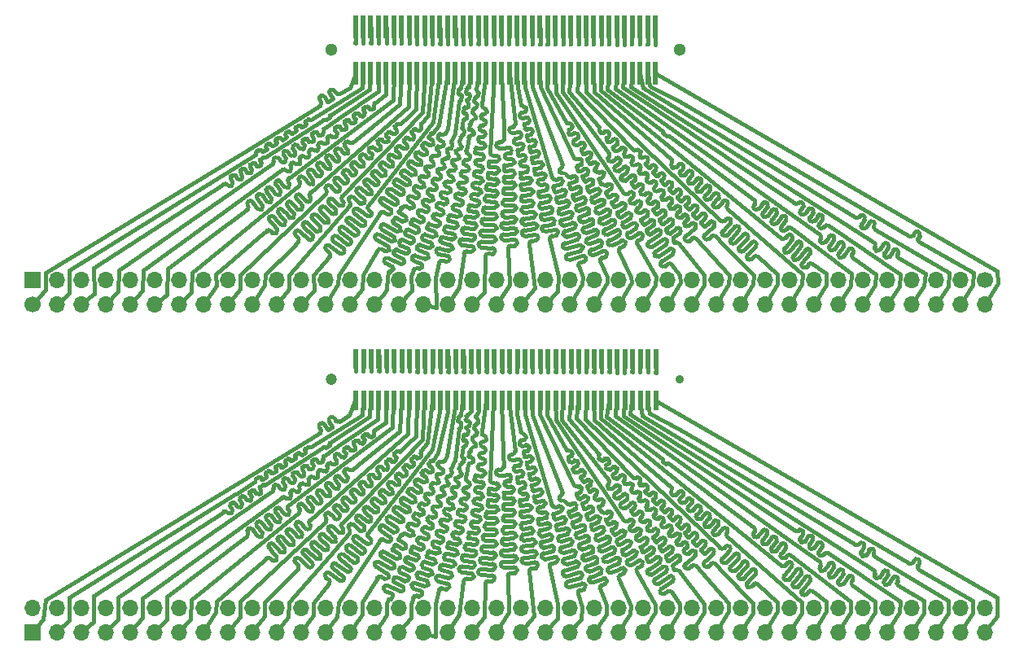
<source format=gbr>
%TF.GenerationSoftware,KiCad,Pcbnew,6.0.4-6f826c9f35~116~ubuntu20.04.1*%
%TF.CreationDate,2022-04-13T10:42:55+07:00*%
%TF.ProjectId,BTB2Header,42544232-4865-4616-9465-722e6b696361,rev?*%
%TF.SameCoordinates,Original*%
%TF.FileFunction,Copper,L1,Top*%
%TF.FilePolarity,Positive*%
%FSLAX46Y46*%
G04 Gerber Fmt 4.6, Leading zero omitted, Abs format (unit mm)*
G04 Created by KiCad (PCBNEW 6.0.4-6f826c9f35~116~ubuntu20.04.1) date 2022-04-13 10:42:55*
%MOMM*%
%LPD*%
G01*
G04 APERTURE LIST*
%TA.AperFunction,ComponentPad*%
%ADD10C,1.300000*%
%TD*%
%TA.AperFunction,SMDPad,CuDef*%
%ADD11R,0.500000X2.400000*%
%TD*%
%TA.AperFunction,ComponentPad*%
%ADD12R,1.700000X1.700000*%
%TD*%
%TA.AperFunction,ComponentPad*%
%ADD13O,1.700000X1.700000*%
%TD*%
%TA.AperFunction,ComponentPad*%
%ADD14C,1.700000*%
%TD*%
%TA.AperFunction,ComponentPad*%
%ADD15C,0.900000*%
%TD*%
%TA.AperFunction,ComponentPad*%
%ADD16C,1.200000*%
%TD*%
%TA.AperFunction,SMDPad,CuDef*%
%ADD17R,0.500000X2.000000*%
%TD*%
%TA.AperFunction,ViaPad*%
%ADD18C,0.450000*%
%TD*%
%TA.AperFunction,Conductor*%
%ADD19C,0.400000*%
%TD*%
G04 APERTURE END LIST*
D10*
%TO.P,CN1,*%
%TO.N,*%
X141625525Y-69343518D03*
X105425525Y-69343518D03*
D11*
%TO.P,CN1,1,1*%
%TO.N,/Plug_1*%
X139125525Y-66943518D03*
%TO.P,CN1,2,2*%
%TO.N,/Plug_2*%
X139125525Y-71743518D03*
%TO.P,CN1,3,3*%
%TO.N,/Plug_3*%
X138325525Y-66943518D03*
%TO.P,CN1,4,4*%
%TO.N,/Plug_4*%
X138325525Y-71743518D03*
%TO.P,CN1,5,5*%
%TO.N,/Plug_5*%
X137525525Y-66943518D03*
%TO.P,CN1,6,6*%
%TO.N,/Plug_6*%
X137525525Y-71743518D03*
%TO.P,CN1,7,7*%
%TO.N,/Plug_7*%
X136725525Y-66943518D03*
%TO.P,CN1,8,8*%
%TO.N,/Plug_8*%
X136725525Y-71743518D03*
%TO.P,CN1,9,9*%
%TO.N,/Plug_9*%
X135925525Y-66943518D03*
%TO.P,CN1,10,10*%
%TO.N,/Plug_10*%
X135925525Y-71743518D03*
%TO.P,CN1,11,11*%
%TO.N,/Plug_11*%
X135125525Y-66943518D03*
%TO.P,CN1,12,12*%
%TO.N,/Plug_12*%
X135125525Y-71743518D03*
%TO.P,CN1,13,13*%
%TO.N,/Plug_13*%
X134325525Y-66943518D03*
%TO.P,CN1,14,14*%
%TO.N,/Plug_14*%
X134325525Y-71743518D03*
%TO.P,CN1,15,15*%
%TO.N,/Plug_15*%
X133525525Y-66943518D03*
%TO.P,CN1,16,16*%
%TO.N,/Plug_16*%
X133525525Y-71743518D03*
%TO.P,CN1,17,17*%
%TO.N,/Plug_17*%
X132725525Y-66943518D03*
%TO.P,CN1,18,18*%
%TO.N,/Plug_18*%
X132725525Y-71743518D03*
%TO.P,CN1,19,19*%
%TO.N,/Plug_19*%
X131925525Y-66943518D03*
%TO.P,CN1,20,20*%
%TO.N,/Plug_20*%
X131925525Y-71743518D03*
%TO.P,CN1,21,21*%
%TO.N,/Plug_21*%
X131125525Y-66943518D03*
%TO.P,CN1,22,22*%
%TO.N,/Plug_22*%
X131125525Y-71743518D03*
%TO.P,CN1,23,23*%
%TO.N,/Plug_23*%
X130325525Y-66943518D03*
%TO.P,CN1,24,24*%
%TO.N,/Plug_24*%
X130325525Y-71743518D03*
%TO.P,CN1,25,25*%
%TO.N,/Plug_25*%
X129525525Y-66943518D03*
%TO.P,CN1,26,26*%
%TO.N,/Plug_26*%
X129525525Y-71743518D03*
%TO.P,CN1,27,27*%
%TO.N,/Plug_27*%
X128725525Y-66943518D03*
%TO.P,CN1,28,28*%
%TO.N,/Plug_28*%
X128725525Y-71743518D03*
%TO.P,CN1,29,29*%
%TO.N,/Plug_29*%
X127925525Y-66943518D03*
%TO.P,CN1,30,30*%
%TO.N,/Plug_30*%
X127925525Y-71743518D03*
%TO.P,CN1,31,31*%
%TO.N,/Plug_31*%
X127125525Y-66943518D03*
%TO.P,CN1,32,32*%
%TO.N,/Plug_32*%
X127125525Y-71743518D03*
%TO.P,CN1,33,33*%
%TO.N,/Plug_33*%
X126325525Y-66943518D03*
%TO.P,CN1,34,34*%
%TO.N,/Plug_34*%
X126325525Y-71743518D03*
%TO.P,CN1,35,35*%
%TO.N,/Plug_35*%
X125525525Y-66943518D03*
%TO.P,CN1,36,36*%
%TO.N,/Plug_36*%
X125525525Y-71743518D03*
%TO.P,CN1,37,37*%
%TO.N,/Plug_37*%
X124725525Y-66943518D03*
%TO.P,CN1,38,38*%
%TO.N,/Plug_38*%
X124725525Y-71743518D03*
%TO.P,CN1,39,39*%
%TO.N,/Plug_39*%
X123925525Y-66943518D03*
%TO.P,CN1,40,40*%
%TO.N,/Plug_40*%
X123925525Y-71743518D03*
%TO.P,CN1,41,41*%
%TO.N,/Plug_41*%
X123125525Y-66943518D03*
%TO.P,CN1,42,42*%
%TO.N,/Plug_42*%
X123125525Y-71743518D03*
%TO.P,CN1,43,43*%
%TO.N,/Plug_43*%
X122325525Y-66943518D03*
%TO.P,CN1,44,44*%
%TO.N,/Plug_44*%
X122325525Y-71743518D03*
%TO.P,CN1,45,45*%
%TO.N,/Plug_45*%
X121525525Y-66943518D03*
%TO.P,CN1,46,46*%
%TO.N,/Plug_46*%
X121525525Y-71743518D03*
%TO.P,CN1,47,47*%
%TO.N,/Plug_47*%
X120725525Y-66943518D03*
%TO.P,CN1,48,48*%
%TO.N,/Plug_48*%
X120725525Y-71743518D03*
%TO.P,CN1,49,49*%
%TO.N,/Plug_49*%
X119925525Y-66943518D03*
%TO.P,CN1,50,50*%
%TO.N,/Plug_50*%
X119925525Y-71743518D03*
%TO.P,CN1,51,51*%
%TO.N,/Plug_51*%
X119125525Y-66943518D03*
%TO.P,CN1,52,52*%
%TO.N,/Plug_52*%
X119125525Y-71743518D03*
%TO.P,CN1,53,53*%
%TO.N,/Plug_53*%
X118325525Y-66943518D03*
%TO.P,CN1,54,54*%
%TO.N,/Plug_54*%
X118325525Y-71743518D03*
%TO.P,CN1,55,55*%
%TO.N,/Plug_55*%
X117525525Y-66943518D03*
%TO.P,CN1,56,56*%
%TO.N,/Plug_56*%
X117525525Y-71743518D03*
%TO.P,CN1,57,57*%
%TO.N,/Plug_57*%
X116725525Y-66943518D03*
%TO.P,CN1,58,58*%
%TO.N,/Plug_58*%
X116725525Y-71743518D03*
%TO.P,CN1,59,59*%
%TO.N,/Plug_59*%
X115925525Y-66943518D03*
%TO.P,CN1,60,60*%
%TO.N,/Plug_60*%
X115925525Y-71743518D03*
%TO.P,CN1,61,61*%
%TO.N,/Plug_61*%
X115125525Y-66943518D03*
%TO.P,CN1,62,62*%
%TO.N,/Plug_62*%
X115125525Y-71743518D03*
%TO.P,CN1,63,63*%
%TO.N,/Plug_63*%
X114325525Y-66943518D03*
%TO.P,CN1,64,64*%
%TO.N,/Plug_64*%
X114325525Y-71743518D03*
%TO.P,CN1,65,65*%
%TO.N,/Plug_65*%
X113525525Y-66943518D03*
%TO.P,CN1,66,66*%
%TO.N,/Plug_66*%
X113525525Y-71743518D03*
%TO.P,CN1,67,67*%
%TO.N,/Plug_67*%
X112725525Y-66943518D03*
%TO.P,CN1,68,68*%
%TO.N,/Plug_68*%
X112725525Y-71743518D03*
%TO.P,CN1,69,69*%
%TO.N,/Plug_69*%
X111925525Y-66943518D03*
%TO.P,CN1,70,70*%
%TO.N,/Plug_70*%
X111925525Y-71743518D03*
%TO.P,CN1,71,71*%
%TO.N,/Plug_71*%
X111125525Y-66943518D03*
%TO.P,CN1,72,72*%
%TO.N,/Plug_72*%
X111125525Y-71743518D03*
%TO.P,CN1,73,73*%
%TO.N,/Plug_73*%
X110325525Y-66943518D03*
%TO.P,CN1,74,74*%
%TO.N,/Plug_74*%
X110325525Y-71743518D03*
%TO.P,CN1,75,75*%
%TO.N,/Plug_75*%
X109525525Y-66943518D03*
%TO.P,CN1,76,76*%
%TO.N,/Plug_76*%
X109525525Y-71743518D03*
%TO.P,CN1,77,77*%
%TO.N,/Plug_77*%
X108725525Y-66943518D03*
%TO.P,CN1,78,78*%
%TO.N,/Plug_78*%
X108725525Y-71743518D03*
%TO.P,CN1,79,79*%
%TO.N,/Plug_79*%
X107925525Y-66943518D03*
%TO.P,CN1,80,80*%
%TO.N,/Plug_80*%
X107925525Y-71743518D03*
%TD*%
D12*
%TO.P,J2,1,Pin_1*%
%TO.N,/Socket_1*%
X74351676Y-129923877D03*
D13*
%TO.P,J2,2,Pin_2*%
%TO.N,/Socket_2*%
X74351676Y-127383877D03*
%TO.P,J2,3,Pin_3*%
%TO.N,/Socket_3*%
X76891676Y-129923877D03*
%TO.P,J2,4,Pin_4*%
%TO.N,/Socket_4*%
X76891676Y-127383877D03*
%TO.P,J2,5,Pin_5*%
%TO.N,/Socket_5*%
X79431676Y-129923877D03*
%TO.P,J2,6,Pin_6*%
%TO.N,/Socket_6*%
X79431676Y-127383877D03*
%TO.P,J2,7,Pin_7*%
%TO.N,/Socket_7*%
X81971676Y-129923877D03*
%TO.P,J2,8,Pin_8*%
%TO.N,/Socket_8*%
X81971676Y-127383877D03*
%TO.P,J2,9,Pin_9*%
%TO.N,/Socket_9*%
X84511676Y-129923877D03*
%TO.P,J2,10,Pin_10*%
%TO.N,/Socket_10*%
X84511676Y-127383877D03*
%TO.P,J2,11,Pin_11*%
%TO.N,/Socket_11*%
X87051676Y-129923877D03*
%TO.P,J2,12,Pin_12*%
%TO.N,/Socket_12*%
X87051676Y-127383877D03*
%TO.P,J2,13,Pin_13*%
%TO.N,/Socket_13*%
X89591676Y-129923877D03*
%TO.P,J2,14,Pin_14*%
%TO.N,/Socket_14*%
X89591676Y-127383877D03*
%TO.P,J2,15,Pin_15*%
%TO.N,/Socket_15*%
X92131676Y-129923877D03*
%TO.P,J2,16,Pin_16*%
%TO.N,/Socket_16*%
X92131676Y-127383877D03*
%TO.P,J2,17,Pin_17*%
%TO.N,/Socket_17*%
X94671676Y-129923877D03*
%TO.P,J2,18,Pin_18*%
%TO.N,/Socket_18*%
X94671676Y-127383877D03*
%TO.P,J2,19,Pin_19*%
%TO.N,/Socket_19*%
X97211676Y-129923877D03*
%TO.P,J2,20,Pin_20*%
%TO.N,/Socket_20*%
X97211676Y-127383877D03*
%TO.P,J2,21,Pin_21*%
%TO.N,/Socket_21*%
X99751676Y-129923877D03*
%TO.P,J2,22,Pin_22*%
%TO.N,/Socket_22*%
X99751676Y-127383877D03*
%TO.P,J2,23,Pin_23*%
%TO.N,/Socket_23*%
X102291676Y-129923877D03*
%TO.P,J2,24,Pin_24*%
%TO.N,/Socket_24*%
X102291676Y-127383877D03*
%TO.P,J2,25,Pin_25*%
%TO.N,/Socket_25*%
X104831676Y-129923877D03*
%TO.P,J2,26,Pin_26*%
%TO.N,/Socket_26*%
X104831676Y-127383877D03*
%TO.P,J2,27,Pin_27*%
%TO.N,/Socket_27*%
X107371676Y-129923877D03*
%TO.P,J2,28,Pin_28*%
%TO.N,/Socket_28*%
X107371676Y-127383877D03*
%TO.P,J2,29,Pin_29*%
%TO.N,/Socket_29*%
X109911676Y-129923877D03*
%TO.P,J2,30,Pin_30*%
%TO.N,/Socket_30*%
X109911676Y-127383877D03*
%TO.P,J2,31,Pin_31*%
%TO.N,/Socket_31*%
X112451676Y-129923877D03*
%TO.P,J2,32,Pin_32*%
%TO.N,/Socket_32*%
X112451676Y-127383877D03*
%TO.P,J2,33,Pin_33*%
%TO.N,/Socket_33*%
X114991676Y-129923877D03*
%TO.P,J2,34,Pin_34*%
%TO.N,/Socket_34*%
X114991676Y-127383877D03*
%TO.P,J2,35,Pin_35*%
%TO.N,/Socket_35*%
X117531676Y-129923877D03*
%TO.P,J2,36,Pin_36*%
%TO.N,/Socket_36*%
X117531676Y-127383877D03*
%TO.P,J2,37,Pin_37*%
%TO.N,/Socket_37*%
X120071676Y-129923877D03*
%TO.P,J2,38,Pin_38*%
%TO.N,/Socket_38*%
X120071676Y-127383877D03*
%TO.P,J2,39,Pin_39*%
%TO.N,/Socket_39*%
X122611676Y-129923877D03*
%TO.P,J2,40,Pin_40*%
%TO.N,/Socket_40*%
X122611676Y-127383877D03*
%TO.P,J2,41,Pin_41*%
%TO.N,/Socket_41*%
X125151676Y-129923877D03*
%TO.P,J2,42,Pin_42*%
%TO.N,/Socket_42*%
X125151676Y-127383877D03*
%TO.P,J2,43,Pin_43*%
%TO.N,/Socket_43*%
X127691676Y-129923877D03*
%TO.P,J2,44,Pin_44*%
%TO.N,/Socket_44*%
X127691676Y-127383877D03*
%TO.P,J2,45,Pin_45*%
%TO.N,/Socket_45*%
X130231676Y-129923877D03*
%TO.P,J2,46,Pin_46*%
%TO.N,/Socket_46*%
X130231676Y-127383877D03*
%TO.P,J2,47,Pin_47*%
%TO.N,/Socket_47*%
X132771676Y-129923877D03*
%TO.P,J2,48,Pin_48*%
%TO.N,/Socket_48*%
X132771676Y-127383877D03*
%TO.P,J2,49,Pin_49*%
%TO.N,/Socket_49*%
X135311676Y-129923877D03*
%TO.P,J2,50,Pin_50*%
%TO.N,/Socket_50*%
X135311676Y-127383877D03*
%TO.P,J2,51,Pin_51*%
%TO.N,/Socket_51*%
X137851676Y-129923877D03*
%TO.P,J2,52,Pin_52*%
%TO.N,/Socket_52*%
X137851676Y-127383877D03*
%TO.P,J2,53,Pin_53*%
%TO.N,/Socket_53*%
X140391676Y-129923877D03*
%TO.P,J2,54,Pin_54*%
%TO.N,/Socket_54*%
X140391676Y-127383877D03*
%TO.P,J2,55,Pin_55*%
%TO.N,/Socket_55*%
X142931676Y-129923877D03*
%TO.P,J2,56,Pin_56*%
%TO.N,/Socket_56*%
X142931676Y-127383877D03*
%TO.P,J2,57,Pin_57*%
%TO.N,/Socket_57*%
X145471676Y-129923877D03*
%TO.P,J2,58,Pin_58*%
%TO.N,/Socket_58*%
X145471676Y-127383877D03*
%TO.P,J2,59,Pin_59*%
%TO.N,/Socket_59*%
X148011676Y-129923877D03*
%TO.P,J2,60,Pin_60*%
%TO.N,/Socket_60*%
X148011676Y-127383877D03*
%TO.P,J2,61,Pin_61*%
%TO.N,/Socket_61*%
X150551676Y-129923877D03*
%TO.P,J2,62,Pin_62*%
%TO.N,/Socket_62*%
X150551676Y-127383877D03*
%TO.P,J2,63,Pin_63*%
%TO.N,/Socket_63*%
X153091676Y-129923877D03*
%TO.P,J2,64,Pin_64*%
%TO.N,/Socket_64*%
X153091676Y-127383877D03*
%TO.P,J2,65,Pin_65*%
%TO.N,/Socket_65*%
X155631676Y-129923877D03*
%TO.P,J2,66,Pin_66*%
%TO.N,/Socket_66*%
X155631676Y-127383877D03*
%TO.P,J2,67,Pin_67*%
%TO.N,/Socket_67*%
X158171676Y-129923877D03*
%TO.P,J2,68,Pin_68*%
%TO.N,/Socket_68*%
X158171676Y-127383877D03*
%TO.P,J2,69,Pin_69*%
%TO.N,/Socket_69*%
X160711676Y-129923877D03*
%TO.P,J2,70,Pin_70*%
%TO.N,/Socket_70*%
X160711676Y-127383877D03*
%TO.P,J2,71,Pin_71*%
%TO.N,/Socket_71*%
X163251676Y-129923877D03*
%TO.P,J2,72,Pin_72*%
%TO.N,/Socket_72*%
X163251676Y-127383877D03*
%TO.P,J2,73,Pin_73*%
%TO.N,/Socket_73*%
X165791676Y-129923877D03*
%TO.P,J2,74,Pin_74*%
%TO.N,/Socket_74*%
X165791676Y-127383877D03*
%TO.P,J2,75,Pin_75*%
%TO.N,/Socket_75*%
X168331676Y-129923877D03*
%TO.P,J2,76,Pin_76*%
%TO.N,/Socket_76*%
X168331676Y-127383877D03*
%TO.P,J2,77,Pin_77*%
%TO.N,/Socket_77*%
X170871676Y-129923877D03*
%TO.P,J2,78,Pin_78*%
%TO.N,/Socket_78*%
X170871676Y-127383877D03*
%TO.P,J2,79,Pin_79*%
%TO.N,/Socket_79*%
X173411676Y-129923877D03*
%TO.P,J2,80,Pin_80*%
%TO.N,/Socket_80*%
X173411676Y-127383877D03*
%TD*%
D14*
%TO.P,J1,80,Pin_80*%
%TO.N,/Plug_80*%
X74392825Y-95831118D03*
D12*
%TO.P,J1,79,Pin_79*%
%TO.N,/Plug_79*%
X74392825Y-93291118D03*
D13*
%TO.P,J1,78,Pin_78*%
%TO.N,/Plug_78*%
X76932825Y-95831118D03*
%TO.P,J1,77,Pin_77*%
%TO.N,/Plug_77*%
X76932825Y-93291118D03*
%TO.P,J1,76,Pin_76*%
%TO.N,/Plug_76*%
X79472825Y-95831118D03*
%TO.P,J1,75,Pin_75*%
%TO.N,/Plug_75*%
X79472825Y-93291118D03*
%TO.P,J1,74,Pin_74*%
%TO.N,/Plug_74*%
X82012825Y-95831118D03*
%TO.P,J1,73,Pin_73*%
%TO.N,/Plug_73*%
X82012825Y-93291118D03*
%TO.P,J1,72,Pin_72*%
%TO.N,/Plug_72*%
X84552825Y-95831118D03*
%TO.P,J1,71,Pin_71*%
%TO.N,/Plug_71*%
X84552825Y-93291118D03*
%TO.P,J1,70,Pin_70*%
%TO.N,/Plug_70*%
X87092825Y-95831118D03*
%TO.P,J1,69,Pin_69*%
%TO.N,/Plug_69*%
X87092825Y-93291118D03*
%TO.P,J1,68,Pin_68*%
%TO.N,/Plug_68*%
X89632825Y-95831118D03*
%TO.P,J1,67,Pin_67*%
%TO.N,/Plug_67*%
X89632825Y-93291118D03*
%TO.P,J1,66,Pin_66*%
%TO.N,/Plug_66*%
X92172825Y-95831118D03*
%TO.P,J1,65,Pin_65*%
%TO.N,/Plug_65*%
X92172825Y-93291118D03*
%TO.P,J1,64,Pin_64*%
%TO.N,/Plug_64*%
X94712825Y-95831118D03*
%TO.P,J1,63,Pin_63*%
%TO.N,/Plug_63*%
X94712825Y-93291118D03*
%TO.P,J1,62,Pin_62*%
%TO.N,/Plug_62*%
X97252825Y-95831118D03*
%TO.P,J1,61,Pin_61*%
%TO.N,/Plug_61*%
X97252825Y-93291118D03*
%TO.P,J1,60,Pin_60*%
%TO.N,/Plug_60*%
X99792825Y-95831118D03*
%TO.P,J1,59,Pin_59*%
%TO.N,/Plug_59*%
X99792825Y-93291118D03*
%TO.P,J1,58,Pin_58*%
%TO.N,/Plug_58*%
X102332825Y-95831118D03*
%TO.P,J1,57,Pin_57*%
%TO.N,/Plug_57*%
X102332825Y-93291118D03*
%TO.P,J1,56,Pin_56*%
%TO.N,/Plug_56*%
X104872825Y-95831118D03*
%TO.P,J1,55,Pin_55*%
%TO.N,/Plug_55*%
X104872825Y-93291118D03*
%TO.P,J1,54,Pin_54*%
%TO.N,/Plug_54*%
X107412825Y-95831118D03*
%TO.P,J1,53,Pin_53*%
%TO.N,/Plug_53*%
X107412825Y-93291118D03*
%TO.P,J1,52,Pin_52*%
%TO.N,/Plug_52*%
X109952825Y-95831118D03*
%TO.P,J1,51,Pin_51*%
%TO.N,/Plug_51*%
X109952825Y-93291118D03*
%TO.P,J1,50,Pin_50*%
%TO.N,/Plug_50*%
X112492825Y-95831118D03*
%TO.P,J1,49,Pin_49*%
%TO.N,/Plug_49*%
X112492825Y-93291118D03*
%TO.P,J1,48,Pin_48*%
%TO.N,/Plug_48*%
X115032825Y-95831118D03*
%TO.P,J1,47,Pin_47*%
%TO.N,/Plug_47*%
X115032825Y-93291118D03*
%TO.P,J1,46,Pin_46*%
%TO.N,/Plug_46*%
X117572825Y-95831118D03*
%TO.P,J1,45,Pin_45*%
%TO.N,/Plug_45*%
X117572825Y-93291118D03*
%TO.P,J1,44,Pin_44*%
%TO.N,/Plug_44*%
X120112825Y-95831118D03*
%TO.P,J1,43,Pin_43*%
%TO.N,/Plug_43*%
X120112825Y-93291118D03*
%TO.P,J1,42,Pin_42*%
%TO.N,/Plug_42*%
X122652825Y-95831118D03*
%TO.P,J1,41,Pin_41*%
%TO.N,/Plug_41*%
X122652825Y-93291118D03*
%TO.P,J1,40,Pin_40*%
%TO.N,/Plug_40*%
X125192825Y-95831118D03*
%TO.P,J1,39,Pin_39*%
%TO.N,/Plug_39*%
X125192825Y-93291118D03*
%TO.P,J1,38,Pin_38*%
%TO.N,/Plug_38*%
X127732825Y-95831118D03*
%TO.P,J1,37,Pin_37*%
%TO.N,/Plug_37*%
X127732825Y-93291118D03*
%TO.P,J1,36,Pin_36*%
%TO.N,/Plug_36*%
X130272825Y-95831118D03*
%TO.P,J1,35,Pin_35*%
%TO.N,/Plug_35*%
X130272825Y-93291118D03*
%TO.P,J1,34,Pin_34*%
%TO.N,/Plug_34*%
X132812825Y-95831118D03*
%TO.P,J1,33,Pin_33*%
%TO.N,/Plug_33*%
X132812825Y-93291118D03*
%TO.P,J1,32,Pin_32*%
%TO.N,/Plug_32*%
X135352825Y-95831118D03*
%TO.P,J1,31,Pin_31*%
%TO.N,/Plug_31*%
X135352825Y-93291118D03*
%TO.P,J1,30,Pin_30*%
%TO.N,/Plug_30*%
X137892825Y-95831118D03*
%TO.P,J1,29,Pin_29*%
%TO.N,/Plug_29*%
X137892825Y-93291118D03*
%TO.P,J1,28,Pin_28*%
%TO.N,/Plug_28*%
X140432825Y-95831118D03*
%TO.P,J1,27,Pin_27*%
%TO.N,/Plug_27*%
X140432825Y-93291118D03*
%TO.P,J1,26,Pin_26*%
%TO.N,/Plug_26*%
X142972825Y-95831118D03*
%TO.P,J1,25,Pin_25*%
%TO.N,/Plug_25*%
X142972825Y-93291118D03*
%TO.P,J1,24,Pin_24*%
%TO.N,/Plug_24*%
X145512825Y-95831118D03*
%TO.P,J1,23,Pin_23*%
%TO.N,/Plug_23*%
X145512825Y-93291118D03*
%TO.P,J1,22,Pin_22*%
%TO.N,/Plug_22*%
X148052825Y-95831118D03*
%TO.P,J1,21,Pin_21*%
%TO.N,/Plug_21*%
X148052825Y-93291118D03*
%TO.P,J1,20,Pin_20*%
%TO.N,/Plug_20*%
X150592825Y-95831118D03*
%TO.P,J1,19,Pin_19*%
%TO.N,/Plug_19*%
X150592825Y-93291118D03*
%TO.P,J1,18,Pin_18*%
%TO.N,/Plug_18*%
X153132825Y-95831118D03*
%TO.P,J1,17,Pin_17*%
%TO.N,/Plug_17*%
X153132825Y-93291118D03*
%TO.P,J1,16,Pin_16*%
%TO.N,/Plug_16*%
X155672825Y-95831118D03*
%TO.P,J1,15,Pin_15*%
%TO.N,/Plug_15*%
X155672825Y-93291118D03*
%TO.P,J1,14,Pin_14*%
%TO.N,/Plug_14*%
X158212825Y-95831118D03*
%TO.P,J1,13,Pin_13*%
%TO.N,/Plug_13*%
X158212825Y-93291118D03*
%TO.P,J1,12,Pin_12*%
%TO.N,/Plug_12*%
X160752825Y-95831118D03*
%TO.P,J1,11,Pin_11*%
%TO.N,/Plug_11*%
X160752825Y-93291118D03*
%TO.P,J1,10,Pin_10*%
%TO.N,/Plug_10*%
X163292825Y-95831118D03*
%TO.P,J1,9,Pin_9*%
%TO.N,/Plug_9*%
X163292825Y-93291118D03*
%TO.P,J1,8,Pin_8*%
%TO.N,/Plug_8*%
X165832825Y-95831118D03*
%TO.P,J1,7,Pin_7*%
%TO.N,/Plug_7*%
X165832825Y-93291118D03*
%TO.P,J1,6,Pin_6*%
%TO.N,/Plug_6*%
X168372825Y-95831118D03*
%TO.P,J1,5,Pin_5*%
%TO.N,/Plug_5*%
X168372825Y-93291118D03*
%TO.P,J1,4,Pin_4*%
%TO.N,/Plug_4*%
X170912825Y-95831118D03*
%TO.P,J1,3,Pin_3*%
%TO.N,/Plug_3*%
X170912825Y-93291118D03*
%TO.P,J1,2,Pin_2*%
%TO.N,/Plug_2*%
X173452825Y-95831118D03*
D14*
%TO.P,J1,1,Pin_1*%
%TO.N,/Plug_1*%
X173452825Y-93291118D03*
%TD*%
D15*
%TO.P,CN2,*%
%TO.N,*%
X141671876Y-103655277D03*
D16*
X105461676Y-103655277D03*
D17*
%TO.P,CN2,1,1*%
%TO.N,/Socket_1*%
X107971876Y-105855277D03*
%TO.P,CN2,2,2*%
%TO.N,/Socket_2*%
X107971876Y-101455277D03*
%TO.P,CN2,3,3*%
%TO.N,/Socket_3*%
X108771876Y-105855277D03*
%TO.P,CN2,4,4*%
%TO.N,/Socket_4*%
X108771876Y-101455277D03*
%TO.P,CN2,5,5*%
%TO.N,/Socket_5*%
X109571876Y-105855277D03*
%TO.P,CN2,6,6*%
%TO.N,/Socket_6*%
X109571876Y-101455277D03*
%TO.P,CN2,7,7*%
%TO.N,/Socket_7*%
X110371876Y-105855277D03*
%TO.P,CN2,8,8*%
%TO.N,/Socket_8*%
X110371876Y-101455277D03*
%TO.P,CN2,9,9*%
%TO.N,/Socket_9*%
X111171876Y-105855277D03*
%TO.P,CN2,10,10*%
%TO.N,/Socket_10*%
X111171876Y-101455277D03*
%TO.P,CN2,11,11*%
%TO.N,/Socket_11*%
X111971876Y-105855277D03*
%TO.P,CN2,12,12*%
%TO.N,/Socket_12*%
X111971876Y-101455277D03*
%TO.P,CN2,13,13*%
%TO.N,/Socket_13*%
X112771876Y-105855277D03*
%TO.P,CN2,14,14*%
%TO.N,/Socket_14*%
X112771876Y-101455277D03*
%TO.P,CN2,15,15*%
%TO.N,/Socket_15*%
X113571876Y-105855277D03*
%TO.P,CN2,16,16*%
%TO.N,/Socket_16*%
X113571876Y-101455277D03*
%TO.P,CN2,17,17*%
%TO.N,/Socket_17*%
X114371876Y-105855277D03*
%TO.P,CN2,18,18*%
%TO.N,/Socket_18*%
X114371876Y-101455277D03*
%TO.P,CN2,19,19*%
%TO.N,/Socket_19*%
X115171876Y-105855277D03*
%TO.P,CN2,20,20*%
%TO.N,/Socket_20*%
X115171876Y-101455277D03*
%TO.P,CN2,21,21*%
%TO.N,/Socket_21*%
X115971876Y-105855277D03*
%TO.P,CN2,22,22*%
%TO.N,/Socket_22*%
X115971876Y-101455277D03*
%TO.P,CN2,23,23*%
%TO.N,/Socket_23*%
X116771876Y-105855277D03*
%TO.P,CN2,24,24*%
%TO.N,/Socket_24*%
X116771876Y-101455277D03*
%TO.P,CN2,25,25*%
%TO.N,/Socket_25*%
X117571876Y-105855277D03*
%TO.P,CN2,26,26*%
%TO.N,/Socket_26*%
X117571876Y-101455277D03*
%TO.P,CN2,27,27*%
%TO.N,/Socket_27*%
X118371876Y-105855277D03*
%TO.P,CN2,28,28*%
%TO.N,/Socket_28*%
X118371876Y-101455277D03*
%TO.P,CN2,29,29*%
%TO.N,/Socket_29*%
X119171876Y-105855277D03*
%TO.P,CN2,30,30*%
%TO.N,/Socket_30*%
X119171876Y-101455277D03*
%TO.P,CN2,31,31*%
%TO.N,/Socket_31*%
X119971876Y-105855277D03*
%TO.P,CN2,32,32*%
%TO.N,/Socket_32*%
X119971876Y-101455277D03*
%TO.P,CN2,33,33*%
%TO.N,/Socket_33*%
X120771876Y-105855277D03*
%TO.P,CN2,34,34*%
%TO.N,/Socket_34*%
X120771876Y-101455277D03*
%TO.P,CN2,35,35*%
%TO.N,/Socket_35*%
X121571876Y-105855277D03*
%TO.P,CN2,36,36*%
%TO.N,/Socket_36*%
X121571876Y-101455277D03*
%TO.P,CN2,37,37*%
%TO.N,/Socket_37*%
X122371876Y-105855277D03*
%TO.P,CN2,38,38*%
%TO.N,/Socket_38*%
X122371876Y-101455277D03*
%TO.P,CN2,39,39*%
%TO.N,/Socket_39*%
X123171876Y-105855277D03*
%TO.P,CN2,40,40*%
%TO.N,/Socket_40*%
X123171876Y-101455277D03*
%TO.P,CN2,41,41*%
%TO.N,/Socket_41*%
X123971876Y-105855277D03*
%TO.P,CN2,42,42*%
%TO.N,/Socket_42*%
X123971876Y-101455277D03*
%TO.P,CN2,43,43*%
%TO.N,/Socket_43*%
X124771876Y-105855277D03*
%TO.P,CN2,44,44*%
%TO.N,/Socket_44*%
X124771876Y-101455277D03*
%TO.P,CN2,45,45*%
%TO.N,/Socket_45*%
X125571876Y-105855277D03*
%TO.P,CN2,46,46*%
%TO.N,/Socket_46*%
X125571876Y-101455277D03*
%TO.P,CN2,47,47*%
%TO.N,/Socket_47*%
X126371876Y-105855277D03*
%TO.P,CN2,48,48*%
%TO.N,/Socket_48*%
X126371876Y-101455277D03*
%TO.P,CN2,49,49*%
%TO.N,/Socket_49*%
X127171876Y-105855277D03*
%TO.P,CN2,50,50*%
%TO.N,/Socket_50*%
X127171876Y-101455277D03*
%TO.P,CN2,51,51*%
%TO.N,/Socket_51*%
X127971876Y-105855277D03*
%TO.P,CN2,52,52*%
%TO.N,/Socket_52*%
X127971876Y-101455277D03*
%TO.P,CN2,53,53*%
%TO.N,/Socket_53*%
X128771876Y-105855277D03*
%TO.P,CN2,54,54*%
%TO.N,/Socket_54*%
X128771876Y-101455277D03*
%TO.P,CN2,55,55*%
%TO.N,/Socket_55*%
X129571876Y-105855277D03*
%TO.P,CN2,56,56*%
%TO.N,/Socket_56*%
X129571876Y-101455277D03*
%TO.P,CN2,57,57*%
%TO.N,/Socket_57*%
X130371876Y-105855277D03*
%TO.P,CN2,58,58*%
%TO.N,/Socket_58*%
X130371876Y-101455277D03*
%TO.P,CN2,59,59*%
%TO.N,/Socket_59*%
X131171876Y-105855277D03*
%TO.P,CN2,60,60*%
%TO.N,/Socket_60*%
X131171876Y-101455277D03*
%TO.P,CN2,61,61*%
%TO.N,/Socket_61*%
X131971876Y-105855277D03*
%TO.P,CN2,62,62*%
%TO.N,/Socket_62*%
X131971876Y-101455277D03*
%TO.P,CN2,63,63*%
%TO.N,/Socket_63*%
X132771876Y-105855277D03*
%TO.P,CN2,64,64*%
%TO.N,/Socket_64*%
X132771876Y-101455277D03*
%TO.P,CN2,65,65*%
%TO.N,/Socket_65*%
X133571876Y-105855277D03*
%TO.P,CN2,66,66*%
%TO.N,/Socket_66*%
X133571876Y-101455277D03*
%TO.P,CN2,67,67*%
%TO.N,/Socket_67*%
X134371876Y-105855277D03*
%TO.P,CN2,68,68*%
%TO.N,/Socket_68*%
X134371876Y-101455277D03*
%TO.P,CN2,69,69*%
%TO.N,/Socket_69*%
X135171876Y-105855277D03*
%TO.P,CN2,70,70*%
%TO.N,/Socket_70*%
X135171876Y-101455277D03*
%TO.P,CN2,71,71*%
%TO.N,/Socket_71*%
X135971876Y-105855277D03*
%TO.P,CN2,72,72*%
%TO.N,/Socket_72*%
X135971876Y-101455277D03*
%TO.P,CN2,73,73*%
%TO.N,/Socket_73*%
X136771876Y-105855277D03*
%TO.P,CN2,74,74*%
%TO.N,/Socket_74*%
X136771876Y-101455277D03*
%TO.P,CN2,75,75*%
%TO.N,/Socket_75*%
X137571876Y-105855277D03*
%TO.P,CN2,76,76*%
%TO.N,/Socket_76*%
X137571876Y-101455277D03*
%TO.P,CN2,77,77*%
%TO.N,/Socket_77*%
X138371876Y-105855277D03*
%TO.P,CN2,78,78*%
%TO.N,/Socket_78*%
X138371876Y-101455277D03*
%TO.P,CN2,79,79*%
%TO.N,/Socket_79*%
X139171876Y-105855277D03*
%TO.P,CN2,80,80*%
%TO.N,/Socket_80*%
X139171876Y-101455277D03*
%TD*%
D18*
%TO.N,/Plug_1*%
X139115200Y-68824700D03*
%TO.N,/Plug_3*%
X138302400Y-68794900D03*
%TO.N,/Plug_5*%
X137489600Y-68794900D03*
%TO.N,/Plug_7*%
X136676800Y-68794900D03*
%TO.N,/Plug_9*%
X135893800Y-68815900D03*
%TO.N,/Plug_11*%
X135131800Y-68815900D03*
%TO.N,/Plug_13*%
X134310200Y-68773900D03*
%TO.N,/Plug_15*%
X133497400Y-68773900D03*
%TO.N,/Plug_17*%
X132684600Y-68773900D03*
%TO.N,/Plug_19*%
X131901600Y-68794900D03*
%TO.N,/Plug_21*%
X131139600Y-68794900D03*
%TO.N,/Plug_23*%
X130326800Y-68794900D03*
%TO.N,/Plug_25*%
X129514000Y-68794900D03*
%TO.N,/Plug_27*%
X128701200Y-68794900D03*
%TO.N,/Plug_29*%
X127888400Y-68794900D03*
%TO.N,/Plug_31*%
X127126400Y-68794900D03*
%TO.N,/Plug_33*%
X126313600Y-68794900D03*
%TO.N,/Plug_35*%
X125500800Y-68744100D03*
%TO.N,/Plug_37*%
X124688000Y-68744100D03*
%TO.N,/Plug_39*%
X123896200Y-68723100D03*
%TO.N,/Plug_41*%
X123134200Y-68723100D03*
%TO.N,/Plug_43*%
X122321400Y-68723100D03*
%TO.N,/Plug_45*%
X121508600Y-68723100D03*
%TO.N,/Plug_47*%
X120695800Y-68723100D03*
%TO.N,/Plug_49*%
X119912800Y-68744100D03*
%TO.N,/Plug_51*%
X119150800Y-68744100D03*
%TO.N,/Plug_53*%
X118338000Y-68744100D03*
%TO.N,/Plug_55*%
X117525200Y-68744100D03*
%TO.N,/Plug_57*%
X116712400Y-68744100D03*
%TO.N,/Plug_59*%
X115899600Y-68744100D03*
%TO.N,/Plug_61*%
X115137600Y-68744100D03*
%TO.N,/Plug_63*%
X114324800Y-68744100D03*
%TO.N,/Plug_65*%
X113512000Y-68693300D03*
%TO.N,/Plug_67*%
X112699200Y-68693300D03*
%TO.N,/Plug_69*%
X111907400Y-68672300D03*
%TO.N,/Plug_71*%
X111145400Y-68672300D03*
%TO.N,/Plug_73*%
X110332600Y-68672300D03*
%TO.N,/Plug_75*%
X109519800Y-68672300D03*
%TO.N,/Plug_77*%
X108707000Y-68672300D03*
%TO.N,/Plug_79*%
X107919600Y-68672300D03*
%TO.N,/Socket_80*%
X139134800Y-102905900D03*
%TO.N,/Socket_78*%
X138322000Y-102876100D03*
%TO.N,/Socket_76*%
X137509200Y-102876100D03*
%TO.N,/Socket_74*%
X136696400Y-102876100D03*
%TO.N,/Socket_72*%
X135913400Y-102897100D03*
%TO.N,/Socket_70*%
X135151400Y-102897100D03*
%TO.N,/Socket_68*%
X134329800Y-102855100D03*
%TO.N,/Socket_66*%
X133517000Y-102855100D03*
%TO.N,/Socket_64*%
X132704200Y-102855100D03*
%TO.N,/Socket_62*%
X131921200Y-102876100D03*
%TO.N,/Socket_60*%
X131159200Y-102876100D03*
%TO.N,/Socket_58*%
X130346400Y-102876100D03*
%TO.N,/Socket_56*%
X129533600Y-102876100D03*
%TO.N,/Socket_54*%
X128720800Y-102876100D03*
%TO.N,/Socket_52*%
X127908000Y-102876100D03*
%TO.N,/Socket_50*%
X127146000Y-102876100D03*
%TO.N,/Socket_48*%
X126333200Y-102876100D03*
%TO.N,/Socket_46*%
X125520400Y-102825300D03*
%TO.N,/Socket_44*%
X124707600Y-102825300D03*
%TO.N,/Socket_42*%
X123915800Y-102804300D03*
%TO.N,/Socket_40*%
X123153800Y-102804300D03*
%TO.N,/Socket_38*%
X122341000Y-102804300D03*
%TO.N,/Socket_36*%
X121528200Y-102804300D03*
%TO.N,/Socket_34*%
X120715400Y-102804300D03*
%TO.N,/Socket_32*%
X119932400Y-102825300D03*
%TO.N,/Socket_30*%
X119170400Y-102825300D03*
%TO.N,/Socket_28*%
X118357600Y-102825300D03*
%TO.N,/Socket_26*%
X117544800Y-102825300D03*
%TO.N,/Socket_24*%
X116732000Y-102825300D03*
%TO.N,/Socket_22*%
X115919200Y-102825300D03*
%TO.N,/Socket_20*%
X115157200Y-102825300D03*
%TO.N,/Socket_18*%
X114344400Y-102825300D03*
%TO.N,/Socket_16*%
X113531600Y-102774500D03*
%TO.N,/Socket_14*%
X112718800Y-102774500D03*
%TO.N,/Socket_12*%
X111927000Y-102753500D03*
%TO.N,/Socket_10*%
X111165000Y-102753500D03*
%TO.N,/Socket_8*%
X110352200Y-102753500D03*
%TO.N,/Socket_6*%
X109539400Y-102753500D03*
%TO.N,/Socket_4*%
X108726600Y-102753500D03*
%TO.N,/Socket_2*%
X107939200Y-102753500D03*
%TD*%
D19*
%TO.N,/Socket_79*%
X139094171Y-105804945D02*
X174640671Y-126336545D01*
X174640671Y-126336545D02*
X174700000Y-128210000D01*
X174700000Y-128210000D02*
X173421471Y-129892545D01*
%TO.N,/Socket_19*%
X101937882Y-123353685D02*
X101374153Y-123938394D01*
X98507871Y-126816945D02*
X98440671Y-128292345D01*
X102499930Y-121395230D02*
G75*
G02*
X102924115Y-121387473I215970J-208170D01*
G01*
X101674778Y-122683297D02*
X101930134Y-122929492D01*
X102997886Y-123125491D02*
X102997885Y-123125492D01*
X103412521Y-121024971D02*
G75*
G02*
X103404804Y-120600747I208279J215971D01*
G01*
X102507669Y-121819414D02*
X103414330Y-122693549D01*
X102997885Y-123125492D02*
X102091224Y-122251356D01*
X101667031Y-122259105D02*
X101667031Y-122259104D01*
X103794781Y-122226905D02*
X102924115Y-121387473D01*
X102499922Y-121395222D02*
X102499922Y-121395221D01*
X102507670Y-121819413D02*
X102507669Y-121819414D01*
X103794782Y-122226904D02*
X103794781Y-122226905D01*
X103412551Y-121024940D02*
X104211226Y-121794962D01*
X103412552Y-121024939D02*
X103412551Y-121024940D01*
X103404805Y-120600746D02*
X103404804Y-120600747D01*
X104591677Y-121328317D02*
X103828998Y-120592999D01*
X104591678Y-121328316D02*
X104591677Y-121328317D01*
X105015871Y-121320568D02*
X105015870Y-121320570D01*
X104281438Y-120195759D02*
X104281437Y-120195760D01*
X104273691Y-119771567D02*
X104273690Y-119771567D01*
X105388575Y-120429731D02*
X104697884Y-119763820D01*
X103794779Y-122226907D02*
G75*
G03*
X104218974Y-122219156I208221J216007D01*
G01*
X106185471Y-119531144D02*
X106185470Y-119531145D01*
X105388576Y-120429730D02*
X105388575Y-120429731D01*
X105812767Y-120421984D02*
X105812768Y-120421982D01*
X105150324Y-119366581D02*
X105805019Y-119997790D01*
X104218941Y-122219122D02*
G75*
G03*
X104211225Y-121794963I-215941J208222D01*
G01*
X105150325Y-119366580D02*
X105150324Y-119366581D01*
X105142576Y-118942388D02*
X105142577Y-118942388D01*
X104273731Y-119771606D02*
G75*
G02*
X104697883Y-119763821I215969J-208194D01*
G01*
X115094171Y-105804945D02*
X114897307Y-109912053D01*
X103404830Y-120600770D02*
G75*
G02*
X103828997Y-120593000I215970J-208230D01*
G01*
X104591677Y-121328317D02*
G75*
G03*
X105015869Y-121320569I208223J215917D01*
G01*
X105015824Y-121320522D02*
G75*
G03*
X105008122Y-120896375I-215924J208222D01*
G01*
X105388578Y-120429728D02*
G75*
G03*
X105812767Y-120421981I208222J215928D01*
G01*
X105150336Y-119366569D02*
G75*
G02*
X105142577Y-118942388I208164J215969D01*
G01*
X101674779Y-122683296D02*
X101674778Y-122683297D01*
X104218975Y-122219155D02*
X104218974Y-122219156D01*
X104281437Y-120195760D02*
X105008122Y-120896375D01*
X105812806Y-120422022D02*
G75*
G03*
X105805018Y-119997791I-216006J208222D01*
G01*
X101374153Y-123938394D02*
X98507871Y-126816945D01*
X106609691Y-119523421D02*
G75*
G03*
X106601915Y-119099202I-215991J208221D01*
G01*
X106185478Y-119531137D02*
G75*
G03*
X106609662Y-119523395I208222J215937D01*
G01*
X105142529Y-118942342D02*
G75*
G02*
X105566770Y-118934640I215971J-208258D01*
G01*
X106526490Y-119026572D02*
G75*
G02*
X106518786Y-118602332I208310J215972D01*
G01*
X101937882Y-123353686D02*
X101937882Y-123353685D01*
X102507713Y-121819369D02*
G75*
G02*
X102499923Y-121395222I208187J215969D01*
G01*
X103422057Y-123117723D02*
G75*
G03*
X103414329Y-122693550I-215957J208223D01*
G01*
X102997879Y-123125498D02*
G75*
G03*
X103422078Y-123117743I208221J215998D01*
G01*
X101667030Y-122259104D02*
G75*
G02*
X102091223Y-122251357I215970J-208196D01*
G01*
X101674805Y-122683269D02*
G75*
G02*
X101667031Y-122259104I208195J215969D01*
G01*
X101937919Y-123353722D02*
G75*
G03*
X101930133Y-122929493I-216019J208222D01*
G01*
X114897307Y-109912053D02*
X106518786Y-118602332D01*
X106526534Y-119026526D02*
X106526534Y-119026525D01*
X106609664Y-119523395D02*
X106609663Y-119523396D01*
X106526534Y-119026525D02*
X106601915Y-119099202D01*
X104281427Y-120195771D02*
G75*
G02*
X104273690Y-119771567I208273J215971D01*
G01*
X106185470Y-119531145D02*
X105566770Y-118934640D01*
X98440671Y-128292345D02*
X97221471Y-129892545D01*
%TO.N,/Socket_77*%
X166056205Y-122439682D02*
X166056205Y-122439683D01*
X166056205Y-122439683D02*
X165913990Y-122682295D01*
X166466729Y-122332580D02*
X166466728Y-122332581D01*
X165503467Y-122789398D02*
X165503469Y-122789398D01*
X165503469Y-122789398D02*
X141541907Y-108743653D01*
X166431617Y-122985717D02*
X166573831Y-122743104D01*
X172100671Y-126615945D02*
X166538720Y-123396240D01*
X165503468Y-122789397D02*
X165503467Y-122789398D01*
X172176871Y-127911345D02*
X172100671Y-126615945D01*
X170881471Y-129892545D02*
X172176871Y-127911345D01*
X166466727Y-122332583D02*
G75*
G02*
X166573830Y-122743104I-151727J-258817D01*
G01*
X166056183Y-122439669D02*
G75*
G02*
X166466728Y-122332581I258817J-151731D01*
G01*
X165503481Y-122789375D02*
G75*
G03*
X165913989Y-122682295I151719J258775D01*
G01*
X166431576Y-122985693D02*
G75*
G03*
X166538720Y-123396240I258824J-151707D01*
G01*
X141541907Y-108743653D02*
X138671707Y-107295853D01*
X138671707Y-107295853D02*
X138493907Y-107143453D01*
X138493907Y-107143453D02*
X138294171Y-105804945D01*
%TO.N,/Socket_75*%
X161351546Y-121353468D02*
X161351546Y-121353469D01*
X160628077Y-121967144D02*
X160628079Y-121967143D01*
X159913622Y-120831555D02*
X137782707Y-107397453D01*
X161763669Y-121252691D02*
X161763668Y-121252692D01*
X161763698Y-121252644D02*
G75*
G02*
X161864446Y-121664814I-155698J-256456D01*
G01*
X169583507Y-126615945D02*
X161965224Y-122076936D01*
X168341471Y-129892545D02*
X169611471Y-127911345D01*
X160325738Y-120730773D02*
G75*
G02*
X160737866Y-120630001I256462J-155727D01*
G01*
X169611471Y-127911345D02*
X169583507Y-126615945D01*
X160737829Y-120630061D02*
G75*
G02*
X160838644Y-121042122I-155629J-256439D01*
G01*
X160527294Y-121555019D02*
G75*
G03*
X160628079Y-121967143I256406J-155681D01*
G01*
X160628111Y-121967088D02*
G75*
G03*
X161040200Y-121866368I155689J256388D01*
G01*
X161351564Y-121353479D02*
G75*
G02*
X161763668Y-121252693I256436J-155621D01*
G01*
X159913626Y-120831546D02*
G75*
G03*
X160325743Y-120730778I155674J256446D01*
G01*
X137782707Y-107397453D02*
X137494171Y-105804945D01*
X161864464Y-121664825D02*
G75*
G03*
X161965224Y-122076935I256436J-155675D01*
G01*
X161351546Y-121353469D02*
X161040201Y-121866368D01*
X160527301Y-121555023D02*
X160527301Y-121555022D01*
X160527301Y-121555022D02*
X160838644Y-121042122D01*
X160737866Y-120630000D02*
X160737866Y-120630001D01*
X160325744Y-120730777D02*
X160325744Y-120730778D01*
X159913621Y-120831555D02*
X159913622Y-120831555D01*
%TO.N,/Socket_73*%
X161943124Y-123846923D02*
X161945069Y-123843879D01*
X161853898Y-123429526D02*
X161853899Y-123429527D01*
X161943122Y-123846924D02*
X161943124Y-123846923D01*
X162802653Y-123616368D02*
X162802653Y-123616369D01*
X163217006Y-123525198D02*
X163217006Y-123525199D01*
X163117708Y-124237484D02*
X163308177Y-123939551D01*
X163117707Y-124237482D02*
X163117708Y-124237484D01*
X162802653Y-123616369D02*
X162448647Y-124170107D01*
X163216978Y-123525241D02*
G75*
G02*
X163308177Y-123939551I-161578J-252759D01*
G01*
X162927239Y-124535417D02*
X162927239Y-124535416D01*
X164228055Y-124171565D02*
X164228054Y-124171565D01*
X163018408Y-124949769D02*
X163018410Y-124949768D01*
X162802627Y-123616351D02*
G75*
G02*
X163217006Y-123525199I252773J-161649D01*
G01*
X163784823Y-124307905D02*
X163432763Y-124858600D01*
X164290347Y-124631089D02*
X164319224Y-124585918D01*
X162034292Y-124261276D02*
X162034295Y-124261277D01*
X162034306Y-124261255D02*
G75*
G03*
X162448647Y-124170107I161594J252755D01*
G01*
X161853890Y-123429539D02*
G75*
G02*
X161945068Y-123843879I-161590J-252761D01*
G01*
X164228068Y-124171545D02*
G75*
G02*
X164319223Y-124585917I-161568J-252755D01*
G01*
X163813753Y-124262767D02*
G75*
G02*
X164228054Y-124171566I252747J-161533D01*
G01*
X163813701Y-124262735D02*
X163784823Y-124307905D01*
X163018408Y-124949768D02*
G75*
G03*
X163432763Y-124858600I161592J252768D01*
G01*
X164290369Y-124631103D02*
G75*
G03*
X164381518Y-125045441I252731J-161597D01*
G01*
X167020671Y-127911345D02*
X167096871Y-126666745D01*
X162927232Y-124535412D02*
G75*
G03*
X163018411Y-124949767I252768J-161588D01*
G01*
X163813701Y-124262734D02*
X163813701Y-124262735D01*
X161853899Y-123429527D02*
X136538107Y-107245053D01*
X161943110Y-123846916D02*
G75*
G03*
X162034295Y-124261276I252790J-161584D01*
G01*
X162927239Y-124535416D02*
X163117707Y-124237482D01*
X165801471Y-129892545D02*
X167020671Y-127911345D01*
X167096871Y-126666745D02*
X164381518Y-125045442D01*
X136538107Y-107245053D02*
X136694171Y-105804945D01*
%TO.N,/Socket_71*%
X155156032Y-120810201D02*
X155490264Y-120311913D01*
X155421908Y-119965031D02*
X155338860Y-119909325D01*
X155156033Y-120810202D02*
X155156032Y-120810201D01*
X155988553Y-120646149D02*
X155654319Y-121144434D01*
X155988553Y-120646148D02*
X155988553Y-120646149D01*
X154991977Y-119977680D02*
X154991977Y-119977681D01*
X156180460Y-121437145D02*
X156486840Y-120980381D01*
X156124756Y-121520192D02*
X156180460Y-121437145D01*
X154187308Y-120100211D02*
X154479761Y-119664208D01*
X156678750Y-121771379D02*
X156623043Y-121854425D01*
X149625477Y-116679059D02*
X135820655Y-107408784D01*
X164605107Y-126726853D02*
X157095009Y-121689351D01*
X156418484Y-120633499D02*
X156335436Y-120577793D01*
X164480671Y-127860545D02*
X164605107Y-126726853D01*
X163261471Y-129892545D02*
X164480671Y-127860545D01*
X156678757Y-121771383D02*
G75*
G02*
X157095009Y-121689351I249143J-167117D01*
G01*
X156124755Y-121520193D02*
X156124756Y-121520192D01*
X156678750Y-121771378D02*
X156678750Y-121771379D01*
X155421953Y-119964964D02*
G75*
G02*
X155490263Y-120311913I-139353J-207636D01*
G01*
X153981440Y-119329954D02*
G75*
G02*
X154293668Y-119268455I186860J-125346D01*
G01*
X156418501Y-120633474D02*
G75*
G02*
X156486840Y-120980381I-139301J-207626D01*
G01*
X156206785Y-121936450D02*
G75*
G03*
X156623043Y-121854425I167115J249150D01*
G01*
X154418218Y-119352047D02*
G75*
G02*
X154479760Y-119664207I-125318J-186853D01*
G01*
X154187288Y-120100198D02*
G75*
G03*
X154269337Y-120516470I249212J-167102D01*
G01*
X155988589Y-120646172D02*
G75*
G02*
X156335436Y-120577794I207611J-139228D01*
G01*
X153669272Y-119391505D02*
G75*
G03*
X153981473Y-119329976I125328J186905D01*
G01*
X155156020Y-120810193D02*
G75*
G03*
X155238060Y-121226458I249180J-167107D01*
G01*
X155238080Y-121226429D02*
G75*
G03*
X155654319Y-121144434I167120J249129D01*
G01*
X154991992Y-119977690D02*
G75*
G02*
X155338860Y-119909325I207608J-139210D01*
G01*
X154269378Y-120516410D02*
G75*
G03*
X154685596Y-120434443I167122J249110D01*
G01*
X156124746Y-121520187D02*
G75*
G03*
X156206784Y-121936452I249154J-167113D01*
G01*
X154991977Y-119977681D02*
X154685597Y-120434443D01*
X153669278Y-119391496D02*
X153669279Y-119391496D01*
X154269337Y-120516471D02*
X154269336Y-120516471D01*
X154187309Y-120100212D02*
X154187308Y-120100211D01*
X154418240Y-119352013D02*
X154418240Y-119352014D01*
X154418240Y-119352014D02*
X154293668Y-119268455D01*
X153981473Y-119329976D02*
X153981474Y-119329976D01*
X153669279Y-119391496D02*
X149625477Y-116679059D01*
X135820655Y-107408784D02*
X135894171Y-105804945D01*
%TO.N,/Socket_69*%
X157280194Y-124211984D02*
X157280194Y-124211985D01*
X159077580Y-124274075D02*
X158646997Y-124878592D01*
X158572052Y-123432494D02*
X158572052Y-123432495D01*
X158158292Y-124530498D02*
X158642357Y-123850893D01*
X157280167Y-124212023D02*
G75*
G03*
X157698590Y-124141679I174033J244423D01*
G01*
X157209843Y-123793555D02*
G75*
G03*
X157280194Y-124211985I244357J-174045D01*
G01*
X158158291Y-124530499D02*
X158158292Y-124530498D01*
X159160073Y-124158261D02*
X159160072Y-124158262D01*
X159160072Y-124158262D02*
X159077580Y-124274075D01*
X159566286Y-124622169D02*
X159648777Y-124506355D01*
X156215624Y-122603952D02*
G75*
G02*
X156285959Y-123022309I-174024J-244348D01*
G01*
X159566286Y-124622170D02*
X159566286Y-124622169D01*
X161966071Y-126717545D02*
X159636592Y-125040568D01*
X161988907Y-127844453D02*
X161966071Y-126717545D01*
X160721471Y-129892545D02*
X161988907Y-127844453D01*
X159566261Y-124622152D02*
G75*
G03*
X159636592Y-125040567I244339J-174048D01*
G01*
X157176243Y-122806611D02*
X157176242Y-122806612D01*
X158153654Y-123502799D02*
X158153653Y-123502800D01*
X158153653Y-123502800D02*
X157698591Y-124141679D01*
X156261456Y-123056655D02*
G75*
G03*
X156331790Y-123475069I244344J-174045D01*
G01*
X156948712Y-123126051D02*
X156948710Y-123126051D01*
X156948710Y-123126051D02*
X156774664Y-123370403D01*
X158228568Y-124948939D02*
G75*
G03*
X158646997Y-124878592I174032J244439D01*
G01*
X158228598Y-124948897D02*
X158228597Y-124948897D01*
X158158232Y-124530457D02*
G75*
G03*
X158228597Y-124948897I244368J-174043D01*
G01*
X159578481Y-124087942D02*
G75*
G02*
X159648777Y-124506355I-174081J-244358D01*
G01*
X158572090Y-123432441D02*
G75*
G02*
X158642357Y-123850893I-174090J-244359D01*
G01*
X158153657Y-123502801D02*
G75*
G02*
X158572052Y-123432495I244343J-173999D01*
G01*
X157209887Y-123793586D02*
X157664946Y-123154705D01*
X156331764Y-123475106D02*
G75*
G03*
X156750186Y-123404764I174036J244406D01*
G01*
X157594606Y-122736355D02*
G75*
G02*
X157664946Y-123154705I-174006J-244345D01*
G01*
X159160047Y-124158243D02*
G75*
G02*
X159578471Y-124087957I244353J-174057D01*
G01*
X134937907Y-107448253D02*
X135094171Y-105804945D01*
X157176242Y-122806610D02*
G75*
G02*
X157594641Y-122736307I244358J-174090D01*
G01*
X157176242Y-122806612D02*
X156948712Y-123126051D01*
X157209888Y-123793587D02*
X157209887Y-123793586D01*
X157594641Y-122736306D02*
X157594641Y-122736307D01*
X156774664Y-123370403D02*
X156750187Y-123404764D01*
X156331789Y-123475070D02*
X156331790Y-123475070D01*
X156261482Y-123056674D02*
X156261483Y-123056671D01*
X156261483Y-123056671D02*
X156285959Y-123022309D01*
X156215653Y-122603911D02*
X156215651Y-122603912D01*
X156215651Y-122603912D02*
X152748854Y-120134588D01*
X152748854Y-120134588D02*
X134937907Y-107448253D01*
%TO.N,/Socket_67*%
X140516053Y-112351276D02*
X149378145Y-119026620D01*
X150576279Y-119929109D02*
X150275451Y-120328487D01*
X140381892Y-112370158D02*
X140381891Y-112370159D01*
X139902639Y-112009165D02*
X139902640Y-112009164D01*
X134294171Y-105804945D02*
X134074307Y-107499053D01*
X152673828Y-121133496D02*
G75*
G03*
X152614660Y-120713345I-239628J180496D01*
G01*
X151646040Y-120046332D02*
X151646040Y-120046331D01*
X151700242Y-120431445D02*
X151534786Y-120651103D01*
X151683127Y-121451413D02*
G75*
G02*
X151263005Y-121510541I-239627J180513D01*
G01*
X139921522Y-112143326D02*
X140247729Y-112389041D01*
X149826277Y-119927554D02*
X149916526Y-119807739D01*
X134074307Y-107499053D02*
X139883758Y-111875002D01*
X140381929Y-112370186D02*
G75*
G02*
X140247729Y-112389040I-76529J57686D01*
G01*
X139902609Y-112009142D02*
G75*
G03*
X139883758Y-111875002I-76509J57642D01*
G01*
X149826324Y-119927589D02*
G75*
G02*
X149406154Y-119986681I-239624J180489D01*
G01*
X149437214Y-119446698D02*
G75*
G03*
X149378145Y-119026621I-239614J180498D01*
G01*
X151263017Y-121510525D02*
G75*
G02*
X151203875Y-121090417I180483J239625D01*
G01*
X149406123Y-119986723D02*
G75*
G02*
X149347027Y-119566557I180477J239623D01*
G01*
X153212195Y-121914557D02*
G75*
G03*
X152792048Y-121973716I-180495J-239643D01*
G01*
X140516053Y-112351277D02*
X140516053Y-112351276D01*
X139921521Y-112143327D02*
G75*
G02*
X139902641Y-112009164I57679J76527D01*
G01*
X151700256Y-120431456D02*
G75*
G03*
X151646040Y-120046332I-219656J165456D01*
G01*
X140516042Y-112351292D02*
G75*
G03*
X140381891Y-112370159I-57642J-76508D01*
G01*
X150647563Y-119294298D02*
G75*
G03*
X150262483Y-119348457I-165463J-219602D01*
G01*
X149916526Y-119807739D02*
X150262482Y-119348457D01*
X150647595Y-119294256D02*
X150687533Y-119324339D01*
X151606064Y-120016300D02*
G75*
G03*
X151220989Y-120070450I-165464J-219600D01*
G01*
X150754726Y-120689499D02*
G75*
G02*
X150334580Y-120748611I-239626J180499D01*
G01*
X152614689Y-120713308D02*
G75*
G03*
X152194538Y-120772472I-180489J-239692D01*
G01*
X150741742Y-119709458D02*
G75*
G03*
X150687532Y-119324339I-219642J165458D01*
G01*
X149437275Y-119446744D02*
X149347026Y-119566557D01*
X150334564Y-120748631D02*
G75*
G02*
X150275452Y-120328487I180536J239631D01*
G01*
X152671722Y-122133471D02*
G75*
G02*
X152251592Y-122192595I-239622J180471D01*
G01*
X152251564Y-122192632D02*
G75*
G02*
X152192462Y-121772471I180536J239632D01*
G01*
X150687533Y-119324339D02*
X150687533Y-119324338D01*
X150741735Y-119709452D02*
X150576279Y-119929110D01*
X150576279Y-119929110D02*
X150576279Y-119929109D01*
X150334579Y-120748611D02*
X150334580Y-120748611D01*
X150754704Y-120689483D02*
X151055533Y-120290106D01*
X159451471Y-126717545D02*
X159426071Y-127835145D01*
X151055533Y-120290106D02*
X151055532Y-120290107D01*
X151055532Y-120290107D02*
X151220989Y-120070450D01*
X151606102Y-120016249D02*
X151646040Y-120046332D01*
X151534786Y-120651103D02*
X151203875Y-121090417D01*
X151683128Y-121451414D02*
X152014040Y-121012099D01*
X152014040Y-121012099D02*
X152014040Y-121012098D01*
X152014040Y-121012098D02*
X152194538Y-120772472D01*
X152614662Y-120713344D02*
X152614661Y-120713344D01*
X152673790Y-121133467D02*
X152312794Y-121612721D01*
X152312794Y-121612721D02*
X152192462Y-121772471D01*
X152671716Y-122133467D02*
X152792047Y-121973716D01*
X152792047Y-121973716D02*
X152792048Y-121973716D01*
X153212172Y-121914588D02*
X159451471Y-126717545D01*
X159426071Y-127835145D02*
X158181471Y-129892545D01*
%TO.N,/Socket_65*%
X153796251Y-123429203D02*
X153796250Y-123429204D01*
X153796250Y-123429204D02*
X152996472Y-124407764D01*
X154358565Y-125585576D02*
X155189983Y-124568297D01*
X154218348Y-123386812D02*
G75*
G02*
X154260827Y-123808901I-189848J-232288D01*
G01*
X153461051Y-124787466D02*
X153461052Y-124787465D01*
X154725407Y-124188599D02*
X154725406Y-124188600D01*
X154725406Y-124188600D02*
X153925628Y-125167160D01*
X152574336Y-124450204D02*
X152574337Y-124450206D01*
X154401007Y-126007711D02*
X154401006Y-126007713D01*
X153461052Y-124787465D02*
X154260827Y-123808901D01*
X155641471Y-129892545D02*
X156936871Y-127784345D01*
X152203251Y-123007983D02*
G75*
G03*
X152625412Y-122965513I189849J232283D01*
G01*
X155033218Y-125708308D02*
G75*
G02*
X155455320Y-125665840I232282J-189792D01*
G01*
X154401050Y-126007659D02*
G75*
G03*
X154823142Y-125965271I189850J232259D01*
G01*
X153503492Y-125209600D02*
X153503493Y-125209602D01*
X155033182Y-125708279D02*
X154823143Y-125965271D01*
X154358544Y-125585559D02*
G75*
G03*
X154401006Y-126007713I232356J-189841D01*
G01*
X155147586Y-124146108D02*
G75*
G02*
X155189983Y-124568297I-189886J-232292D01*
G01*
X156860671Y-126692145D02*
X155455320Y-125665840D01*
X153461033Y-124787451D02*
G75*
G03*
X153503494Y-125209601I232267J-189849D01*
G01*
X154358566Y-125585577D02*
X154358565Y-125585576D01*
X153796204Y-123429165D02*
G75*
G02*
X154218387Y-123386765I232296J-189935D01*
G01*
X152574352Y-124450184D02*
G75*
G03*
X152996471Y-124407764I189848J232284D01*
G01*
X154725419Y-124188609D02*
G75*
G02*
X155147542Y-124146162I232281J-189791D01*
G01*
X153503458Y-125209642D02*
G75*
G03*
X153925628Y-125167160I189842J232342D01*
G01*
X152531879Y-124028057D02*
G75*
G03*
X152574337Y-124450206I232321J-189843D01*
G01*
X153257567Y-122666110D02*
G75*
G02*
X153300030Y-123088218I-189867J-232290D01*
G01*
X156936871Y-127784345D02*
X156860671Y-126692145D01*
X152531896Y-124028069D02*
X153300030Y-123088218D01*
X155033184Y-125708280D02*
X155033182Y-125708279D01*
X152835407Y-122708481D02*
G75*
G02*
X153257590Y-122666083I232293J-189919D01*
G01*
X152531895Y-124028070D02*
X152531896Y-124028069D01*
X152835454Y-122708520D02*
X152835453Y-122708521D01*
X152835453Y-122708521D02*
X152625413Y-122965514D01*
X152203276Y-123007953D02*
X152203277Y-123007953D01*
X152203277Y-123007953D02*
X133413907Y-107651453D01*
X133413907Y-107651453D02*
X133494171Y-105804945D01*
%TO.N,/Socket_63*%
X142572690Y-117281071D02*
X142572689Y-117281071D01*
X143384082Y-116809794D02*
X143221791Y-116995144D01*
X143812437Y-116857407D02*
X143731722Y-116786734D01*
X143673207Y-117390398D02*
X143835497Y-117205047D01*
X143673205Y-117390399D02*
X143673207Y-117390398D01*
X144303382Y-117581493D02*
X144124623Y-117785652D01*
X144729397Y-117593828D02*
X144686300Y-117556093D01*
X137872227Y-112311137D02*
X132753507Y-107829253D01*
X144576039Y-118180906D02*
X144754797Y-117976746D01*
X144576037Y-118180907D02*
X144576039Y-118180906D01*
X144284396Y-118513989D02*
X144576037Y-118180907D01*
X144312478Y-118937322D02*
X144312478Y-118937323D01*
X143221791Y-116995144D02*
X142996024Y-117252991D01*
X144124623Y-117785652D02*
X143865917Y-118081115D01*
X145027455Y-118576160D02*
X144735811Y-118909241D01*
X142544607Y-116857737D02*
X142770373Y-116599891D01*
X141757281Y-116434195D02*
X141714184Y-116396460D01*
X145206214Y-118372001D02*
X145027455Y-118576160D01*
X145933026Y-119369068D02*
X145930287Y-119366669D01*
X145632229Y-118384336D02*
X145589132Y-118346601D01*
X145478871Y-118971414D02*
X145657629Y-118767254D01*
X145478869Y-118971416D02*
X145478871Y-118971414D01*
X145154290Y-119342116D02*
X145478869Y-118971416D01*
X143812399Y-116857450D02*
G75*
G02*
X143835496Y-117205046I-162299J-185350D01*
G01*
X143384048Y-116809764D02*
G75*
G02*
X143731721Y-116786735I185352J-162336D01*
G01*
X145182371Y-119765450D02*
X145182372Y-119765450D01*
X145930287Y-119366669D02*
X145605705Y-119737370D01*
X143414502Y-117685863D02*
X143673205Y-117390399D01*
X143442584Y-118109196D02*
X143442584Y-118109197D01*
X146551929Y-119123156D02*
X146551929Y-119123157D01*
X146551929Y-119123157D02*
X146546450Y-119118359D01*
X143442575Y-118109207D02*
G75*
G03*
X143865916Y-118081115I197625J225707D01*
G01*
X144303335Y-117581452D02*
G75*
G02*
X144686300Y-117556093I204165J-178848D01*
G01*
X142464781Y-116038095D02*
X142318959Y-116204636D01*
X143414513Y-117685873D02*
G75*
G03*
X143442584Y-118109197I225687J-197627D01*
G01*
X146579669Y-119541353D02*
X146579670Y-119541353D01*
X146551952Y-119123129D02*
G75*
G02*
X146579670Y-119541353I-195252J-222971D01*
G01*
X144312475Y-118937325D02*
G75*
G03*
X144735811Y-118909241I197625J225725D01*
G01*
X146128254Y-119146099D02*
X146128254Y-119146100D01*
X140802404Y-115204212D02*
G75*
G03*
X140825479Y-115551867I185396J-162288D01*
G01*
X141545480Y-115266398D02*
X141545480Y-115266397D01*
X144729387Y-117593840D02*
G75*
G02*
X144754796Y-117976745I-178787J-204160D01*
G01*
X144284380Y-118513975D02*
G75*
G03*
X144312479Y-118937322I225720J-197625D01*
G01*
X142572672Y-117281091D02*
G75*
G03*
X142996024Y-117252991I197628J225691D01*
G01*
X145206240Y-118372024D02*
G75*
G02*
X145589132Y-118346601I204160J-178776D01*
G01*
X145182376Y-119765444D02*
G75*
G03*
X145605704Y-119737369I197624J225744D01*
G01*
X141545471Y-115266390D02*
G75*
G02*
X141822563Y-115248019I147729J-129310D01*
G01*
X145154246Y-119342077D02*
G75*
G03*
X145182372Y-119765450I225754J-197623D01*
G01*
X146128233Y-119146080D02*
G75*
G02*
X146546450Y-119118359I222967J-195220D01*
G01*
X153101471Y-129892545D02*
X154346071Y-127936745D01*
X141978511Y-115384571D02*
G75*
G02*
X141996895Y-115661650I-129311J-147729D01*
G01*
X146128254Y-119146100D02*
X145933026Y-119369068D01*
X145632222Y-118384343D02*
G75*
G02*
X145657629Y-118767254I-178722J-204157D01*
G01*
X146579688Y-119541369D02*
G75*
G03*
X146607411Y-119959549I222912J-195231D01*
G01*
X141688780Y-116013539D02*
G75*
G03*
X141714184Y-116396460I204120J-178761D01*
G01*
X142544646Y-116857771D02*
G75*
G03*
X142572689Y-117281071I225654J-197629D01*
G01*
X142770373Y-116599891D02*
X142770375Y-116599890D01*
X142770375Y-116599890D02*
X142916196Y-116433348D01*
X142464759Y-116038076D02*
G75*
G02*
X142777143Y-116017375I166541J-145824D01*
G01*
X154346071Y-127936745D02*
X154371471Y-126777653D01*
X141867543Y-115809383D02*
X141996895Y-115661650D01*
X142895498Y-116120961D02*
G75*
G02*
X142916196Y-116433348I-145798J-166539D01*
G01*
X141757247Y-116434234D02*
G75*
G03*
X142140198Y-116408795I178753J204234D01*
G01*
X140906208Y-115622524D02*
G75*
G03*
X141253834Y-115599480I162292J185324D01*
G01*
X140779391Y-114856548D02*
G75*
G02*
X140802421Y-115204227I-162291J-185352D01*
G01*
X154371471Y-126777653D02*
X146607411Y-119959549D01*
X142895476Y-116120986D02*
X142777143Y-116017375D01*
X142318959Y-116204636D02*
X142318959Y-116204637D01*
X142318959Y-116204637D02*
X142140199Y-116408795D01*
X141688784Y-116013542D02*
X141867543Y-115809383D01*
X141978515Y-115384566D02*
X141822564Y-115248018D01*
X141545480Y-115266397D02*
X141253834Y-115599480D01*
X140906194Y-115622540D02*
X140825479Y-115551867D01*
X140779359Y-114856585D02*
X140779358Y-114856586D01*
X140779358Y-114856586D02*
X137872227Y-112311137D01*
X132753507Y-107829253D02*
X132694171Y-105804945D01*
%TO.N,/Socket_61*%
X149100986Y-123429507D02*
X148672214Y-123876476D01*
X149105202Y-124291836D02*
X149533973Y-123844866D01*
X149105203Y-124291838D02*
X149105202Y-124291836D01*
X148239225Y-123461115D02*
X148667996Y-123014145D01*
X147758593Y-121795334D02*
X147758592Y-121795334D01*
X148676431Y-124738807D02*
X148897522Y-124508330D01*
X149330511Y-124923689D02*
X149330510Y-124923689D01*
X151831471Y-126844545D02*
X149754684Y-124914876D01*
X149330510Y-124923689D02*
X149109418Y-125154165D01*
X148685245Y-125162980D02*
X148685246Y-125162980D01*
X146433806Y-121009486D02*
G75*
G02*
X146858002Y-121000695I216494J-207714D01*
G01*
X146507271Y-121799674D02*
X146507271Y-121799673D01*
X146507271Y-121799673D02*
X146866816Y-121424868D01*
X146078477Y-122246622D02*
G75*
G03*
X146087314Y-122670816I216523J-207678D01*
G01*
X147819222Y-124332306D02*
G75*
G03*
X148243440Y-124323444I207678J216506D01*
G01*
X147373248Y-122630395D02*
X147373248Y-122630394D01*
X146087322Y-122670808D02*
G75*
G03*
X146511486Y-122662002I207678J216508D01*
G01*
X148685222Y-125163004D02*
G75*
G03*
X149109417Y-125154164I207678J216504D01*
G01*
X146078499Y-122246643D02*
X146507271Y-121799674D01*
X150561471Y-129892545D02*
X151806071Y-127784345D01*
X148676445Y-124738821D02*
G75*
G03*
X148685247Y-125162979I216455J-207679D01*
G01*
X146940259Y-122215034D02*
X146511486Y-122662002D01*
X146953322Y-123501505D02*
G75*
G03*
X147377463Y-123492723I207678J216505D01*
G01*
X148235009Y-122598786D02*
X147806237Y-123045755D01*
X147806237Y-123045755D02*
X147806236Y-123045755D01*
X151806071Y-127784345D02*
X151831471Y-126844545D01*
X149525146Y-123420708D02*
G75*
G02*
X149533973Y-123844866I-207646J-216492D01*
G01*
X147334407Y-121804136D02*
G75*
G02*
X147758592Y-121795334I216493J-207664D01*
G01*
X146944476Y-123077364D02*
X147373248Y-122630395D01*
X147810489Y-123908120D02*
G75*
G03*
X147819269Y-124332257I216411J-207680D01*
G01*
X149101007Y-123429527D02*
G75*
G02*
X149525159Y-123420694I216493J-207673D01*
G01*
X148659149Y-122590008D02*
G75*
G02*
X148667996Y-123014145I-207649J-216492D01*
G01*
X145857822Y-121176600D02*
G75*
G03*
X146281961Y-121167818I207678J216500D01*
G01*
X146858002Y-121000696D02*
X146858002Y-121000695D01*
X149330507Y-124923685D02*
G75*
G02*
X149754684Y-124914876I216493J-207715D01*
G01*
X148897522Y-124508330D02*
X149105203Y-124291838D01*
X147373248Y-122630394D02*
X147767406Y-122219507D01*
X148235006Y-122598784D02*
G75*
G02*
X148659182Y-122589973I216494J-207716D01*
G01*
X146857991Y-121000707D02*
G75*
G02*
X146866816Y-121424868I-207691J-216493D01*
G01*
X147334419Y-121804147D02*
X146940260Y-122215033D01*
X146433829Y-121009508D02*
X146281962Y-121167819D01*
X146944433Y-123077323D02*
G75*
G03*
X146953291Y-123501537I216567J-207677D01*
G01*
X147758619Y-121795306D02*
G75*
G02*
X147767406Y-122219507I-207719J-216494D01*
G01*
X147806236Y-123045755D02*
X147377463Y-123492723D01*
X148672214Y-123876476D02*
X148672213Y-123876476D01*
X148672213Y-123876476D02*
X148243440Y-124323444D01*
X147810453Y-123908085D02*
X148239225Y-123461116D01*
X148239225Y-123461116D02*
X148239225Y-123461115D01*
X146940260Y-122215033D02*
X146940259Y-122215034D01*
X131864507Y-107753053D02*
X145857790Y-121176633D01*
X131864507Y-107753053D02*
X131894171Y-105804945D01*
%TO.N,/Socket_59*%
X139122597Y-115879549D02*
X138878017Y-116112865D01*
X138875718Y-116210431D02*
G75*
G02*
X138878018Y-116112867I49982J47631D01*
G01*
X139131561Y-115499220D02*
X139131560Y-115499220D01*
X139970536Y-116306213D02*
G75*
G03*
X139554839Y-116296439I-212736J-202987D01*
G01*
X139970513Y-116306235D02*
X139978785Y-116314907D01*
X139088776Y-115454370D02*
X139131561Y-115499220D01*
X138207039Y-114602503D02*
X138284336Y-114683532D01*
X139718422Y-117038713D02*
G75*
G02*
X139720073Y-116968035I36178J34513D01*
G01*
X138477612Y-115665593D02*
G75*
G02*
X138406928Y-115663933I-34512J36193D01*
G01*
X138513798Y-115631088D02*
X138708448Y-115445406D01*
X138477618Y-115665599D02*
X138513798Y-115631088D01*
X138061803Y-115302148D02*
X138406928Y-115663934D01*
X138406928Y-115663934D02*
X138406927Y-115663934D01*
X139968942Y-116730533D02*
G75*
G03*
X139978785Y-116314907I-202842J212733D01*
G01*
X138099648Y-115196943D02*
X138063468Y-115231457D01*
X138276205Y-115028515D02*
X138099648Y-115196943D01*
X137862055Y-114594372D02*
X137862055Y-114594371D01*
X137512934Y-114581906D02*
X137517070Y-114586241D01*
X137517070Y-114586241D02*
X137517070Y-114586242D01*
X137520231Y-114272267D02*
X137520230Y-114272268D01*
X144218268Y-123042276D02*
G75*
G02*
X144228233Y-122618159I217032J207076D01*
G01*
X145151530Y-121737370D02*
G75*
G03*
X145161531Y-121313229I-207030J217070D01*
G01*
X145161573Y-121313190D02*
G75*
G03*
X144737386Y-121303231I-217073J-207110D01*
G01*
X137862054Y-114594372D02*
X137862055Y-114594372D01*
X144261934Y-121756695D02*
G75*
G02*
X144164414Y-121754444I-47634J49895D01*
G01*
X143845562Y-121420132D02*
G75*
G02*
X143847828Y-121322599I49938J47632D01*
G01*
X144287026Y-120903571D02*
G75*
G03*
X144297052Y-120479454I-207026J217071D01*
G01*
X144297071Y-120479434D02*
G75*
G03*
X143872906Y-120469456I-217071J-207066D01*
G01*
X144642374Y-123052292D02*
G75*
G02*
X144218238Y-123042305I-207074J217092D01*
G01*
X140891835Y-118268802D02*
X140891834Y-118268802D01*
X143433633Y-120888409D02*
G75*
G02*
X143336112Y-120886156I-47633J49909D01*
G01*
X142568072Y-118811920D02*
G75*
G03*
X142143946Y-118801904I-217072J-207080D01*
G01*
X143017272Y-120551833D02*
G75*
G02*
X143019526Y-120454311I49928J47633D01*
G01*
X140745344Y-117190983D02*
G75*
G03*
X140365053Y-117181984I-194644J-185617D01*
G01*
X141790813Y-119138741D02*
G75*
G02*
X141720137Y-119137089I-34513J36141D01*
G01*
X140779202Y-117616127D02*
X140584555Y-117801811D01*
X139088746Y-115454398D02*
G75*
G03*
X138708448Y-115445406I-194646J-185702D01*
G01*
X140745381Y-117190948D02*
X140788166Y-117235798D01*
X139122594Y-115879546D02*
G75*
G03*
X139131559Y-115499221I-185694J194646D01*
G01*
X139968988Y-116730582D02*
X139756252Y-116933522D01*
X140788166Y-117235798D02*
X140788165Y-117235798D01*
X140546713Y-117907013D02*
G75*
G02*
X140548375Y-117836325I36187J34513D01*
G01*
X138207057Y-114602485D02*
G75*
G03*
X137862055Y-114594371I-176557J-168415D01*
G01*
X141703571Y-117978162D02*
G75*
G03*
X141279464Y-117968127I-217071J-207038D01*
G01*
X137862027Y-114594344D02*
G75*
G02*
X137517070Y-114586242I-168427J176544D01*
G01*
X137512970Y-114581871D02*
G75*
G02*
X137520231Y-114272269I158430J151171D01*
G01*
X140584555Y-117801811D02*
X140548375Y-117836325D01*
X140546710Y-117907016D02*
X140891835Y-118268802D01*
X139292134Y-116546974D02*
G75*
G02*
X139194603Y-116544711I-47634J49874D01*
G01*
X138878017Y-116112865D02*
X138878017Y-116112866D01*
X137415719Y-113845420D02*
X137527529Y-113962628D01*
X145347270Y-122794489D02*
G75*
G03*
X144923143Y-122784473I-217070J-207011D01*
G01*
X137520232Y-114272267D02*
G75*
G03*
X137527529Y-113962628I-151132J158467D01*
G01*
X137415769Y-113845373D02*
G75*
G03*
X137106081Y-113838124I-158469J-151227D01*
G01*
X140134213Y-117402167D02*
G75*
G02*
X140063532Y-117400512I-34513J36167D01*
G01*
X141375003Y-118775312D02*
G75*
G02*
X141376677Y-118704613I36197J34512D01*
G01*
X140170403Y-117367666D02*
X140365053Y-117181984D01*
X140779220Y-117616146D02*
G75*
G03*
X140788164Y-117235799I-185720J194646D01*
G01*
X139756252Y-116933522D02*
X139720073Y-116968035D01*
X138276245Y-115028557D02*
G75*
G03*
X138284336Y-114683532I-168445J176557D01*
G01*
X141790827Y-119138755D02*
X141827007Y-119104244D01*
X138061840Y-115302113D02*
G75*
G02*
X138063469Y-115231458I36160J34513D01*
G01*
X142558117Y-119236072D02*
G75*
G03*
X142568090Y-118811902I-207117J217072D01*
G01*
X142203294Y-119643612D02*
G75*
G02*
X142204980Y-119572903I36206J34512D01*
G01*
X140962513Y-118270455D02*
G75*
G02*
X140891834Y-118268802I-34513J36155D01*
G01*
X139718408Y-117038726D02*
X140063533Y-117400512D01*
X141693615Y-118402272D02*
G75*
G03*
X141703610Y-117978125I-207115J217072D01*
G01*
X140134223Y-117402177D02*
X140170403Y-117367666D01*
X137520231Y-114272266D02*
X137520231Y-114272267D01*
X143422621Y-120069871D02*
G75*
G03*
X143432570Y-119645678I-207121J217071D01*
G01*
X143432570Y-119645678D02*
G75*
G03*
X143008425Y-119635679I-217070J-207022D01*
G01*
X142619114Y-120007028D02*
G75*
G02*
X142548439Y-120005378I-34514J36128D01*
G01*
X138875718Y-116210431D02*
X139194603Y-116544710D01*
X139194603Y-116544710D02*
X139194603Y-116544711D01*
X139292167Y-116547009D02*
X139342101Y-116499377D01*
X139342101Y-116499377D02*
X139554838Y-116296438D01*
X140063533Y-117400512D02*
X140063532Y-117400512D01*
X140962525Y-118270467D02*
X141279463Y-117968128D01*
X141279463Y-117968128D02*
X141279464Y-117968127D01*
X141693614Y-118402271D02*
X141412856Y-118670100D01*
X141412856Y-118670100D02*
X141376677Y-118704613D01*
X141375012Y-118775304D02*
X141720137Y-119137090D01*
X142548439Y-120005379D02*
X142548438Y-120005379D01*
X141720137Y-119137090D02*
X141720136Y-119137090D01*
X141827007Y-119104244D02*
X142143945Y-118801903D01*
X142558094Y-119236048D02*
X142241158Y-119538389D01*
X142241158Y-119538389D02*
X142204979Y-119572902D01*
X142203314Y-119643593D02*
X142548439Y-120005379D01*
X142619129Y-120007044D02*
X143008424Y-119635680D01*
X143008424Y-119635680D02*
X143008425Y-119635679D01*
X143422575Y-120069823D02*
X143069460Y-120406677D01*
X143069460Y-120406677D02*
X143019526Y-120454311D01*
X143017227Y-120551876D02*
X143336112Y-120886155D01*
X143336112Y-120886155D02*
X143336112Y-120886156D01*
X143433676Y-120888454D02*
X143872904Y-120469456D01*
X143872904Y-120469456D02*
X143872905Y-120469455D01*
X144297051Y-120479453D02*
X144297052Y-120479454D01*
X144287054Y-120903600D02*
X143897761Y-121274966D01*
X143897761Y-121274966D02*
X143847828Y-121322599D01*
X143845529Y-121420164D02*
X144164414Y-121754443D01*
X144164414Y-121754443D02*
X144164414Y-121754444D01*
X144261978Y-121756742D02*
X144311912Y-121709110D01*
X144311912Y-121709110D02*
X144737386Y-121303231D01*
X145161532Y-121313229D02*
X145161531Y-121313229D01*
X144508991Y-122350328D02*
X145151535Y-121737375D01*
X145990648Y-123468889D02*
X149316871Y-126895345D01*
X149316871Y-126895345D02*
X149240671Y-127885945D01*
X144508991Y-122350328D02*
X144228233Y-122618159D01*
X144642383Y-123052301D02*
X144923143Y-122784474D01*
X144923143Y-122784474D02*
X144923143Y-122784473D01*
X145347289Y-122794471D02*
X145570501Y-123028459D01*
X145570501Y-123028459D02*
X145990648Y-123468889D01*
X149240671Y-127885945D02*
X148021471Y-129892545D01*
%TO.N,/Socket_57*%
X142907326Y-123002632D02*
G75*
G02*
X143330499Y-123033261I196274J-226868D01*
G01*
X142191116Y-123225562D02*
G75*
G03*
X142614272Y-123256176I226884J196262D01*
G01*
X142221734Y-122802417D02*
G75*
G03*
X142191115Y-123225564I196266J-226883D01*
G01*
X145481471Y-129892545D02*
X146751471Y-127758945D01*
X142907340Y-123002648D02*
X142614272Y-123256176D01*
X146751471Y-127758945D02*
X146726071Y-126869945D01*
X146726071Y-126869945D02*
X143330499Y-123033261D01*
X142221724Y-122802406D02*
X142221725Y-122802406D01*
X142907341Y-123002649D02*
X142907340Y-123002648D01*
X142221725Y-122802406D02*
X143261629Y-121902802D01*
%TO.N,/Socket_55*%
X141290661Y-123464812D02*
G75*
G02*
X141568349Y-123500010I121239J-156488D01*
G01*
X142941471Y-129892545D02*
X144160671Y-127835145D01*
X144160671Y-127835145D02*
X144211471Y-126946145D01*
X144211471Y-126946145D02*
X141568349Y-123500010D01*
X141290633Y-123464776D02*
X141290633Y-123464777D01*
X141290633Y-123464777D02*
X141290631Y-123464776D01*
%TO.N,/Socket_53*%
X137809101Y-121538255D02*
X137556435Y-121162252D01*
X139219876Y-122124495D02*
G75*
G02*
X139636235Y-122206221I167324J-249005D01*
G01*
X137809102Y-121538255D02*
X137809101Y-121538255D01*
X138550606Y-121128527D02*
X137911095Y-121558264D01*
X138204246Y-122084159D02*
X138306747Y-122015280D01*
X138367505Y-122548552D02*
G75*
G03*
X138538896Y-122582166I102495J68852D01*
G01*
X137637448Y-121019266D02*
X137637447Y-121019266D01*
X138204245Y-122084161D02*
X138204246Y-122084159D01*
X139889208Y-123120556D02*
X138732190Y-123898048D01*
X138367513Y-122548544D02*
X138170622Y-122255542D01*
X138367515Y-122548545D02*
X138367513Y-122548544D01*
X139219907Y-122124542D02*
X138538896Y-122582166D01*
X138397540Y-123400041D02*
X139554557Y-122622549D01*
X138397539Y-123400041D02*
X138397540Y-123400041D01*
X139889209Y-123120556D02*
X139889208Y-123120556D01*
X139108341Y-124368169D02*
X140223858Y-123618563D01*
X139108340Y-124368169D02*
X139108341Y-124368169D01*
X139026663Y-124784497D02*
X139026663Y-124784496D01*
X140558509Y-124116571D02*
X139442992Y-124866174D01*
X138550607Y-121128527D02*
X138550606Y-121128527D01*
X139736141Y-125392071D02*
X140893159Y-124614578D01*
X139736140Y-125392071D02*
X139736141Y-125392071D01*
X139219908Y-122124542D02*
X139219907Y-122124542D01*
X139654463Y-125808399D02*
X139654463Y-125808398D01*
X140400297Y-125668657D02*
X140070791Y-125890077D01*
X140400298Y-125668656D02*
X140400297Y-125668657D01*
X140558510Y-124116571D02*
X140558509Y-124116571D01*
X141643507Y-126980853D02*
X140816625Y-125750335D01*
X141671471Y-127758945D02*
X141643507Y-126980853D01*
X135796900Y-118280213D02*
G75*
G03*
X136213201Y-118361908I249000J167313D01*
G01*
X136418191Y-118224125D02*
G75*
G02*
X136834533Y-118305829I167309J-249075D01*
G01*
X138397500Y-123399983D02*
G75*
G03*
X138315862Y-123816370I167400J-249017D01*
G01*
X138204277Y-122084209D02*
G75*
G03*
X138170622Y-122255542I68823J-102491D01*
G01*
X138315892Y-123816350D02*
G75*
G03*
X138732190Y-123898048I249008J167350D01*
G01*
X137217150Y-119855928D02*
X137505155Y-119662394D01*
X137586834Y-119246067D02*
X137586834Y-119246066D01*
X140974800Y-124198275D02*
G75*
G02*
X140893159Y-124614578I-249000J-167325D01*
G01*
X139108357Y-124368195D02*
G75*
G03*
X139026663Y-124784496I167343J-249005D01*
G01*
X139736156Y-125392095D02*
G75*
G03*
X139654463Y-125808398I167344J-249005D01*
G01*
X137170485Y-119164354D02*
G75*
G02*
X137586833Y-119246067I167315J-249046D01*
G01*
X139636281Y-122206190D02*
G75*
G02*
X139554557Y-122622549I-249081J-167310D01*
G01*
X140401471Y-129892545D02*
X141671471Y-127758945D01*
X136547851Y-118859916D02*
X136752855Y-118722157D01*
X139654509Y-125808368D02*
G75*
G03*
X140070791Y-125890076I248991J167268D01*
G01*
X139889190Y-123120528D02*
G75*
G02*
X140305535Y-123202236I167310J-249072D01*
G01*
X137135471Y-120272256D02*
X137135472Y-120272256D01*
X138306747Y-122015280D02*
X138885256Y-121626534D01*
X139026709Y-124784466D02*
G75*
G03*
X139442992Y-124866173I248991J167266D01*
G01*
X140558488Y-124116538D02*
G75*
G02*
X140974837Y-124198250I167312J-249062D01*
G01*
X140305482Y-123202271D02*
G75*
G02*
X140223858Y-123618563I-248982J-167329D01*
G01*
X140400288Y-125668641D02*
G75*
G02*
X140816624Y-125750335I167312J-249059D01*
G01*
X137576482Y-121060313D02*
G75*
G03*
X137556435Y-121162252I40918J-60987D01*
G01*
X137881281Y-120132474D02*
G75*
G02*
X138297634Y-120214192I167319J-249026D01*
G01*
X138297646Y-120214184D02*
G75*
G02*
X138215956Y-120630519I-249046J-167316D01*
G01*
X138550579Y-121128485D02*
G75*
G02*
X138966933Y-121210206I167321J-249015D01*
G01*
X137809107Y-121538251D02*
G75*
G03*
X137911095Y-121558263I60993J40951D01*
G01*
X137135494Y-120272240D02*
G75*
G03*
X137551799Y-120353934I249006J167340D01*
G01*
X138966962Y-121210187D02*
G75*
G02*
X138885256Y-121626534I-249062J-167313D01*
G01*
X137217121Y-119855888D02*
G75*
G03*
X137135472Y-120272256I167379J-249012D01*
G01*
X137586816Y-119246079D02*
G75*
G02*
X137505155Y-119662394I-249016J-167321D01*
G01*
X137886449Y-120851941D02*
X138215956Y-120630520D01*
X136834473Y-118305871D02*
G75*
G02*
X136752855Y-118722156I-248973J-167329D01*
G01*
X137170507Y-119164387D02*
X137170506Y-119164387D01*
X136466197Y-119276225D02*
G75*
G03*
X136882500Y-119357920I249003J167325D01*
G01*
X136418207Y-118224150D02*
X136418206Y-118224150D01*
X136418206Y-118224150D02*
X136213201Y-118361908D01*
X136547832Y-118859890D02*
G75*
G03*
X136466174Y-119276244I167368J-249010D01*
G01*
X137576445Y-121060258D02*
X137637448Y-121019266D01*
X137637447Y-121019266D02*
X137886449Y-120851941D01*
X137881307Y-120132513D02*
X137881306Y-120132513D01*
X137881306Y-120132513D02*
X137551799Y-120353934D01*
X137217149Y-119855929D02*
X137217150Y-119855928D01*
X137170506Y-119164387D02*
X136882500Y-119357920D01*
X136466172Y-119276242D02*
X136466173Y-119276244D01*
X136547850Y-118859917D02*
X136547851Y-118859916D01*
X136834534Y-118305830D02*
X136834534Y-118305829D01*
X135796874Y-118280231D02*
X135796873Y-118280230D01*
X135796873Y-118280230D02*
X135796874Y-118280232D01*
X135796874Y-118280232D02*
X128791107Y-107854653D01*
X128791107Y-107854653D02*
X128694171Y-105804945D01*
%TO.N,/Socket_51*%
X131171010Y-113171240D02*
X131171010Y-113171239D01*
X134643640Y-119191508D02*
X134987630Y-118993086D01*
X131364662Y-113059538D02*
X131171010Y-113171240D01*
X131470806Y-113690975D02*
X131664457Y-113579272D01*
X136248761Y-122421623D02*
X136442413Y-122309921D01*
X131470806Y-113690972D02*
X131470806Y-113690975D01*
X131385434Y-113740219D02*
X131470806Y-113690972D01*
X131385432Y-113740218D02*
X131385434Y-113740219D01*
X131550611Y-114223826D02*
X131349304Y-113874836D01*
X132007562Y-114074025D02*
X131685228Y-114259953D01*
X132007562Y-114074024D02*
X132007562Y-114074025D01*
X132407634Y-114220113D02*
X132381209Y-114174301D01*
X135755281Y-121813246D02*
G75*
G03*
X135992276Y-121876902I150319J86646D01*
G01*
X132258586Y-115256834D02*
X132008757Y-114823722D01*
X132258585Y-115256833D02*
X132258586Y-115256834D01*
X132629528Y-115102254D02*
X132370911Y-115251430D01*
X132629529Y-115102254D02*
X132629528Y-115102254D01*
X130571420Y-112131769D02*
X130571420Y-112131768D01*
X131746405Y-113273920D02*
X131670014Y-113141486D01*
X135842820Y-121270449D02*
X136446677Y-120922130D01*
X132070397Y-114730444D02*
X132070396Y-114730445D01*
X132819883Y-116029785D02*
X132819884Y-116029783D01*
X133226270Y-116834376D02*
G75*
G03*
X133207938Y-116902665I25030J-43324D01*
G01*
X132929324Y-115621989D02*
X132929324Y-115621988D01*
X133313794Y-116091268D02*
G75*
G02*
X133723536Y-116201201I149906J-259832D01*
G01*
X133723537Y-116201201D02*
X133723536Y-116201201D01*
X139128907Y-127844453D02*
X139131471Y-127073145D01*
X130655909Y-112775697D02*
X130655908Y-112775699D01*
X133226267Y-116834371D02*
X133269577Y-116809387D01*
X133457766Y-117335777D02*
X133207937Y-116902665D01*
X133457767Y-117335777D02*
X133457766Y-117335777D01*
X133526062Y-117354107D02*
X133526062Y-117354106D01*
X133594357Y-117372435D02*
X133594356Y-117372435D01*
X134779296Y-119721005D02*
G75*
G03*
X134879718Y-119747997I63704J36705D01*
G01*
X132070396Y-114730445D02*
X132307358Y-114593759D01*
X134044049Y-118152037D02*
X134474661Y-117903649D01*
X133980331Y-118188792D02*
X134044049Y-118152037D01*
X133980331Y-118188791D02*
X133980331Y-118188792D01*
X134179657Y-118681562D02*
X133953367Y-118289261D01*
X135692475Y-121357160D02*
G75*
G03*
X135628860Y-121594226I86725J-150340D01*
G01*
X134687834Y-118473352D02*
X134280127Y-118708526D01*
X134687835Y-118473352D02*
X134687834Y-118473352D01*
X135097600Y-118583322D02*
X135097599Y-118583322D01*
X134579922Y-119228263D02*
X134643640Y-119191508D01*
X134579922Y-119228262D02*
X134579922Y-119228263D01*
X134779248Y-119721033D02*
X134552958Y-119328732D01*
X135547291Y-119362926D02*
X134879718Y-119747997D01*
X135547292Y-119362926D02*
X135547291Y-119362926D01*
X136556608Y-120512387D02*
G75*
G02*
X136446677Y-120922129I-259808J-149913D01*
G01*
X135957056Y-119472895D02*
X135957056Y-119472896D01*
X135243230Y-120230979D02*
X135847087Y-119882660D01*
X131171010Y-113171239D02*
X130955704Y-113295433D01*
X135136202Y-120292714D02*
X135243230Y-120230979D01*
X135136203Y-120292714D02*
X135136202Y-120292714D01*
X135267233Y-120767158D02*
X135090910Y-120461477D01*
X136146881Y-120402396D02*
X135435997Y-120812448D01*
X136146882Y-120402396D02*
X136146881Y-120402396D01*
X136556646Y-120512365D02*
X136556646Y-120512366D01*
X135692480Y-121357168D02*
X135842820Y-121270449D01*
X135755217Y-121813284D02*
X135628860Y-121594226D01*
X136146903Y-120402433D02*
G75*
G02*
X136556646Y-120512366I149897J-259867D01*
G01*
X136746472Y-121441867D02*
X135992276Y-121876902D01*
X130655908Y-112775699D02*
X131021554Y-112564784D01*
X136746473Y-121441867D02*
X136746472Y-121441867D01*
X135136182Y-120292677D02*
G75*
G03*
X135090910Y-120461477I61718J-107023D01*
G01*
X137156237Y-121551836D02*
X137156237Y-121551837D01*
X136442411Y-122309920D02*
X137046268Y-121961601D01*
X136442413Y-122309921D02*
X136442411Y-122309920D01*
X133313771Y-116091231D02*
X133229647Y-116139755D01*
X133594318Y-117372457D02*
G75*
G03*
X134004120Y-117482404I259882J149957D01*
G01*
X134174895Y-117383964D02*
G75*
G02*
X134584630Y-117493885I149905J-259836D01*
G01*
X134584621Y-117493891D02*
G75*
G02*
X134474661Y-117903649I-259821J-149909D01*
G01*
X134174866Y-117383915D02*
X134004120Y-117482404D01*
X133980323Y-118188777D02*
G75*
G03*
X133953368Y-118289261I36777J-63723D01*
G01*
X133269577Y-116809387D02*
X133613567Y-116610965D01*
X134174867Y-117383915D02*
X134174866Y-117383915D01*
X134179686Y-118681545D02*
G75*
G03*
X134280127Y-118708525I63714J36745D01*
G01*
X134687810Y-118473308D02*
G75*
G02*
X135097599Y-118583322I149890J-259892D01*
G01*
X135755218Y-121813282D02*
X135755217Y-121813284D01*
X135097611Y-118583316D02*
G75*
G02*
X134987630Y-118993085I-259911J-149884D01*
G01*
X134579932Y-119228279D02*
G75*
G03*
X134552958Y-119328732I36768J-63721D01*
G01*
X132370911Y-115251430D02*
X132370191Y-115250179D01*
X137346090Y-122481383D02*
G75*
G02*
X137755828Y-122591309I149910J-259817D01*
G01*
X132819828Y-116029817D02*
G75*
G03*
X133229647Y-116139755I259872J149917D01*
G01*
X133038765Y-115214195D02*
X133037322Y-115211695D01*
X136746488Y-121441893D02*
G75*
G02*
X137156236Y-121551837I149912J-259807D01*
G01*
X133723544Y-116201197D02*
G75*
G02*
X133613567Y-116610965I-259844J-149903D01*
G01*
X132929323Y-115621990D02*
X132929324Y-115621989D01*
X133526028Y-117354049D02*
G75*
G02*
X133594355Y-117372435I24972J-43351D01*
G01*
X137301888Y-123199530D02*
G75*
G03*
X137191900Y-123609260I149912J-259870D01*
G01*
X133313772Y-116091231D02*
X133313771Y-116091231D01*
X132407640Y-114220110D02*
G75*
G02*
X132307358Y-114593759I-236940J-136690D01*
G01*
X136243257Y-122859378D02*
G75*
G03*
X136548556Y-122941356I193643J111678D01*
G01*
X137156286Y-121551808D02*
G75*
G02*
X137046268Y-121961600I-259886J-149892D01*
G01*
X136248773Y-122421644D02*
G75*
G03*
X136166813Y-122726975I111727J-193656D01*
G01*
X133457794Y-117335762D02*
G75*
G03*
X133526062Y-117354106I43306J24962D01*
G01*
X130128220Y-112158196D02*
X130128219Y-112158193D01*
X135957050Y-119472898D02*
G75*
G02*
X135847087Y-119882659I-259850J-149902D01*
G01*
X135267274Y-120767134D02*
G75*
G03*
X135435997Y-120812447I107026J61734D01*
G01*
X130571420Y-112131768D02*
X130399425Y-112230979D01*
X137755848Y-122591298D02*
G75*
G02*
X137645859Y-123001073I-259848J-149902D01*
G01*
X135547301Y-119362942D02*
G75*
G02*
X135957055Y-119472896I149899J-259858D01*
G01*
X139131471Y-127073145D02*
X137191900Y-123609260D01*
X133038715Y-115214224D02*
G75*
G02*
X132929324Y-115621987I-258615J-149176D01*
G01*
X132258605Y-115256821D02*
G75*
G03*
X132326880Y-115275161I43295J24921D01*
G01*
X132629532Y-115102258D02*
G75*
G02*
X133037321Y-115211695I149168J-258642D01*
G01*
X131746445Y-113273897D02*
G75*
G02*
X131664457Y-113579272I-193645J-111703D01*
G01*
X132027053Y-114755372D02*
G75*
G03*
X132008757Y-114823722I25047J-43328D01*
G01*
X132007533Y-114073973D02*
G75*
G02*
X132381209Y-114174301I136667J-237027D01*
G01*
X131550638Y-114223810D02*
G75*
G03*
X131685228Y-114259952I85362J49210D01*
G01*
X131085175Y-112327726D02*
X130958818Y-112108670D01*
X131385434Y-113740221D02*
G75*
G03*
X131349304Y-113874836I49266J-85379D01*
G01*
X130616184Y-113204332D02*
G75*
G03*
X130955704Y-113295432I215316J124232D01*
G01*
X132027085Y-114755428D02*
X132070397Y-114730444D01*
X130655907Y-112775693D02*
G75*
G03*
X130564795Y-113115197I124193J-215307D01*
G01*
X130128209Y-112158202D02*
G75*
G03*
X130399425Y-112230978I171991J99202D01*
G01*
X130721776Y-112045079D02*
G75*
G02*
X130958818Y-112108670I86724J-150321D01*
G01*
X137301869Y-123199495D02*
X137645859Y-123001073D01*
X131364689Y-113059585D02*
G75*
G02*
X131670013Y-113141486I111711J-193615D01*
G01*
X130454796Y-111334876D02*
G75*
G02*
X130400309Y-111537805I-128696J-74224D01*
G01*
X136243204Y-122859409D02*
X136166813Y-122726975D01*
X130100495Y-111018036D02*
G75*
G02*
X130303424Y-111072527I74205J-128764D01*
G01*
X132370191Y-115250179D02*
X132326880Y-115275162D01*
X129897624Y-110963602D02*
G75*
G03*
X130100513Y-111018070I128676J74202D01*
G01*
X132929319Y-115621983D02*
G75*
G03*
X132819884Y-116029783I149181J-258617D01*
G01*
X137861471Y-129892545D02*
X139128907Y-127844453D01*
X137301868Y-123199496D02*
X137301869Y-123199495D01*
X132629530Y-115102255D02*
X132629529Y-115102254D01*
X131085216Y-112327702D02*
G75*
G02*
X131021554Y-112564784I-150416J-86698D01*
G01*
X137755829Y-122591309D02*
X137755828Y-122591309D01*
X130099610Y-111711212D02*
G75*
G03*
X130026845Y-111982448I99190J-171988D01*
G01*
X137346064Y-122481339D02*
X137346063Y-122481339D01*
X137346063Y-122481339D02*
X136548556Y-122941357D01*
X130616205Y-113204320D02*
X130564795Y-113115197D01*
X131085174Y-112327726D02*
X131085175Y-112327726D01*
X130721760Y-112045050D02*
X130571420Y-112131769D01*
X130128219Y-112158193D02*
X130026845Y-111982448D01*
X130099628Y-111711243D02*
X130099630Y-111711244D01*
X130099630Y-111711244D02*
X130271624Y-111612032D01*
X130271624Y-111612032D02*
X130271625Y-111612034D01*
X130271625Y-111612034D02*
X130400309Y-111537805D01*
X130454764Y-111334894D02*
X130454765Y-111334894D01*
X130454765Y-111334894D02*
X130303425Y-111072527D01*
X130100515Y-111018071D02*
X130100514Y-111018071D01*
X130100514Y-111018071D02*
X130100513Y-111018071D01*
X129897601Y-110963615D02*
X129897602Y-110963615D01*
X129897602Y-110963615D02*
X127825907Y-107372053D01*
X127825907Y-107372053D02*
X127894171Y-105804945D01*
%TO.N,/Socket_49*%
X133396143Y-118963299D02*
X132857854Y-119221429D01*
X133117291Y-119762442D02*
X133655579Y-119504311D01*
X133322542Y-118000459D02*
G75*
G02*
X133181790Y-118400667I-270442J-129741D01*
G01*
X132938316Y-119848268D02*
X132938315Y-119848269D01*
X132938315Y-119848269D02*
X133117291Y-119762442D01*
X132932951Y-120296131D02*
X132845166Y-120113070D01*
X133376728Y-120303455D02*
X133197752Y-120389280D01*
X132922378Y-117859707D02*
G75*
G02*
X133322577Y-118000443I129722J-270493D01*
G01*
X133376727Y-120303457D02*
X133376728Y-120303455D01*
X133636165Y-120844469D02*
X134264622Y-120543098D01*
X134005185Y-120002087D02*
X133376727Y-120303457D01*
X133389565Y-120962727D02*
X133636165Y-120844469D01*
X132932918Y-120296147D02*
G75*
G03*
X133197752Y-120389280I178982J85847D01*
G01*
X133389564Y-120962725D02*
X133389565Y-120962727D01*
X133284144Y-121375391D02*
X133261218Y-121327583D01*
X133895603Y-121385482D02*
X133649001Y-121503738D01*
X133895602Y-121385483D02*
X133895603Y-121385482D01*
X134524060Y-121084113D02*
X133895602Y-121385483D01*
X134924315Y-121224886D02*
G75*
G02*
X134783497Y-121625123I-270515J-129714D01*
G01*
X134155040Y-121926495D02*
X134783497Y-121625124D01*
X134155041Y-121926494D02*
X134155040Y-121926495D01*
X133842153Y-122076485D02*
G75*
G03*
X133701387Y-122476752I129747J-270515D01*
G01*
X133842173Y-122076528D02*
X134155041Y-121926494D01*
X134414477Y-122467508D02*
X134101610Y-122617539D01*
X134405398Y-120142880D02*
G75*
G02*
X134264622Y-120543097I-270498J-129720D01*
G01*
X134414476Y-122467509D02*
X134414477Y-122467508D01*
X135042934Y-122166139D02*
X134414476Y-122467509D01*
X134673914Y-123008521D02*
X135302371Y-122707150D01*
X134673914Y-123008522D02*
X134673914Y-123008521D01*
X133389553Y-120962701D02*
G75*
G03*
X133261218Y-121327583I118247J-246599D01*
G01*
X134315962Y-123180174D02*
X134673914Y-123008522D01*
X134175177Y-123580398D02*
X134175176Y-123580398D01*
X133284074Y-121375425D02*
G75*
G03*
X133649001Y-121503738I246626J118325D01*
G01*
X134524069Y-121084132D02*
G75*
G02*
X134924284Y-121224901I129731J-270468D01*
G01*
X135463294Y-123960829D02*
X135821245Y-123789176D01*
X132118803Y-118135760D02*
G75*
G03*
X132250173Y-118181991I88797J42560D01*
G01*
X132525864Y-119215949D02*
X132525865Y-119215952D01*
X135561809Y-123248165D02*
X135203857Y-123419817D01*
X132464523Y-118744619D02*
G75*
G03*
X132394841Y-118942723I64177J-133881D01*
G01*
X135962032Y-123388953D02*
X135962033Y-123388953D01*
X133701383Y-122476754D02*
G75*
G03*
X134101610Y-122617538I270517J129754D01*
G01*
X132938299Y-119848234D02*
G75*
G03*
X132845167Y-120113070I85801J-178966D01*
G01*
X132857854Y-119221429D02*
X132857854Y-119221430D01*
X132857854Y-119221430D02*
X132723962Y-119285637D01*
X135042953Y-122166178D02*
G75*
G02*
X135443157Y-122306927I129747J-270422D01*
G01*
X135203857Y-123419817D02*
X134575398Y-123721185D01*
X135443231Y-122306892D02*
G75*
G02*
X135302371Y-122707149I-270531J-129708D01*
G01*
X134175209Y-123580383D02*
G75*
G03*
X134575398Y-123721184I270491J129683D01*
G01*
X135961986Y-123388975D02*
G75*
G02*
X135821245Y-123789176I-270486J-129725D01*
G01*
X131990749Y-117641005D02*
G75*
G03*
X131944515Y-117772372I42551J-88795D01*
G01*
X135561799Y-123248145D02*
G75*
G02*
X135962033Y-123388953I129701J-270555D01*
G01*
X134005185Y-120002086D02*
G75*
G02*
X134405409Y-120142875I129715J-270514D01*
G01*
X134315970Y-123180191D02*
G75*
G03*
X134175176Y-123580398I129730J-270509D01*
G01*
X133796389Y-119104076D02*
G75*
G02*
X133655579Y-119504311I-270489J-129724D01*
G01*
X133396165Y-118963344D02*
G75*
G02*
X133796367Y-119104087I129735J-270456D01*
G01*
X132525897Y-119215933D02*
G75*
G03*
X132723962Y-119285637I133903J64233D01*
G01*
X135463276Y-123960794D02*
G75*
G03*
X135322508Y-124361053I129724J-270506D01*
G01*
X132118780Y-118135771D02*
X132118778Y-118135770D01*
X135321471Y-129892545D02*
X136515271Y-127962145D01*
X136515271Y-127962145D02*
X136616871Y-127123945D01*
X136616871Y-127123945D02*
X135322507Y-124361053D01*
X135463293Y-123960829D02*
X135463294Y-123960829D01*
X132525865Y-119215952D02*
X132394841Y-118942723D01*
X132464525Y-118744623D02*
X132464525Y-118744624D01*
X132464525Y-118744624D02*
X132598417Y-118680418D01*
X132598417Y-118680418D02*
X133181790Y-118400667D01*
X133322576Y-118000443D02*
X133322577Y-118000443D01*
X132922353Y-117859655D02*
X132338979Y-118139405D01*
X132338979Y-118139405D02*
X132338980Y-118139405D01*
X132338980Y-118139405D02*
X132250173Y-118181992D01*
X132118778Y-118135770D02*
X131944514Y-117772372D01*
X131990736Y-117640978D02*
X131990735Y-117640980D01*
X132079543Y-117598392D02*
X132572747Y-117361880D01*
X131990735Y-117640980D02*
X132079543Y-117598392D01*
%TO.N,/Socket_47*%
X133677504Y-124318886D02*
X132621877Y-124730835D01*
X133530843Y-125020191D02*
X133530843Y-125020190D01*
X134051471Y-127098545D02*
X133360433Y-125408727D01*
X134000671Y-128089145D02*
X134051471Y-127098545D01*
X132781471Y-129892545D02*
X134000671Y-128089145D01*
X132233345Y-124560424D02*
G75*
G03*
X132621877Y-124730835I279455J109024D01*
G01*
X133530861Y-125020238D02*
G75*
G03*
X133360433Y-125408727I109039J-279462D01*
G01*
X132233340Y-124560426D02*
X132233340Y-124560425D01*
X132403771Y-124171943D02*
G75*
G03*
X132233341Y-124560425I109029J-279457D01*
G01*
X133677529Y-124318947D02*
G75*
G02*
X134066040Y-124489297I109071J-279453D01*
G01*
X132403751Y-124171888D02*
X133459378Y-123759935D01*
X134066009Y-124489310D02*
G75*
G02*
X133895631Y-124877832I-279409J-109090D01*
G01*
X133677505Y-124318885D02*
X133677504Y-124318886D01*
X133530843Y-125020190D02*
X133895631Y-124877833D01*
X132403750Y-124171889D02*
X132403751Y-124171888D01*
%TO.N,/Socket_43*%
X128611608Y-122081056D02*
X128611607Y-122081056D01*
X128967441Y-122312102D02*
X128967441Y-122312103D01*
X128350605Y-122749967D02*
X128736395Y-122667936D01*
X128350604Y-122749968D02*
X128350605Y-122749967D01*
X128943507Y-128504853D02*
X128971471Y-126980853D01*
X127701471Y-129892545D02*
X128943507Y-128504853D01*
X128611609Y-122081059D02*
G75*
G02*
X128967440Y-122312103I62391J-293441D01*
G01*
X127516874Y-121700384D02*
G75*
G03*
X127287986Y-122052932I61826J-290716D01*
G01*
X128971471Y-126980853D02*
X128119559Y-123105801D01*
X127289213Y-122058382D02*
G75*
G03*
X127641668Y-122287290I290687J61782D01*
G01*
X128967435Y-122312103D02*
G75*
G02*
X128736395Y-122667936I-293435J-62397D01*
G01*
X128611607Y-122081056D02*
X127641668Y-122287291D01*
X128350602Y-122749959D02*
G75*
G03*
X128119559Y-123105801I62398J-293441D01*
G01*
X127289147Y-122058396D02*
X127287985Y-122052932D01*
X127516880Y-121700411D02*
X127807590Y-121638598D01*
X127807590Y-121638598D02*
X127807589Y-121638597D01*
X127807589Y-121638597D02*
X128486819Y-121494173D01*
%TO.N,/Socket_41*%
X125676239Y-120926057D02*
X126371427Y-120844126D01*
X125168058Y-121313197D02*
X125162207Y-121263540D01*
X125168083Y-121313197D02*
G75*
G03*
X125473355Y-121554122I273117J32197D01*
G01*
X125168057Y-121313200D02*
X125168058Y-121313197D01*
X126441652Y-121440005D02*
X125473355Y-121554122D01*
X126441652Y-121440004D02*
X126441652Y-121440005D01*
X126774703Y-121702830D02*
X126774703Y-121702831D01*
X125469096Y-122158777D02*
X126511878Y-122035881D01*
X125403129Y-120958245D02*
X125676239Y-120926057D01*
X125403130Y-120958245D02*
X125403129Y-120958245D01*
X125206271Y-122491828D02*
X125206271Y-122491829D01*
X126582104Y-122631759D02*
X125539322Y-122754653D01*
X126255080Y-123274454D02*
X126652330Y-123227636D01*
X126530507Y-128266945D02*
X125992255Y-123607505D01*
X126255080Y-123274458D02*
G75*
G03*
X125992256Y-123607505I35120J-297942D01*
G01*
X126915137Y-122894587D02*
G75*
G02*
X126652330Y-123227635I-297937J-35113D01*
G01*
X126582102Y-122631743D02*
G75*
G02*
X126915155Y-122894585I35098J-297957D01*
G01*
X125161471Y-129892545D02*
X126530507Y-128266945D01*
X126301201Y-120248245D02*
G75*
G02*
X126634252Y-120511076I35099J-297955D01*
G01*
X125185409Y-120178365D02*
G75*
G03*
X125407388Y-120353589I198591J23365D01*
G01*
X125206249Y-122491831D02*
G75*
G03*
X125539322Y-122754652I297951J35131D01*
G01*
X126774780Y-121702821D02*
G75*
G02*
X126511878Y-122035880I-297980J-35079D01*
G01*
X126301201Y-120248250D02*
X125407388Y-120353589D01*
X125185354Y-120178371D02*
X125185353Y-120178371D01*
X125469095Y-122158769D02*
G75*
G03*
X125206272Y-122491829I35105J-297931D01*
G01*
X126301201Y-120248249D02*
X126301201Y-120248250D01*
X126582104Y-122631758D02*
X126582104Y-122631759D01*
X125337162Y-119757713D02*
X125337162Y-119757712D01*
X126441652Y-121440006D02*
G75*
G02*
X126774703Y-121702831I35148J-297894D01*
G01*
X125535787Y-119734302D02*
X126230975Y-119652371D01*
X125469096Y-122158776D02*
X125469096Y-122158777D01*
X125403138Y-120958310D02*
G75*
G03*
X125162208Y-121263540I32162J-273090D01*
G01*
X126634226Y-120511078D02*
G75*
G02*
X126371427Y-120844125I-297926J-35122D01*
G01*
X125337154Y-119757647D02*
G75*
G03*
X125161947Y-119979745I23446J-198653D01*
G01*
X126634252Y-120511075D02*
X126634252Y-120511076D01*
X125185353Y-120178371D02*
X125161946Y-119979745D01*
X125337162Y-119757712D02*
X125535787Y-119734302D01*
%TO.N,/Socket_37*%
X122307565Y-120409917D02*
X122307564Y-120409918D01*
X121736879Y-124588246D02*
X122116001Y-124605555D01*
X122593568Y-120723289D02*
X122593569Y-120723289D01*
X121601389Y-120978301D02*
X122280198Y-121009293D01*
X121601391Y-120978301D02*
X121601389Y-120978301D01*
X121008326Y-121261789D02*
X121009260Y-121241326D01*
X122252832Y-121608672D02*
X121284566Y-121564461D01*
X122252833Y-121608671D02*
X122252832Y-121608672D01*
X122593593Y-120723290D02*
G75*
G02*
X122280198Y-121009293I-299693J13690D01*
G01*
X122538836Y-121922043D02*
X122538837Y-121922043D01*
X121167536Y-122159746D02*
X122225466Y-122208047D01*
X121167535Y-122159745D02*
X121167536Y-122159746D01*
X122198100Y-122807426D02*
X121140169Y-122759121D01*
X122198101Y-122807425D02*
X122198100Y-122807426D01*
X122484104Y-123120797D02*
X122484105Y-123120797D01*
X121012906Y-123353938D02*
X121012907Y-123353939D01*
X120854176Y-122445751D02*
G75*
G03*
X121140169Y-122759121I299724J-13649D01*
G01*
X122143365Y-124006230D02*
G75*
G02*
X122429370Y-124319551I-13665J-299670D01*
G01*
X120699536Y-123639945D02*
X120699536Y-123639944D01*
X121160673Y-120117543D02*
X121160673Y-120117544D01*
X121012907Y-123353939D02*
X122170734Y-123406801D01*
X122143366Y-124006180D02*
X120985541Y-123953314D01*
X121521294Y-118572138D02*
X121521294Y-118572139D01*
X122143367Y-124006179D02*
X122143366Y-124006180D01*
X122429356Y-124319550D02*
G75*
G02*
X122116001Y-124605554I-299656J13650D01*
G01*
X121736879Y-124588247D02*
X121736879Y-124588246D01*
X121300671Y-128343145D02*
X121423509Y-124874251D01*
X121465369Y-117829054D02*
X121479988Y-117508903D01*
X121916060Y-114085464D02*
G75*
G03*
X122202104Y-114398837I299740J-13636D01*
G01*
X122581232Y-114416069D02*
G75*
G02*
X122867231Y-114729519I-13732J-299731D01*
G01*
X122867219Y-114729518D02*
G75*
G02*
X122553861Y-115015523I-299719J13718D01*
G01*
X120081471Y-129892545D02*
X121300671Y-128343145D01*
X122526495Y-115614903D02*
G75*
G02*
X122812498Y-115928273I-13695J-299697D01*
G01*
X122812476Y-115928272D02*
G75*
G02*
X122499128Y-116214276I-299676J13672D01*
G01*
X122252833Y-121608667D02*
G75*
G02*
X122538837Y-121922043I-13733J-299733D01*
G01*
X121008338Y-121261790D02*
G75*
G03*
X121284566Y-121564461I289462J-13210D01*
G01*
X121465356Y-117829052D02*
G75*
G03*
X121598608Y-117975042I139644J-6348D01*
G01*
X122538747Y-121922039D02*
G75*
G02*
X122225466Y-122208047I-299647J13639D01*
G01*
X120699486Y-123639943D02*
G75*
G03*
X120985541Y-123953314I299714J-13657D01*
G01*
X122484099Y-123120797D02*
G75*
G02*
X122170734Y-123406801I-299699J13697D01*
G01*
X121521292Y-118572180D02*
G75*
G03*
X121323079Y-118753044I-8692J-189520D01*
G01*
X122417032Y-118012368D02*
G75*
G02*
X122703034Y-118325781I-13732J-299732D01*
G01*
X122702983Y-118325779D02*
G75*
G02*
X122389663Y-118611785I-299683J13679D01*
G01*
X122198102Y-122807396D02*
G75*
G02*
X122484104Y-123120797I-13702J-299704D01*
G01*
X121012906Y-123353939D02*
G75*
G03*
X120699537Y-123639944I-13706J-299661D01*
G01*
X121666494Y-116712064D02*
G75*
G03*
X121728262Y-116779706I64706J-2936D01*
G01*
X121167539Y-122159665D02*
G75*
G03*
X120854166Y-122445751I-13639J-299735D01*
G01*
X121311933Y-120965085D02*
X121601391Y-120978301D01*
X121311934Y-120965063D02*
G75*
G03*
X121009261Y-121241326I-13234J-289437D01*
G01*
X121825103Y-114982278D02*
G75*
G03*
X121772877Y-115029919I-2303J-49922D01*
G01*
X122417029Y-118012410D02*
X121598608Y-117975042D01*
X122307564Y-120409930D02*
G75*
G02*
X122593569Y-120723289I-13664J-299670D01*
G01*
X121750074Y-115529399D02*
G75*
G03*
X121797739Y-115581628I49926J-2301D01*
G01*
X121625974Y-117375687D02*
G75*
G03*
X121479988Y-117508903I-6374J-139613D01*
G01*
X121160711Y-120117545D02*
G75*
G03*
X121389247Y-120367989I239489J-10955D01*
G01*
X122648301Y-119524535D02*
X122648302Y-119524535D01*
X122648240Y-119524532D02*
G75*
G02*
X122334931Y-119810538I-299640J13632D01*
G01*
X122362296Y-119211201D02*
G75*
G02*
X122648302Y-119524535I-13696J-299699D01*
G01*
X121656122Y-119779547D02*
X122334931Y-119810539D01*
X121416615Y-119768571D02*
G75*
G03*
X121166171Y-119997185I-10915J-239529D01*
G01*
X121416613Y-119768613D02*
X121656122Y-119779547D01*
X121313087Y-118973302D02*
G75*
G03*
X121493927Y-119171514I189513J-8698D01*
G01*
X121736881Y-124588211D02*
G75*
G03*
X121423510Y-124874251I-13681J-299689D01*
G01*
X122757830Y-117127030D02*
G75*
G02*
X122444396Y-117413031I-299730J13730D01*
G01*
X122362297Y-119211164D02*
X121493927Y-119171514D01*
X122471764Y-116813630D02*
G75*
G02*
X122757767Y-117127027I-13664J-299670D01*
G01*
X121755630Y-116180286D02*
G75*
G03*
X121687986Y-116242069I-2930J-64714D01*
G01*
X122307564Y-120409918D02*
X121389247Y-120367989D01*
X122362298Y-119211163D02*
X122362297Y-119211164D01*
X121160673Y-120117544D02*
X121166170Y-119997185D01*
X121416613Y-119768612D02*
X121416613Y-119768613D01*
X121313022Y-118973299D02*
X121323078Y-118753044D01*
X121521294Y-118572139D02*
X121710854Y-118580793D01*
X121710854Y-118580793D02*
X122389663Y-118611785D01*
X122703033Y-118325781D02*
X122703034Y-118325781D01*
X122417030Y-118012409D02*
X122417029Y-118012410D01*
X121916100Y-114085466D02*
X121916100Y-114085467D01*
X121465369Y-117829053D02*
X121465369Y-117829054D01*
X122471762Y-116813656D02*
X121728262Y-116779707D01*
X121625975Y-117375666D02*
X121625974Y-117375666D01*
X121625974Y-117375666D02*
X121765587Y-117382039D01*
X121765587Y-117382039D02*
X122444396Y-117413031D01*
X122757766Y-117127027D02*
X122757767Y-117127027D01*
X122471763Y-116813655D02*
X122471762Y-116813656D01*
X121666526Y-116712065D02*
X121666526Y-116712064D01*
X122526494Y-115614902D02*
X121797739Y-115581628D01*
X121666526Y-116712064D02*
X121687986Y-116242069D01*
X121755628Y-116180331D02*
X121755629Y-116180331D01*
X121755629Y-116180331D02*
X121820319Y-116183285D01*
X121820319Y-116183285D02*
X122499128Y-116214277D01*
X122812498Y-115928273D02*
X122812499Y-115928273D01*
X122526495Y-115614901D02*
X122526494Y-115614902D01*
X121750072Y-115529399D02*
X121772877Y-115029919D01*
X121825104Y-114982250D02*
X121825105Y-114982252D01*
X121825105Y-114982252D02*
X121875052Y-114984531D01*
X121875052Y-114984531D02*
X122553861Y-115015523D01*
X122867231Y-114729519D02*
X122867232Y-114729519D01*
X122581228Y-114416147D02*
X122581227Y-114416148D01*
X122581227Y-114416148D02*
X122202104Y-114398838D01*
X121916100Y-114085467D02*
X122294171Y-105804945D01*
%TO.N,/Socket_35*%
X120551630Y-119030582D02*
X120551629Y-119030583D01*
X119750016Y-119536252D02*
X119799640Y-119542372D01*
X119799640Y-119542372D02*
X120478176Y-119626070D01*
X119633059Y-120075995D02*
X119694272Y-119579756D01*
X119633058Y-120075996D02*
X119633059Y-120075995D01*
X119652731Y-120733349D02*
X120331267Y-120817047D01*
X120518828Y-121747008D02*
G75*
G02*
X120184358Y-122008023I-297728J36708D01*
G01*
X119652732Y-120733350D02*
X119652731Y-120733349D01*
X119265808Y-121894682D02*
G75*
G03*
X118996177Y-122105131I-29608J-240018D01*
G01*
X119633056Y-120075996D02*
G75*
G03*
X119676562Y-120131740I49644J-6104D01*
G01*
X119487146Y-120712926D02*
X119652732Y-120733350D01*
X119268533Y-121122404D02*
X119301137Y-120858085D01*
X120257811Y-121412537D02*
X119413692Y-121308413D01*
X120404721Y-120221559D02*
X120404720Y-120221560D01*
X120959586Y-118174083D02*
G75*
G02*
X120625083Y-118435094I-297786J36783D01*
G01*
X120257812Y-121412536D02*
X120257811Y-121412537D01*
X119265802Y-121894719D02*
X120184358Y-122008024D01*
X120698532Y-117839653D02*
G75*
G02*
X120959553Y-118174079I-36732J-297747D01*
G01*
X118981935Y-122220579D02*
X118996177Y-122105131D01*
X118981990Y-122220587D02*
G75*
G03*
X119192348Y-122490205I240010J-29613D01*
G01*
X118981936Y-122220580D02*
X118981935Y-122220579D01*
X120110904Y-122603512D02*
X120110903Y-122603513D01*
X120110903Y-122603513D02*
X119192348Y-122490206D01*
X120404721Y-120221562D02*
G75*
G02*
X120665737Y-120556031I-36721J-297738D01*
G01*
X119265803Y-121894719D02*
X119265802Y-121894719D01*
X120257808Y-121412572D02*
G75*
G02*
X120518828Y-121747008I-36708J-297728D01*
G01*
X119027745Y-123074453D02*
X119358914Y-123115302D01*
X119487144Y-120712941D02*
G75*
G03*
X119301138Y-120858085I-20444J-165559D01*
G01*
X120665747Y-120556032D02*
G75*
G02*
X120331267Y-120817047I-297747J36732D01*
G01*
X119027744Y-123074452D02*
X119027745Y-123074453D01*
X119268487Y-121122398D02*
G75*
G03*
X119413692Y-121308412I165613J-20402D01*
G01*
X118693273Y-123335470D02*
X118693274Y-123335470D01*
X119358914Y-123115302D02*
X120037450Y-123199000D01*
X119963995Y-123794489D02*
X119963994Y-123794490D01*
X118709871Y-128114545D02*
X119175278Y-124604023D01*
X120225076Y-124128969D02*
G75*
G02*
X119890540Y-124389977I-297776J36769D01*
G01*
X117541471Y-129892545D02*
X118709871Y-128114545D01*
X119509748Y-124343006D02*
X119890540Y-124389977D01*
X120812666Y-119365056D02*
G75*
G02*
X120478176Y-119626070I-297766J36756D01*
G01*
X120551634Y-119030552D02*
G75*
G02*
X120812645Y-119365054I-36734J-297748D01*
G01*
X118693262Y-123335469D02*
G75*
G03*
X118954290Y-123669940I297738J-36731D01*
G01*
X119509748Y-124343007D02*
X119509748Y-124343006D01*
X120110895Y-122603582D02*
G75*
G02*
X120371919Y-122937984I-36695J-297718D01*
G01*
X120371908Y-122937982D02*
G75*
G02*
X120037450Y-123198999I-297708J36682D01*
G01*
X120244292Y-118388113D02*
G75*
G03*
X119909821Y-118649141I-36692J-297787D01*
G01*
X119027741Y-123074475D02*
G75*
G03*
X118693274Y-123335470I-36741J-297725D01*
G01*
X119963994Y-123794490D02*
X118954290Y-123669941D01*
X119750014Y-119536269D02*
G75*
G03*
X119694273Y-119579756I-6114J-49631D01*
G01*
X119963996Y-123794481D02*
G75*
G02*
X120225011Y-124128961I-36696J-297719D01*
G01*
X120225012Y-124128961D02*
X120225011Y-124128961D01*
X119909888Y-118649149D02*
G75*
G03*
X120170836Y-118983611I297712J-36751D01*
G01*
X119509740Y-124343074D02*
G75*
G03*
X119175279Y-124604023I-36740J-297726D01*
G01*
X120404720Y-120221560D02*
X119676562Y-120131740D01*
X120203633Y-116267192D02*
G75*
G03*
X120464652Y-116601662I297767J-36708D01*
G01*
X120538113Y-116006139D02*
G75*
G03*
X120203638Y-116267193I-36713J-297761D01*
G01*
X120056761Y-117458170D02*
G75*
G03*
X120317744Y-117792636I297739J-36730D01*
G01*
X121106422Y-116983100D02*
G75*
G02*
X120771991Y-117244120I-297722J36700D01*
G01*
X120391202Y-117197125D02*
G75*
G03*
X120056729Y-117458167I-36702J-297775D01*
G01*
X119909819Y-118649141D02*
X119909821Y-118649141D01*
X120244291Y-118388125D02*
X120244291Y-118388124D01*
X120845445Y-116648644D02*
G75*
G02*
X121106461Y-116983105I-36745J-297756D01*
G01*
X120244291Y-118388124D02*
X120625083Y-118435095D01*
X120551629Y-119030583D02*
X120170836Y-118983611D01*
X119909820Y-118649141D02*
X119909819Y-118649141D01*
X120959555Y-118174079D02*
X120959554Y-118174079D01*
X120698538Y-117839607D02*
X120698537Y-117839608D01*
X120698537Y-117839608D02*
X120317744Y-117792636D01*
X120056728Y-117458166D02*
X120056727Y-117458166D01*
X120056727Y-117458166D02*
X120056729Y-117458167D01*
X120203635Y-116267192D02*
X120203638Y-116267193D01*
X120538108Y-116006176D02*
X120918900Y-116053147D01*
X120391199Y-117197151D02*
X120391199Y-117197150D01*
X120391199Y-117197150D02*
X120771991Y-117244121D01*
X121106463Y-116983105D02*
X121106462Y-116983105D01*
X120845446Y-116648633D02*
X120845445Y-116648634D01*
X120845445Y-116648634D02*
X120464652Y-116601662D01*
X120203636Y-116267192D02*
X120203635Y-116267192D01*
X120538108Y-116006177D02*
X120538108Y-116006176D01*
%TO.N,/Socket_33*%
X120236503Y-110098601D02*
X120236503Y-110098602D01*
X119886889Y-111056604D02*
X119917278Y-110858926D01*
X117228406Y-122929230D02*
X117908833Y-123093602D01*
X117009698Y-122876396D02*
X117228406Y-122929230D01*
X119829872Y-111098426D02*
X119829872Y-111098427D01*
X119772855Y-111140248D02*
X119772856Y-111140248D01*
X119696887Y-111634443D02*
X119772855Y-111140248D01*
X119176855Y-117844583D02*
G75*
G02*
X119398020Y-118206641I-70455J-291617D01*
G01*
X118270890Y-122872437D02*
X118270890Y-122872436D01*
X119738710Y-111691459D02*
X119738711Y-111691459D01*
X120010520Y-111733239D02*
X119738710Y-111691459D01*
X120198724Y-111989814D02*
X120198724Y-111989813D01*
X120175935Y-112138072D02*
X120198724Y-111989814D01*
X116946623Y-124095679D02*
X117627050Y-124260051D01*
X119520107Y-113442653D02*
X119662789Y-112514476D01*
X119412220Y-113889255D02*
X119435700Y-113792053D01*
X119412218Y-113889254D02*
X119412220Y-113889255D01*
X119633386Y-114251311D02*
X119633385Y-114251311D01*
X119492494Y-114834537D02*
X119492495Y-114834536D01*
X119130435Y-115055701D02*
X119130438Y-115055703D01*
X119130435Y-115055702D02*
X119130435Y-115055701D01*
X119497408Y-115452982D02*
X119351602Y-115417759D01*
X119497409Y-115452982D02*
X119497408Y-115452982D01*
X120373408Y-110524344D02*
X120403795Y-110326666D01*
X120403795Y-110326666D02*
X120403794Y-110326666D01*
X119312830Y-116642912D02*
X119069820Y-116584207D01*
X118331507Y-121343929D02*
X117651080Y-121179556D01*
X117364388Y-121727537D02*
G75*
G03*
X117183354Y-121838143I-35188J-145863D01*
G01*
X118928930Y-117167432D02*
X119171939Y-117226136D01*
X117694768Y-120572849D02*
X117791972Y-120596331D01*
X118928929Y-117167433D02*
X118928930Y-117167432D01*
X118853061Y-117766363D02*
X118788038Y-117750655D01*
X119176855Y-117844583D02*
X118853061Y-117766363D01*
X118647148Y-118333880D02*
X119035963Y-118427807D01*
X118285088Y-118555046D02*
X118285091Y-118555047D01*
X118613289Y-120177479D02*
X118613288Y-120177479D01*
X118834455Y-120539538D02*
X118834455Y-120539537D01*
X117791971Y-120596331D02*
X118472398Y-120760703D01*
X117486159Y-124843277D02*
X117486158Y-124843277D01*
X119854522Y-114613362D02*
G75*
G02*
X119492495Y-114834536I-291622J70462D01*
G01*
X119829882Y-111098361D02*
G75*
G03*
X119772856Y-111140248I-7582J-49439D01*
G01*
X117791972Y-120596331D02*
X117791971Y-120596331D01*
X117651080Y-121179556D02*
X117553877Y-121156073D01*
X118552673Y-121705988D02*
X118552673Y-121705987D01*
X117364383Y-121727560D02*
X117510189Y-121762781D01*
X118049723Y-122510378D02*
X117223492Y-122310782D01*
X117767940Y-123676827D02*
X116868807Y-123459621D01*
X120433854Y-107498400D02*
X120783855Y-106926184D01*
X120783855Y-106926184D02*
X120771876Y-105855277D01*
X117989107Y-124038886D02*
X117989107Y-124038885D01*
X116655012Y-124025235D02*
X116946623Y-124095679D01*
X117510189Y-121762781D02*
X118190616Y-121927153D01*
X116655011Y-124025233D02*
X116655012Y-124025235D01*
X116956452Y-125332574D02*
X117345267Y-125426501D01*
X118566834Y-117388589D02*
G75*
G03*
X118788038Y-117750654I291666J-70411D01*
G01*
X116956451Y-125332575D02*
X116956452Y-125332574D01*
X118928941Y-117167383D02*
G75*
G03*
X118566873Y-117388599I-70441J-291617D01*
G01*
X117767941Y-123676827D02*
X117767940Y-123676827D01*
X119398007Y-118206638D02*
G75*
G02*
X119035963Y-118427807I-291607J70438D01*
G01*
X119130347Y-115055681D02*
G75*
G03*
X119351602Y-115417758I291653J-70419D01*
G01*
X118647145Y-118333889D02*
G75*
G03*
X118285091Y-118555047I-70445J-291611D01*
G01*
X120306762Y-109476995D02*
G75*
G03*
X120107195Y-109623437I-26562J-173005D01*
G01*
X120069193Y-109870533D02*
G75*
G03*
X120236503Y-110098602I197707J-30367D01*
G01*
X117486158Y-124843277D02*
X116514121Y-124608459D01*
X118613288Y-120177479D02*
X118224472Y-120083551D01*
X120506254Y-109330669D02*
G75*
G02*
X120306753Y-109477058I-172954J26569D01*
G01*
X118647147Y-118333881D02*
X118647148Y-118333880D01*
X118365365Y-119500323D02*
G75*
G03*
X118003308Y-119721495I-70465J-291577D01*
G01*
X118003247Y-119721480D02*
G75*
G03*
X118224472Y-120083551I291653J-70420D01*
G01*
X120373338Y-110524333D02*
G75*
G02*
X120145343Y-110691634I-197638J30333D01*
G01*
X118285099Y-118555049D02*
G75*
G03*
X118506255Y-118917103I291601J-70451D01*
G01*
X118613294Y-120177459D02*
G75*
G02*
X118834455Y-120539537I-70494J-291641D01*
G01*
X119210711Y-116000985D02*
X119210712Y-116000984D01*
X118331512Y-121343909D02*
G75*
G02*
X118552673Y-121705987I-70412J-291591D01*
G01*
X120397913Y-108884025D02*
X120397912Y-108884026D01*
X116702889Y-123188068D02*
G75*
G03*
X116868807Y-123459621I218711J-52832D01*
G01*
X120306752Y-109477058D02*
X120306753Y-109477058D01*
X120506308Y-109330677D02*
X120544292Y-109083580D01*
X117009709Y-122876352D02*
G75*
G03*
X116738157Y-123042272I-52809J-218748D01*
G01*
X119116238Y-119373089D02*
G75*
G02*
X118754180Y-119594255I-291638J70489D01*
G01*
X118552748Y-121706006D02*
G75*
G02*
X118190616Y-121927153I-291648J70506D01*
G01*
X120639211Y-108137015D02*
X120684792Y-107840498D01*
X116956447Y-125332593D02*
G75*
G03*
X116594396Y-125553741I-70447J-291607D01*
G01*
X118566871Y-117388598D02*
X118566873Y-117388599D01*
X120175871Y-112138062D02*
G75*
G02*
X119919360Y-112326275I-222371J34162D01*
G01*
X119210712Y-116000984D02*
X119356517Y-116036206D01*
X119312831Y-116642912D02*
X119312830Y-116642912D01*
X118003305Y-119721494D02*
X118003308Y-119721495D01*
X118895089Y-119010963D02*
G75*
G02*
X119116237Y-119373089I-70489J-291637D01*
G01*
X118049717Y-122510406D02*
G75*
G02*
X118270889Y-122872436I-70417J-291594D01*
G01*
X117989140Y-124038894D02*
G75*
G02*
X117627050Y-124260051I-291640J70494D01*
G01*
X120236501Y-110098612D02*
G75*
G02*
X120403793Y-110326666I-30401J-197688D01*
G01*
X118848653Y-116222150D02*
X118848655Y-116222151D01*
X117694764Y-120572867D02*
G75*
G03*
X117574082Y-120646573I-23464J-97233D01*
G01*
X118895071Y-119011031D02*
X118506255Y-118917103D01*
X118895072Y-119011031D02*
X118895071Y-119011031D01*
X118365365Y-119500328D02*
X118754180Y-119594255D01*
X120010529Y-111733179D02*
G75*
G02*
X120198723Y-111989813I-34229J-222421D01*
G01*
X117767951Y-123676785D02*
G75*
G02*
X117989106Y-124038885I-70451J-291615D01*
G01*
X119312835Y-116642895D02*
G75*
G02*
X119533997Y-117004970I-70435J-291605D01*
G01*
X118848684Y-116222158D02*
G75*
G03*
X119069820Y-116584207I291616J-70442D01*
G01*
X118834397Y-120539524D02*
G75*
G02*
X118472398Y-120760703I-291597J70424D01*
G01*
X118365364Y-119500329D02*
X118365365Y-119500328D01*
X117480221Y-121035405D02*
G75*
G03*
X117553877Y-121156072I97179J-23495D01*
G01*
X120251580Y-108684475D02*
G75*
G03*
X120397912Y-108884026I172920J-26625D01*
G01*
X116292924Y-124246394D02*
G75*
G03*
X116514121Y-124608458I291676J-70406D01*
G01*
X117480155Y-121035389D02*
X117574082Y-120646573D01*
X119534032Y-117004978D02*
G75*
G02*
X119171939Y-117226136I-291632J70478D01*
G01*
X120433856Y-107498400D02*
G75*
G03*
X120559324Y-107669448I148244J-22800D01*
G01*
X120559328Y-107669413D02*
G75*
G02*
X120684792Y-107840497I-22828J-148287D01*
G01*
X119210720Y-116000948D02*
G75*
G03*
X118848655Y-116222151I-70420J-291652D01*
G01*
X119718614Y-115815049D02*
G75*
G02*
X119356517Y-116036206I-291614J70449D01*
G01*
X120397915Y-108884013D02*
G75*
G02*
X120544292Y-109083580I-26615J-172987D01*
G01*
X119497401Y-115453016D02*
G75*
G02*
X119718574Y-115815040I-70401J-291584D01*
G01*
X119886930Y-111056610D02*
G75*
G02*
X119829872Y-111098427I-49430J7610D01*
G01*
X119696838Y-111634436D02*
G75*
G03*
X119738711Y-111691458I49462J-7564D01*
G01*
X119492488Y-114834560D02*
G75*
G03*
X119130438Y-115055703I-70488J-291540D01*
G01*
X116655028Y-124025162D02*
G75*
G03*
X116292955Y-124246401I-70428J-291638D01*
G01*
X116271471Y-127006253D02*
X116594395Y-125553741D01*
X119633399Y-114251256D02*
G75*
G02*
X119854551Y-114613369I-70499J-291644D01*
G01*
X120107195Y-109623436D02*
X120107195Y-109623437D01*
X117112909Y-122129755D02*
X117183354Y-121838143D01*
X116702932Y-123188078D02*
X116738156Y-123042272D01*
X119412198Y-113889249D02*
G75*
G03*
X119633385Y-114251311I291602J-70451D01*
G01*
X119435700Y-113792053D02*
X119520107Y-113442653D01*
X119919359Y-112326280D02*
G75*
G03*
X119662790Y-112514476I-34159J-222420D01*
G01*
X117707301Y-125205329D02*
G75*
G02*
X117345267Y-125426500I-291601J70429D01*
G01*
X117486158Y-124843281D02*
G75*
G02*
X117707325Y-125205335I-70458J-291619D01*
G01*
X118049724Y-122510378D02*
X118049723Y-122510378D01*
X120145352Y-110691575D02*
G75*
G03*
X119917278Y-110858926I-30352J-197725D01*
G01*
X118270908Y-122872441D02*
G75*
G02*
X117908833Y-123093601I-291608J70441D01*
G01*
X117112926Y-122129759D02*
G75*
G03*
X117223492Y-122310782I145774J-35241D01*
G01*
X120468172Y-108262419D02*
G75*
G03*
X120297116Y-108387950I-22772J-148281D01*
G01*
X120639283Y-108137026D02*
G75*
G02*
X120468162Y-108262482I-148283J22826D01*
G01*
X120069211Y-109870536D02*
X120107195Y-109623436D01*
X120251532Y-108684468D02*
X120297115Y-108387949D01*
X120297115Y-108387949D02*
X120297116Y-108387950D01*
X120468163Y-108262481D02*
X120468162Y-108262482D01*
X120684792Y-107840498D02*
X120684792Y-107840497D01*
X120559323Y-107669448D02*
X120559324Y-107669448D01*
X116271471Y-127022345D02*
X116276387Y-130271242D01*
%TO.N,/Socket_31*%
X118302204Y-114823688D02*
X118302205Y-114823688D01*
X117920408Y-116571681D02*
X117731932Y-116504770D01*
X117951047Y-114990839D02*
X117951050Y-114990840D01*
X117148122Y-117252545D02*
X117148124Y-117252546D01*
X115943734Y-120645104D02*
X115943735Y-120645104D01*
X116746659Y-118383398D02*
X116746662Y-118383399D01*
X116746658Y-118383398D02*
X116746659Y-118383398D01*
X117305958Y-118900298D02*
X116929007Y-118766477D01*
X116728277Y-119331904D02*
X117105227Y-119465724D01*
X119729590Y-108444873D02*
G75*
G02*
X119586544Y-108548793I-123490J19573D01*
G01*
X117531188Y-117070236D02*
G75*
G03*
X117148124Y-117252546I-100388J-282664D01*
G01*
X117531202Y-117070198D02*
X117719677Y-117137108D01*
X116904495Y-120031150D02*
X116904495Y-120031151D01*
X119330232Y-109368814D02*
X119453695Y-109388350D01*
X116685382Y-121545082D02*
X116685382Y-121545083D01*
X115571962Y-121468153D02*
X116302304Y-121727430D01*
X115571963Y-121468153D02*
X115571962Y-121468153D01*
X114155542Y-124785436D02*
G75*
G03*
X113772462Y-124967784I-100342J-282764D01*
G01*
X115325643Y-121937811D02*
X115476193Y-121513741D01*
X116503034Y-121162003D02*
X116503034Y-121162004D01*
X113731471Y-126946145D02*
X113936423Y-126299369D01*
X116283919Y-122675935D02*
X116283919Y-122675936D01*
X115099822Y-122573915D02*
X115900841Y-122858283D01*
X118687061Y-112917607D02*
X118753974Y-112729134D01*
X114807917Y-122947802D02*
X114908284Y-122665088D01*
X118992934Y-112300156D02*
X118992935Y-112300155D01*
X115700108Y-123423709D02*
X114899090Y-123139339D01*
X115700108Y-123423708D02*
X115700108Y-123423709D01*
X119086711Y-111707527D02*
X119086710Y-111707527D01*
X118982782Y-111564527D02*
X118982782Y-111564526D01*
X115882456Y-123806787D02*
X115882456Y-123806788D01*
X114627680Y-123679675D02*
X115499378Y-123989135D01*
X116728275Y-119331909D02*
G75*
G03*
X116345200Y-119514252I-100375J-282691D01*
G01*
X118982782Y-111564526D02*
X119123142Y-110677536D01*
X115298646Y-124554562D02*
X114426949Y-124245102D01*
X115480994Y-124937640D02*
X115480994Y-124937641D01*
X114155540Y-124785437D02*
X115097916Y-125119988D01*
X118808626Y-113172993D02*
X118808627Y-113172993D01*
X114155542Y-124785436D02*
X114155540Y-124785437D01*
X113772462Y-124967783D02*
X113772462Y-124967784D01*
X114708707Y-125618504D02*
X113954808Y-125350861D01*
X114627681Y-123679677D02*
X114627680Y-123679675D01*
X115325629Y-121937806D02*
G75*
G03*
X115371230Y-122033580I70671J-25094D01*
G01*
X114319501Y-126117021D02*
X114507976Y-126183931D01*
X115298646Y-124554561D02*
X115298646Y-124554562D01*
X113754307Y-128428653D02*
X113731471Y-126946145D01*
X112461471Y-129892545D02*
X113754307Y-128428653D01*
X119374899Y-107806591D02*
G75*
G03*
X119458087Y-107921000I98801J-15609D01*
G01*
X114290188Y-123957793D02*
X114340372Y-123816436D01*
X116904485Y-120031177D02*
G75*
G02*
X117086843Y-120414230I-100385J-282723D01*
G01*
X118863283Y-113616855D02*
X118863282Y-113616855D01*
X119680322Y-107956147D02*
G75*
G02*
X119784246Y-108099167I-19522J-123453D01*
G01*
X117613183Y-117735990D02*
X117330469Y-117635624D01*
X116345195Y-119514251D02*
X116345196Y-119514251D01*
X116326787Y-120462834D02*
G75*
G03*
X115943736Y-120645105I-100387J-282666D01*
G01*
X119586536Y-108548838D02*
G75*
G03*
X119443545Y-108652722I-19536J-123462D01*
G01*
X118180514Y-115390645D02*
X118180514Y-115390646D01*
X118180514Y-115390646D02*
X118133395Y-115373918D01*
X119443584Y-108652730D02*
G75*
G03*
X119547471Y-108795723I123416J-19570D01*
G01*
X117932656Y-115939370D02*
G75*
G03*
X117549588Y-116121693I-100356J-282730D01*
G01*
X119547473Y-108795711D02*
G75*
G02*
X119651397Y-108938724I-19573J-123489D01*
G01*
X119596696Y-109284423D02*
X119651398Y-108938724D01*
X117129743Y-118201042D02*
G75*
G03*
X116746662Y-118383399I-100343J-282758D01*
G01*
X119266141Y-110573609D02*
X119266142Y-110573608D01*
X119409142Y-110469680D02*
X119463844Y-110123981D01*
X117488320Y-119283382D02*
G75*
G02*
X117105227Y-119465723I-282720J100382D01*
G01*
X116746719Y-118383420D02*
G75*
G03*
X116929007Y-118766477I282681J-100380D01*
G01*
X114290215Y-123957802D02*
G75*
G03*
X114426949Y-124245102I211985J-75298D01*
G01*
X116283894Y-122675926D02*
G75*
G02*
X115900841Y-122858283I-282694J100326D01*
G01*
X119099974Y-109863913D02*
G75*
G03*
X119162377Y-109949721I74126J-11687D01*
G01*
X114627681Y-123679678D02*
G75*
G03*
X114340372Y-123816436I-75281J-212022D01*
G01*
X119330233Y-109368814D02*
X119330232Y-109368814D01*
X117951047Y-114990840D02*
X117951047Y-114990839D01*
X117086785Y-120414210D02*
G75*
G02*
X116703764Y-120596576I-282685J100310D01*
G01*
X116345196Y-119514251D02*
X116345199Y-119514252D01*
X115099799Y-122573980D02*
G75*
G03*
X114908284Y-122665088I-50199J-141320D01*
G01*
X116326814Y-120462757D02*
X116703764Y-120596577D01*
X115943735Y-120645104D02*
X115943736Y-120645105D01*
X115571981Y-121468101D02*
G75*
G03*
X115476193Y-121513741I-25081J-70699D01*
G01*
X115099822Y-122573916D02*
X115099822Y-122573915D01*
X118753974Y-112729134D02*
X118834307Y-112502853D01*
X118102756Y-116954761D02*
X118102756Y-116954760D01*
X119409202Y-110469690D02*
G75*
G02*
X119266142Y-110573607I-123502J19590D01*
G01*
X119266136Y-110573638D02*
G75*
G03*
X119123143Y-110677536I-19536J-123462D01*
G01*
X118834307Y-112502853D02*
X118849935Y-112404083D01*
X115481002Y-124937643D02*
G75*
G02*
X115097916Y-125119988I-282702J100343D01*
G01*
X117613183Y-117735989D02*
X117613183Y-117735990D01*
X115298631Y-124554603D02*
G75*
G02*
X115480993Y-124937641I-100331J-282697D01*
G01*
X117795531Y-118119068D02*
X117795531Y-118119069D01*
X119256145Y-109357153D02*
G75*
G03*
X119170353Y-109419450I-11745J-74047D01*
G01*
X116101559Y-122292890D02*
G75*
G02*
X116283918Y-122675936I-100359J-282710D01*
G01*
X117613187Y-117735977D02*
G75*
G02*
X117795530Y-118119069I-100387J-282723D01*
G01*
X119359917Y-109980980D02*
X119236453Y-109961443D01*
X116904495Y-120031151D02*
X116527544Y-119897330D01*
X117920414Y-116571664D02*
G75*
G02*
X118102756Y-116954760I-100414J-282736D01*
G01*
X114319492Y-126117045D02*
G75*
G03*
X113936423Y-126299369I-100392J-282655D01*
G01*
X116345171Y-119514243D02*
G75*
G03*
X116527544Y-119897329I282729J-100357D01*
G01*
X117795511Y-118119061D02*
G75*
G02*
X117412453Y-118301416I-282711J100361D01*
G01*
X114876523Y-125976388D02*
G75*
G02*
X114493471Y-126158744I-282723J100388D01*
G01*
X117920408Y-116571680D02*
X117920408Y-116571681D01*
X118992937Y-112300138D02*
G75*
G03*
X118849935Y-112404083I-19537J-123462D01*
G01*
X116503034Y-121162004D02*
X116126083Y-121028183D01*
X117305961Y-118900288D02*
G75*
G02*
X117488306Y-119283377I-100361J-282712D01*
G01*
X119666273Y-107245231D02*
G75*
G02*
X119551864Y-107328372I-98773J15631D01*
G01*
X116503035Y-121162001D02*
G75*
G02*
X116685382Y-121545083I-100335J-282699D01*
G01*
X114692121Y-125618507D02*
G75*
G02*
X114874471Y-126001583I-100321J-282693D01*
G01*
X113772419Y-124967768D02*
G75*
G03*
X113954808Y-125350860I282781J-100332D01*
G01*
X118362779Y-115773695D02*
G75*
G02*
X117979783Y-115956071I-282679J100295D01*
G01*
X114807953Y-122947815D02*
G75*
G03*
X114899090Y-123139339I141347J-50185D01*
G01*
X119359922Y-109980947D02*
G75*
G02*
X119463844Y-110123981I-19522J-123453D01*
G01*
X119236453Y-109961443D02*
X119236455Y-109961443D01*
X117129740Y-118201051D02*
X117412453Y-118301416D01*
X119135935Y-112196227D02*
X119190638Y-111850528D01*
X118607902Y-113738409D02*
G75*
G03*
X118352513Y-113859987I-66902J-188491D01*
G01*
X115943744Y-120645108D02*
G75*
G03*
X116126083Y-121028183I282656J-100392D01*
G01*
X118180506Y-115390667D02*
G75*
G02*
X118362862Y-115773725I-100406J-282733D01*
G01*
X118102701Y-116954741D02*
G75*
G02*
X117719677Y-117137107I-282701J100341D01*
G01*
X115882416Y-123806773D02*
G75*
G02*
X115499378Y-123989134I-282716J100373D01*
G01*
X115700126Y-123423658D02*
G75*
G02*
X115882455Y-123806788I-100426J-282742D01*
G01*
X119256154Y-109357093D02*
X119330233Y-109368814D01*
X117549586Y-116121693D02*
X117549587Y-116121693D01*
X116101571Y-122292857D02*
X115371230Y-122033580D01*
X116101571Y-122292856D02*
X116101571Y-122292857D01*
X117148089Y-117252533D02*
G75*
G03*
X117330469Y-117635623I282711J-100367D01*
G01*
X117549638Y-116121710D02*
G75*
G03*
X117731932Y-116504770I282662J-100390D01*
G01*
X117951065Y-114990846D02*
G75*
G03*
X118133395Y-115373917I282735J-100354D01*
G01*
X119443543Y-108652723D02*
X119443543Y-108652722D01*
X118302211Y-114823669D02*
G75*
G03*
X117951050Y-114990840I-92011J-259131D01*
G01*
X118653371Y-114656539D02*
G75*
G02*
X118302205Y-114823687I-259171J92039D01*
G01*
X119586543Y-108548795D02*
X119586544Y-108548794D01*
X118502948Y-114258224D02*
G75*
G02*
X118670087Y-114609417I-92048J-259176D01*
G01*
X118335753Y-113907096D02*
G75*
G03*
X118502935Y-114258261I259147J-92004D01*
G01*
X118863300Y-113616861D02*
G75*
G02*
X118607897Y-113738421I-188500J66961D01*
G01*
X119556855Y-107936629D02*
X119556858Y-107936629D01*
X118687019Y-112917592D02*
G75*
G03*
X118808627Y-113172993I188481J-66908D01*
G01*
X117549585Y-116121691D02*
X117549586Y-116121693D01*
X119551863Y-107328377D02*
G75*
G03*
X119437465Y-107411513I-15663J-98723D01*
G01*
X117305958Y-118900297D02*
X117305958Y-118900298D01*
X118653360Y-114656536D02*
X118670087Y-114609417D01*
X118335782Y-113907106D02*
X118335783Y-113907105D01*
X118335783Y-113907105D02*
X118352512Y-113859987D01*
X114290187Y-123957792D02*
X114290188Y-123957793D01*
X119135960Y-112196231D02*
G75*
G02*
X118992935Y-112300154I-123460J19531D01*
G01*
X119556858Y-107936629D02*
X119458087Y-107921000D01*
X119086706Y-111707559D02*
G75*
G02*
X119190638Y-111850528I-19506J-123441D01*
G01*
X117932665Y-115939345D02*
X117979783Y-115956072D01*
X118982786Y-111564528D02*
G75*
G03*
X119086710Y-111707527I123414J-19572D01*
G01*
X119596648Y-109284415D02*
G75*
G02*
X119453695Y-109388350I-123448J19515D01*
G01*
X116685429Y-121545099D02*
G75*
G02*
X116302304Y-121727430I-282729J100399D01*
G01*
X118808616Y-113173021D02*
G75*
G02*
X118930192Y-113428379I-66916J-188479D01*
G01*
X118653360Y-114656535D02*
X118653360Y-114656536D01*
X118607897Y-113738422D02*
X118607897Y-113738421D01*
X118863282Y-113616855D02*
X118930192Y-113428379D01*
X119236455Y-109961443D02*
X119162377Y-109949721D01*
X119100020Y-109863920D02*
X119100021Y-109863920D01*
X119100021Y-109863920D02*
X119170353Y-109419450D01*
X119443543Y-108652722D02*
X119443544Y-108652722D01*
X119729544Y-108444866D02*
X119784246Y-108099167D01*
X119680319Y-107956166D02*
X119556855Y-107936629D01*
X119374945Y-107806598D02*
X119437464Y-107411513D01*
X119666267Y-107245230D02*
X119971055Y-106926184D01*
X119971055Y-106926184D02*
X119971876Y-105855277D01*
%TO.N,/Socket_29*%
X113588282Y-123499824D02*
X112956460Y-123198494D01*
X116771654Y-116708751D02*
G75*
G03*
X116630056Y-116308848I-270754J129151D01*
G01*
X113193570Y-122120578D02*
X113042903Y-122436488D01*
X114518658Y-120619822D02*
X114879700Y-120792011D01*
X115137983Y-120250448D02*
X114776942Y-120078260D01*
X117484744Y-114168307D02*
G75*
G02*
X117390327Y-113901673I86056J180507D01*
G01*
X115396266Y-119708886D02*
X115396266Y-119708885D01*
X118683306Y-108047270D02*
X118798043Y-108062321D01*
X114893585Y-119136774D02*
X114893584Y-119136773D01*
X117476349Y-113721118D02*
G75*
G02*
X117643056Y-113662137I112851J-53882D01*
G01*
X114893587Y-119136776D02*
X114893585Y-119136774D01*
X113329998Y-124041387D02*
X113329998Y-124041386D01*
X110691067Y-128913983D02*
X109921471Y-129892545D01*
X115822572Y-118582715D02*
X115822572Y-118582714D01*
X115410153Y-118053651D02*
X115410151Y-118053650D01*
X112540221Y-123664725D02*
X113329998Y-124041387D01*
X115410154Y-118053651D02*
X115410153Y-118053651D01*
X115945466Y-117976581D02*
X115810076Y-117912011D01*
X116203749Y-117435019D02*
X116203749Y-117435018D01*
X116068358Y-117370448D02*
X116203749Y-117435019D01*
X115926720Y-116970526D02*
X115926719Y-116970525D01*
X115926721Y-116970527D02*
X115926720Y-116970526D01*
X116771696Y-116708771D02*
X116771695Y-116708770D01*
X116630056Y-116308848D02*
X116630056Y-116308847D01*
X116584925Y-116287324D02*
X116630056Y-116308848D01*
X112457599Y-123431436D02*
X112457597Y-123431437D01*
X115551790Y-118453573D02*
X115822572Y-118582715D01*
X117226497Y-114709795D02*
G75*
G03*
X117493085Y-114615424I86103J180495D01*
G01*
X117579187Y-114434907D02*
G75*
G03*
X117484753Y-114168287I-180487J86107D01*
G01*
X116443287Y-115887402D02*
X116443286Y-115887401D01*
X116443288Y-115887402D02*
X116443287Y-115887402D01*
X116776557Y-115769369D02*
X116776556Y-115769370D01*
X116916807Y-114894536D02*
X116916807Y-114894537D01*
X117643056Y-113662136D02*
X117643056Y-113662137D01*
X116959855Y-114804278D02*
X116916807Y-114894536D01*
X117226470Y-114709851D02*
X117226469Y-114709852D01*
X117579179Y-114434903D02*
X117493085Y-114615424D01*
X117484753Y-114168288D02*
X117484753Y-114168287D01*
X117390326Y-113901672D02*
X117390326Y-113901673D01*
X117476422Y-113721153D02*
X117390326Y-113901672D01*
X117152873Y-115561075D02*
X117109826Y-115651336D01*
X116371773Y-116850410D02*
X116326643Y-116828887D01*
X116959874Y-114804287D02*
G75*
G02*
X117226469Y-114709853I180526J-86113D01*
G01*
X117809690Y-113603119D02*
X117809691Y-113603119D01*
X117960355Y-113287207D02*
X117809690Y-113603119D01*
X118631558Y-107552052D02*
X118631558Y-107552053D01*
X118232461Y-112135913D02*
X117842321Y-112953938D01*
X118761348Y-107452368D02*
X118761347Y-107452367D01*
X118275507Y-112045653D02*
X118232461Y-112135913D01*
X118710253Y-108731585D02*
X118275507Y-112045653D01*
X112565217Y-123205785D02*
X112457599Y-123431436D01*
X118710254Y-108731585D02*
X118710253Y-108731585D01*
X117034806Y-115227878D02*
G75*
G02*
X116916807Y-114894537I107694J225678D01*
G01*
X117901338Y-113120573D02*
X117901338Y-113120572D01*
X118918616Y-108153779D02*
X118857673Y-108618358D01*
X111352983Y-126560711D02*
G75*
G02*
X111519583Y-126501680I112817J-53789D01*
G01*
X118631558Y-107552053D02*
X118583620Y-107917482D01*
X112956462Y-123198495D02*
X112798506Y-123123162D01*
X112956460Y-123198494D02*
X112956462Y-123198495D01*
X115035224Y-119536697D02*
X115396266Y-119708886D01*
X118798043Y-108062321D02*
X118796839Y-108071522D01*
X111978524Y-124726326D02*
X112813431Y-125124512D01*
X112813431Y-125124512D02*
X112813431Y-125124511D01*
X116068339Y-117370488D02*
G75*
G02*
X115926719Y-116970525I129161J270788D01*
G01*
X114377020Y-120219900D02*
X114377019Y-120219899D01*
X115564290Y-119124277D02*
X115293509Y-118995136D01*
X117643078Y-113662089D02*
G75*
G03*
X117809691Y-113603119I53822J112789D01*
G01*
X115964212Y-118982638D02*
X115964212Y-118982637D01*
X117152915Y-115561095D02*
G75*
G03*
X117034840Y-115227806I-225715J107595D01*
G01*
X111033210Y-125604998D02*
G75*
G02*
X110891581Y-125205053I129190J270798D01*
G01*
X113846565Y-122958262D02*
X113846565Y-122958261D01*
X115964204Y-118982634D02*
G75*
G03*
X115822572Y-118582714I-270804J129134D01*
G01*
X114363133Y-121875136D02*
X114363133Y-121875135D01*
X118918620Y-108153780D02*
G75*
G03*
X118862002Y-108080070I-65120J8580D01*
G01*
X114377019Y-120219899D02*
X114377018Y-120219898D01*
X115537935Y-120108823D02*
G75*
G03*
X115396266Y-119708885I-270835J129123D01*
G01*
X115137962Y-120250492D02*
G75*
G03*
X115537906Y-120108809I129138J270792D01*
G01*
X115926705Y-116970519D02*
G75*
G02*
X116326643Y-116828887I270795J-129181D01*
G01*
X118796839Y-108071522D02*
X118862002Y-108080069D01*
X116371771Y-116850414D02*
G75*
G03*
X116771694Y-116708770I129129J270814D01*
G01*
X114260376Y-121161384D02*
X113921901Y-120999958D01*
X116776575Y-115769331D02*
G75*
G03*
X117109826Y-115651336I107625J225631D01*
G01*
X113821920Y-121035369D02*
X113628206Y-121441541D01*
X112555153Y-125666064D02*
G75*
G03*
X112955070Y-125524435I129147J270764D01*
G01*
X118683306Y-108047270D02*
G75*
G02*
X118583620Y-107917482I15094J114770D01*
G01*
X111978542Y-124726287D02*
G75*
G02*
X111872293Y-124426383I96858J203087D01*
G01*
X114879700Y-120792011D02*
X114879700Y-120792010D01*
X115564272Y-119124315D02*
G75*
G03*
X115964211Y-118982637I129128J270815D01*
G01*
X118783963Y-108674975D02*
G75*
G03*
X118857673Y-108618358I8537J65175D01*
G01*
X111352949Y-126560695D02*
X111188907Y-126904653D01*
X112955084Y-125524441D02*
G75*
G03*
X112813431Y-125124511I-270784J129141D01*
G01*
X119094171Y-105804945D02*
X118891137Y-107352683D01*
X116443251Y-115887384D02*
G75*
G02*
X116776556Y-115769370I225649J-107616D01*
G01*
X117901375Y-113120496D02*
G75*
G02*
X117842322Y-112953938I53725J112796D01*
G01*
X117960344Y-113287202D02*
G75*
G03*
X117901338Y-113120573I-112844J53802D01*
G01*
X118761351Y-107452341D02*
G75*
G03*
X118891137Y-107352683I15049J114741D01*
G01*
X118631567Y-107552053D02*
G75*
G02*
X118761347Y-107452367I114733J-15047D01*
G01*
X116345385Y-117834940D02*
G75*
G03*
X116203749Y-117435019I-270785J129140D01*
G01*
X114621417Y-121333573D02*
X114260376Y-121161384D01*
X115035226Y-119536693D02*
G75*
G02*
X114893584Y-119136773I129174J270793D01*
G01*
X113663616Y-121541521D02*
X114363133Y-121875136D01*
X116584943Y-116287286D02*
G75*
G02*
X116443286Y-115887401I129157J270786D01*
G01*
X114893633Y-119136798D02*
G75*
G02*
X115293509Y-118995136I270767J-129102D01*
G01*
X111775608Y-126082515D02*
G75*
G03*
X111716654Y-125915910I-112808J53815D01*
G01*
X114377036Y-120219908D02*
G75*
G02*
X114776942Y-120078260I270764J-129092D01*
G01*
X113101919Y-122603123D02*
X113846565Y-122958262D01*
X114518681Y-120619773D02*
G75*
G02*
X114377019Y-120219898I129119J270773D01*
G01*
X111936903Y-124291011D02*
G75*
G02*
X112236807Y-124184764I203097J-96889D01*
G01*
X110891624Y-125205073D02*
G75*
G02*
X111291505Y-125063413I270776J-129127D01*
G01*
X115021367Y-121191947D02*
G75*
G03*
X114879700Y-120792010I-270767J129147D01*
G01*
X113071733Y-124582911D02*
G75*
G03*
X113471638Y-124441310I129167J270711D01*
G01*
X113042903Y-122436488D02*
X113042902Y-122436488D01*
X114621439Y-121333527D02*
G75*
G03*
X115021339Y-121191934I129161J270727D01*
G01*
X113821882Y-121035351D02*
G75*
G02*
X113921901Y-120999959I67718J-32349D01*
G01*
X113663631Y-121541489D02*
G75*
G02*
X113628206Y-121441541I32269J67689D01*
G01*
X113360203Y-122061562D02*
X113360205Y-122061561D01*
X115945462Y-117976590D02*
G75*
G03*
X116345389Y-117834942I129138J270790D01*
G01*
X115551792Y-118453568D02*
G75*
G02*
X115410152Y-118053650I129108J270768D01*
G01*
X115410109Y-118053630D02*
G75*
G02*
X115810076Y-117912012I270791J-129170D01*
G01*
X114504756Y-122275051D02*
G75*
G03*
X114363133Y-121875136I-270756J129151D01*
G01*
X114104858Y-122416681D02*
G75*
G03*
X114504773Y-122275059I129142J270781D01*
G01*
X118710266Y-108731587D02*
G75*
G02*
X118783963Y-108674973I65134J-8513D01*
G01*
X111519583Y-126501678D02*
X111519583Y-126501679D01*
X113193570Y-122120578D02*
G75*
G02*
X113360205Y-122061561I112830J-53822D01*
G01*
X113101923Y-122603114D02*
G75*
G02*
X113042902Y-122436488I53777J112814D01*
G01*
X113988143Y-123358156D02*
G75*
G03*
X113846565Y-122958261I-270743J129156D01*
G01*
X113588277Y-123499834D02*
G75*
G03*
X113988205Y-123358185I129123J270834D01*
G01*
X111936866Y-124290993D02*
X111872294Y-124426384D01*
X112565258Y-123205804D02*
G75*
G02*
X112798506Y-123123163I157942J-75296D01*
G01*
X112540194Y-123664782D02*
G75*
G02*
X112457598Y-123431437I75406J157982D01*
G01*
X113471694Y-124441337D02*
G75*
G03*
X113329998Y-124041387I-270794J129137D01*
G01*
X113473028Y-122115368D02*
X113360203Y-122061562D01*
X114104850Y-122416698D02*
X113473028Y-122115368D01*
X113071715Y-124582949D02*
X112439893Y-124281619D01*
X112439893Y-124281619D02*
X112236809Y-124184763D01*
X112236809Y-124184763D02*
X112236807Y-124184764D01*
X111456618Y-126497200D02*
G75*
G03*
X111623270Y-126438145I53782J112900D01*
G01*
X111872294Y-124426384D02*
X111872293Y-124426383D01*
X112555148Y-125666074D02*
X111291503Y-125063414D01*
X111291503Y-125063414D02*
X111291505Y-125063413D01*
X111033220Y-125604976D02*
X111665042Y-125906306D01*
X111665042Y-125906306D02*
X111777865Y-125960114D01*
X111773935Y-126122233D02*
X111623270Y-126438145D01*
X111623270Y-126438145D02*
X111623271Y-126438145D01*
X111188907Y-126904653D02*
X111191471Y-128089145D01*
X111191471Y-128089145D02*
X110691067Y-128913983D01*
%TO.N,/Socket_27*%
X110361643Y-122607158D02*
X111556137Y-123295076D01*
X113053288Y-120695439D02*
G75*
G02*
X113163572Y-121105069I-149688J-259961D01*
G01*
X110062206Y-123127097D02*
X110062206Y-123127096D01*
X115585620Y-115518440D02*
G75*
G03*
X115175962Y-115628642I-149720J-259960D01*
G01*
X110957264Y-124334954D02*
X110957266Y-124334953D01*
X109492546Y-125497262D02*
X110210301Y-124250966D01*
X116875589Y-112187292D02*
G75*
G03*
X116541559Y-112277169I-122089J-211908D01*
G01*
X111857201Y-121391300D02*
X111857200Y-121391299D01*
X116486198Y-112373137D02*
G75*
G03*
X116576160Y-112707216I212002J-122063D01*
G01*
X115176001Y-115628662D02*
G75*
G03*
X115286212Y-116038328I259899J-149738D01*
G01*
X111857200Y-121391299D02*
X111796883Y-121356562D01*
X116975722Y-112943591D02*
G75*
G02*
X117056444Y-113243461I-109622J-190309D01*
G01*
X111771303Y-121261508D02*
X112001266Y-120862203D01*
X116976202Y-113382799D02*
G75*
G02*
X116676301Y-113463502I-190302J109599D01*
G01*
X111366953Y-124224704D02*
X111366951Y-124224703D01*
X116676298Y-113463508D02*
G75*
G03*
X116376404Y-113544209I-109598J-190292D01*
G01*
X107381471Y-129892545D02*
X108600671Y-128089145D01*
X112780422Y-119788129D02*
G75*
G02*
X112712182Y-119806529I-43322J24929D01*
G01*
X116875598Y-112187277D02*
X116875597Y-112187277D01*
X116373657Y-113548853D02*
G75*
G03*
X116472790Y-113917064I233643J-134547D01*
G01*
X112096339Y-120836590D02*
G75*
G03*
X112001266Y-120862204I-34739J-60310D01*
G01*
X116472795Y-113917058D02*
G75*
G02*
X116571872Y-114285243I-134595J-233642D01*
G01*
X116173358Y-114437002D02*
G75*
G03*
X115805177Y-114536085I-134558J-233598D01*
G01*
X116541519Y-114337914D02*
G75*
G02*
X116173357Y-114437002I-233619J134514D01*
G01*
X110550829Y-121677531D02*
X110550829Y-121677532D01*
X115774857Y-114588774D02*
G75*
G03*
X115885086Y-114998450I259943J-149726D01*
G01*
X115919066Y-115018017D02*
G75*
G02*
X116029317Y-115427707I-149766J-259983D01*
G01*
X108600671Y-128089145D02*
X108676871Y-126793745D01*
X115919065Y-115018019D02*
X115885086Y-114998450D01*
X116029256Y-115427672D02*
G75*
G02*
X115619630Y-115537958I-259956J149672D01*
G01*
X115406836Y-116107826D02*
G75*
G02*
X115517099Y-116517492I-149736J-259974D01*
G01*
X114577090Y-116668520D02*
X114577089Y-116668518D01*
X115517053Y-116517465D02*
G75*
G02*
X115107413Y-116627741I-259953J149665D01*
G01*
X113937119Y-119761893D02*
X113937118Y-119761891D01*
X114986812Y-116558207D02*
G75*
G03*
X114577089Y-116668518I-149712J-259993D01*
G01*
X109951916Y-122717386D02*
G75*
G03*
X110062206Y-123127096I259984J-149714D01*
G01*
X111256701Y-123815015D02*
X110062206Y-123127097D01*
X111855570Y-122775145D02*
G75*
G02*
X111965824Y-123184825I-149670J-259955D01*
G01*
X113937052Y-119761854D02*
G75*
G02*
X113527432Y-119872144I-259952J149654D01*
G01*
X111771244Y-121261474D02*
G75*
G03*
X111796883Y-121356561I60356J-34726D01*
G01*
X112454472Y-121735217D02*
G75*
G02*
X112564698Y-122144947I-149772J-259983D01*
G01*
X113190126Y-119677956D02*
G75*
G03*
X112780467Y-119788155I-149726J-259944D01*
G01*
X111965877Y-123184856D02*
G75*
G02*
X111556139Y-123295074I-259977J149756D01*
G01*
X110361631Y-122607179D02*
G75*
G03*
X109951955Y-122717410I-149731J-259921D01*
G01*
X117209675Y-112097406D02*
G75*
G02*
X116875597Y-112187277I-211975J122106D01*
G01*
X112564700Y-122144948D02*
X112564698Y-122144947D01*
X112454448Y-121735259D02*
X111857201Y-121391300D01*
X112564671Y-122144931D02*
G75*
G02*
X112155013Y-122255196I-259971J149731D01*
G01*
X113163582Y-121105075D02*
G75*
G02*
X112753887Y-121215318I-259982J149775D01*
G01*
X114577058Y-116668501D02*
G75*
G03*
X114687338Y-117078206I260042J-149699D01*
G01*
X109951955Y-122717409D02*
X109951955Y-122717410D01*
X113789021Y-118638039D02*
G75*
G03*
X113379342Y-118748275I-149721J-259961D01*
G01*
X113379344Y-118748278D02*
G75*
G03*
X113489590Y-119157963I259956J-149722D01*
G01*
X114492683Y-118697072D02*
G75*
G02*
X114082978Y-118807312I-259983J149772D01*
G01*
X112643901Y-119824904D02*
X112643901Y-119824903D01*
X111366966Y-124224711D02*
G75*
G02*
X110957266Y-124334953I-259966J149711D01*
G01*
X113163574Y-121105070D02*
X113163572Y-121105069D01*
X110620005Y-124140685D02*
G75*
G03*
X110210302Y-124250966I-149705J-260015D01*
G01*
X110960508Y-121567295D02*
G75*
G03*
X110550830Y-121677532I-149708J-260005D01*
G01*
X112394322Y-120258160D02*
G75*
G03*
X112412745Y-120326469I43378J-24940D01*
G01*
X112155011Y-122255198D02*
X112155013Y-122255197D01*
X112712155Y-119806577D02*
G75*
G03*
X112643901Y-119824903I-24955J-43323D01*
G01*
X116486266Y-112373176D02*
X116541558Y-112277170D01*
X110550772Y-121677498D02*
G75*
G03*
X110661080Y-122087218I260028J-149702D01*
G01*
X113826857Y-119352221D02*
G75*
G02*
X113937117Y-119761891I-149757J-259979D01*
G01*
X116676302Y-113463502D02*
X116676301Y-113463503D01*
X114382440Y-118287324D02*
G75*
G02*
X114492664Y-118697061I-149740J-259976D01*
G01*
X111256686Y-123815040D02*
G75*
G02*
X111366950Y-124224703I-149686J-259960D01*
G01*
X113978201Y-117708389D02*
G75*
G03*
X114088464Y-118118084I259999J-149711D01*
G01*
X113053322Y-120695381D02*
X112412745Y-120326468D01*
X114387917Y-117598125D02*
G75*
G03*
X113978216Y-117708398I-149717J-259975D01*
G01*
X115004853Y-117607258D02*
G75*
G02*
X114595195Y-117717526I-259953J149658D01*
G01*
X112412745Y-120326468D02*
X112412745Y-120326469D01*
X110619988Y-124140715D02*
X110957264Y-124334954D01*
X114894630Y-117197588D02*
X114687338Y-117078207D01*
X108676871Y-126793745D02*
X109492546Y-125497262D01*
X115774835Y-114588761D02*
X115774836Y-114588762D01*
X114894602Y-117197636D02*
G75*
G02*
X115004880Y-117607276I-149702J-259964D01*
G01*
X112394369Y-120258187D02*
X112643901Y-119824904D01*
X111556137Y-123295076D02*
X111556139Y-123295075D01*
X111965826Y-123184826D02*
X111965824Y-123184825D01*
X111855574Y-122775137D02*
X110661080Y-122087219D01*
X110661080Y-122087219D02*
X110661080Y-122087218D01*
X110960517Y-121567280D02*
X112155011Y-122255198D01*
X116976200Y-113382798D02*
X117056443Y-113243463D01*
X112001266Y-120862203D02*
X112001265Y-120862204D01*
X117056443Y-113243463D02*
X117056444Y-113243461D01*
X112096320Y-120836623D02*
X112753885Y-121215320D01*
X112712183Y-119806529D02*
X112712182Y-119806529D01*
X112753885Y-121215320D02*
X112753887Y-121215319D01*
X112780465Y-119788154D02*
X112780467Y-119788155D01*
X113190156Y-119677904D02*
X113527430Y-119872143D01*
X113527430Y-119872143D02*
X113527432Y-119872144D01*
X113826867Y-119352204D02*
X113489590Y-119157964D01*
X113379339Y-118748275D02*
X113379341Y-118748276D01*
X113379341Y-118748276D02*
X113379341Y-118748275D01*
X113789029Y-118638025D02*
X114082976Y-118807311D01*
X114082976Y-118807311D02*
X114082978Y-118807312D01*
X114382412Y-118287372D02*
X114088464Y-118118085D01*
X113978213Y-117708396D02*
X113978215Y-117708398D01*
X114387904Y-117598147D02*
X114595193Y-117717527D01*
X114595193Y-117717527D02*
X114595195Y-117717526D01*
X115004882Y-117607275D02*
X115004880Y-117607276D01*
X116376405Y-113544208D02*
X116376403Y-113544209D01*
X114577087Y-116668518D02*
X114577090Y-116668520D01*
X116788126Y-112829289D02*
X116576160Y-112707216D01*
X114986777Y-116558268D02*
X115107411Y-116627742D01*
X115107411Y-116627742D02*
X115107413Y-116627741D01*
X115406849Y-116107803D02*
X115286212Y-116038328D01*
X115175961Y-115628639D02*
X115175963Y-115628641D01*
X115175963Y-115628641D02*
X115175961Y-115628642D01*
X115585650Y-115518389D02*
X115619628Y-115537959D01*
X115619628Y-115537959D02*
X115619630Y-115537958D01*
X115774836Y-114588762D02*
X115805177Y-114536085D01*
X116541535Y-114337923D02*
X116571873Y-114285243D01*
X116571873Y-114285243D02*
X116571872Y-114285243D01*
X116472792Y-113917063D02*
X116472790Y-113917064D01*
X116373709Y-113548883D02*
X116376405Y-113544208D01*
X116975738Y-112943563D02*
X116785435Y-112833966D01*
X116785435Y-112833966D02*
X116788126Y-112829289D01*
X116541558Y-112277170D02*
X116541558Y-112277169D01*
X117209638Y-112097384D02*
X117488107Y-111613853D01*
X117488107Y-111613853D02*
X118167655Y-106976984D01*
X118167655Y-106976984D02*
X118371876Y-105855277D01*
%TO.N,/Socket_25*%
X112628332Y-117117608D02*
X112628334Y-117117608D01*
X113293596Y-116118899D02*
X113293597Y-116118900D01*
X112829420Y-117972486D02*
X112295700Y-117616962D01*
X111928296Y-117011762D02*
X111928297Y-117011762D01*
X112344290Y-116928401D02*
X112628332Y-117117608D01*
X110888923Y-118842661D02*
G75*
G03*
X110472931Y-118926021I-166323J-249639D01*
G01*
X112295698Y-117616961D02*
X112011657Y-117427755D01*
X112295700Y-117616962D02*
X112295698Y-117616961D01*
X111637414Y-117899389D02*
X111963069Y-118116316D01*
X110472930Y-118926021D02*
X110472931Y-118926021D01*
X112344306Y-116928376D02*
G75*
G03*
X111928297Y-117011762I-166306J-249724D01*
G01*
X111630435Y-118615670D02*
X111304781Y-118398744D01*
X110965171Y-119614378D02*
X110556291Y-119342014D01*
X111221459Y-117982777D02*
G75*
G03*
X111304781Y-118398744I249641J-166323D01*
G01*
X111630437Y-118615670D02*
X111630435Y-118615670D01*
X112205770Y-118998913D02*
X111630437Y-118615670D01*
X111297807Y-119115026D02*
X111873139Y-119498268D01*
X113453090Y-116946029D02*
G75*
G02*
X113536431Y-117362050I-166290J-249671D01*
G01*
X111297805Y-119115025D02*
X111297807Y-119115026D01*
X110888924Y-118842660D02*
X111297805Y-119115025D01*
X113536491Y-117362091D02*
G75*
G02*
X113120440Y-117445412I-249691J166391D01*
G01*
X111540506Y-119997622D02*
X110965173Y-119614379D01*
X113469268Y-115059178D02*
X113469269Y-115059177D01*
X110965173Y-119614379D02*
X110965171Y-119614378D01*
X110466226Y-120363413D02*
X110466228Y-120363414D01*
X114658734Y-114865519D02*
G75*
G02*
X114742121Y-115281475I-166334J-249681D01*
G01*
X106159707Y-126828453D02*
X110466226Y-120363413D01*
X106035271Y-128317745D02*
X106159707Y-126828453D01*
X112205755Y-118998935D02*
G75*
G02*
X112289131Y-119414906I-166255J-249665D01*
G01*
X111963070Y-118116318D02*
X112496789Y-118471841D01*
X115945397Y-113204524D02*
X115950224Y-113197274D01*
X104841471Y-129892545D02*
X106035271Y-128317745D01*
X116010106Y-112040847D02*
G75*
G02*
X115877463Y-112067412I-79606J53047D01*
G01*
X112289181Y-119414940D02*
G75*
G02*
X111873139Y-119498267I-249681J166340D01*
G01*
X115877436Y-112067455D02*
G75*
G03*
X115744839Y-112093989I-53036J-79545D01*
G01*
X115868046Y-112787360D02*
G75*
G02*
X115950222Y-113197272I-163846J-246040D01*
G01*
X115945351Y-113204493D02*
G75*
G02*
X115535442Y-113286674I-246051J163893D01*
G01*
X111928328Y-117011783D02*
G75*
G03*
X112011657Y-117427755I249672J-166317D01*
G01*
X111963069Y-118116316D02*
X111963070Y-118116318D01*
X116010090Y-112040836D02*
X116548307Y-111232853D01*
X112829393Y-117972527D02*
G75*
G02*
X112912782Y-118388480I-166293J-249673D01*
G01*
X110882221Y-120280052D02*
G75*
G03*
X110466228Y-120363414I-166321J-249648D01*
G01*
X112912767Y-118388470D02*
G75*
G02*
X112496789Y-118471840I-249667J166270D01*
G01*
X110882221Y-120280051D02*
X111207875Y-120496977D01*
X111637410Y-117899394D02*
G75*
G03*
X111221420Y-117982751I-166310J-249706D01*
G01*
X111540504Y-119997625D02*
G75*
G02*
X111623867Y-120413616I-166304J-249675D01*
G01*
X111623878Y-120413623D02*
G75*
G02*
X111207875Y-120496977I-249678J166323D01*
G01*
X112660562Y-116092956D02*
G75*
G03*
X112735715Y-116468211I225238J-150044D01*
G01*
X113536433Y-117362052D02*
X113536432Y-117362050D01*
X115518304Y-112434175D02*
G75*
G03*
X115544831Y-112566767I79596J-53025D01*
G01*
X115324184Y-114227343D02*
G75*
G02*
X114908166Y-114310690I-249684J166343D01*
G01*
X115240802Y-113811326D02*
G75*
G02*
X115324157Y-114227327I-166302J-249674D01*
G01*
X116548307Y-111232853D02*
X117507255Y-107029849D01*
X110472886Y-118925992D02*
G75*
G03*
X110556291Y-119342014I249714J-166308D01*
G01*
X114118475Y-116307909D02*
G75*
G02*
X113702477Y-116391266I-249675J166309D01*
G01*
X112628334Y-117117608D02*
X113120440Y-117445413D01*
X114035097Y-115891927D02*
G75*
G02*
X114118469Y-116307903I-166297J-249673D01*
G01*
X113381292Y-115191272D02*
G75*
G03*
X113442591Y-115497220I183608J-122328D01*
G01*
X113775223Y-114997870D02*
G75*
G03*
X113469270Y-115059177I-122323J-183630D01*
G01*
X114742061Y-115281434D02*
G75*
G02*
X114326128Y-115364836I-249661J166234D01*
G01*
X113068344Y-115968864D02*
G75*
G03*
X112693061Y-116044061I-150044J-225236D01*
G01*
X114074241Y-114241044D02*
G75*
G03*
X114128663Y-114512373I162859J-108456D01*
G01*
X114461277Y-114013044D02*
G75*
G03*
X114190005Y-114067383I-108477J-162756D01*
G01*
X114795110Y-113339452D02*
G75*
G03*
X114835539Y-113541381I121190J-80748D01*
G01*
X113958859Y-115120190D02*
X113958861Y-115120190D01*
X115168157Y-113042051D02*
G75*
G03*
X114966214Y-113082498I-80757J-121149D01*
G01*
X113293597Y-116118900D02*
X113702477Y-116391266D01*
X113453071Y-116946057D02*
X112960964Y-116618253D01*
X112960964Y-116618253D02*
X112735715Y-116468212D01*
X112660511Y-116092922D02*
X112693060Y-116044061D01*
X113068349Y-115968856D02*
X113293596Y-116118899D01*
X114118470Y-116307905D02*
X114118469Y-116307903D01*
X114035108Y-115891910D02*
X113442592Y-115497222D01*
X113442592Y-115497222D02*
X113442591Y-115497221D01*
X113381281Y-115191265D02*
X113469268Y-115059178D01*
X113775225Y-114997867D02*
X113958859Y-115120190D01*
X113958861Y-115120190D02*
X114326128Y-115364837D01*
X114742121Y-115281474D02*
X114742121Y-115281475D01*
X114658759Y-114865481D02*
X114291491Y-114620835D01*
X115168172Y-113042028D02*
X115289387Y-113122772D01*
X114291491Y-114620835D02*
X114291489Y-114620836D01*
X114795069Y-113339424D02*
X114966214Y-113082498D01*
X114291489Y-114620836D02*
X114128663Y-114512373D01*
X115868073Y-112787319D02*
X115622019Y-112623417D01*
X114074298Y-114241082D02*
X114190005Y-114067382D01*
X114190005Y-114067382D02*
X114190004Y-114067382D01*
X114461295Y-114013017D02*
X114624123Y-114121481D01*
X115289389Y-113122772D02*
X115535442Y-113286675D01*
X114624123Y-114121481D02*
X114624125Y-114121482D01*
X114624125Y-114121482D02*
X114908166Y-114310690D01*
X115324159Y-114227327D02*
X115324158Y-114227327D01*
X115240797Y-113811334D02*
X114956755Y-113622127D01*
X114956755Y-113622127D02*
X114956753Y-113622125D01*
X115622019Y-112623417D02*
X115624432Y-112619792D01*
X114956753Y-113622125D02*
X114835539Y-113541382D01*
X115289387Y-113122772D02*
X115289389Y-113122772D01*
X115950224Y-113197274D02*
X115950223Y-113197273D01*
X115624432Y-112619792D02*
X115544831Y-112566767D01*
X115518254Y-112434142D02*
X115744838Y-112093990D01*
X115744838Y-112093990D02*
X115744838Y-112093989D01*
X115877464Y-112067413D02*
X115877463Y-112067413D01*
X117507255Y-107029849D02*
X117571876Y-105855277D01*
%TO.N,/Socket_23*%
X106280001Y-124558568D02*
X106280002Y-124558567D01*
X105234828Y-123755731D02*
X106280001Y-124558568D01*
X104869327Y-124231556D02*
X104869328Y-124231555D01*
X109490230Y-120215177D02*
G75*
G02*
X109545357Y-120635885I-182830J-237923D01*
G01*
X107427828Y-120900778D02*
X108473001Y-121703615D01*
X109545312Y-120635851D02*
G75*
G02*
X109124697Y-120691049I-237912J182751D01*
G01*
X107062327Y-121376603D02*
X107062328Y-121376602D01*
X103546071Y-126895345D02*
X105209161Y-124870886D01*
X104814121Y-123810860D02*
G75*
G03*
X104869329Y-124231554I237979J-182740D01*
G01*
X107738126Y-120004260D02*
G75*
G03*
X107793328Y-120424950I237974J-182740D01*
G01*
X108158851Y-119949097D02*
G75*
G03*
X107738165Y-120004290I-182751J-237903D01*
G01*
X103571471Y-128165345D02*
X103546071Y-126895345D01*
X105154035Y-124450177D02*
G75*
G02*
X105209161Y-124870886I-182835J-237923D01*
G01*
X108838497Y-121227794D02*
G75*
G02*
X108893663Y-121648453I-182697J-237906D01*
G01*
X108893717Y-121648494D02*
G75*
G02*
X108473002Y-121703614I-237917J182794D01*
G01*
X107376498Y-123131094D02*
G75*
G02*
X107431662Y-123551755I-182698J-237906D01*
G01*
X107427846Y-120900755D02*
G75*
G03*
X107007165Y-120955941I-182746J-237945D01*
G01*
X105600327Y-123279905D02*
X105600328Y-123279904D01*
X105965828Y-122804080D02*
X107011001Y-123606917D01*
X107007180Y-120955953D02*
G75*
G03*
X107062329Y-121376601I237920J-182747D01*
G01*
X102301471Y-129892545D02*
X103571471Y-128165345D01*
X105234851Y-123755701D02*
G75*
G03*
X104814166Y-123810895I-182751J-237899D01*
G01*
X105545178Y-122859253D02*
G75*
G03*
X105600328Y-123279904I237922J-182747D01*
G01*
X106276123Y-121907560D02*
G75*
G03*
X106331328Y-122328253I237977J-182740D01*
G01*
X106700710Y-124503442D02*
G75*
G02*
X106280002Y-124558567I-237910J182742D01*
G01*
X105965845Y-122804057D02*
G75*
G03*
X105545166Y-122859244I-182745J-237943D01*
G01*
X106645456Y-124082800D02*
G75*
G02*
X106700662Y-124503406I-182656J-237900D01*
G01*
X109229712Y-119636847D02*
G75*
G03*
X109284826Y-120057472I237888J-182753D01*
G01*
X106696851Y-121852399D02*
G75*
G03*
X106276165Y-121907592I-182751J-237901D01*
G01*
X108162709Y-122600140D02*
G75*
G02*
X107742002Y-122655265I-237909J182740D01*
G01*
X108681414Y-120350546D02*
X108681415Y-120350549D01*
X107431716Y-123551796D02*
G75*
G02*
X107011003Y-123606915I-237916J182796D01*
G01*
X107376500Y-123131092D02*
X106331327Y-122328254D01*
X106331327Y-122328254D02*
X106331328Y-122328253D01*
X106696828Y-121852429D02*
X107742001Y-122655266D01*
X105153999Y-124450224D02*
X104869327Y-124231556D01*
X108107455Y-122179500D02*
G75*
G02*
X108162663Y-122600104I-182655J-237900D01*
G01*
X108107500Y-122179441D02*
X107062327Y-121376603D01*
X106645500Y-124082743D02*
X105600327Y-123279905D01*
X107011001Y-123606917D02*
X107011002Y-123606916D01*
X107742001Y-122655266D02*
X107742002Y-122655265D01*
X108473001Y-121703615D02*
X108473002Y-121703614D01*
X108838500Y-121227790D02*
X107793327Y-120424952D01*
X107793327Y-120424952D02*
X107793328Y-120424951D01*
X108158828Y-119949127D02*
X108681414Y-120350546D01*
X108681415Y-120350549D02*
X109124697Y-120691049D01*
X109490195Y-120215223D02*
X109284826Y-120057471D01*
X109284826Y-120057471D02*
X109284826Y-120057472D01*
X109229663Y-119636809D02*
X115938707Y-110902653D01*
X115938707Y-110902653D02*
X116719855Y-107002384D01*
X116719855Y-107002384D02*
X116771876Y-105855277D01*
%TO.N,/Socket_21*%
X113563546Y-112717071D02*
X113413789Y-112586607D01*
X113976958Y-112544887D02*
X113976959Y-112544887D01*
X113807905Y-112134200D02*
X113807906Y-112134202D01*
X114727961Y-111342391D02*
X114727962Y-111342392D01*
X112043578Y-114576001D02*
G75*
G03*
X112429653Y-114549377I179722J206401D01*
G01*
X112464358Y-114509624D02*
G75*
G03*
X112437736Y-114123552I-206358J179724D01*
G01*
X113733548Y-112069423D02*
X113807905Y-112134200D01*
X113988535Y-111626599D02*
X113723969Y-111930290D01*
X114202026Y-111681797D02*
X114127668Y-111617019D01*
X113976959Y-112544887D02*
X113843766Y-112697777D01*
X114202937Y-111680756D02*
X114202026Y-111681797D01*
X108037837Y-117848277D02*
G75*
G02*
X108459195Y-117819312I225163J-196223D01*
G01*
X113413789Y-112586607D02*
X113413786Y-112586607D01*
X114333844Y-111794796D02*
X114202937Y-111680756D01*
X112813006Y-113654725D02*
X112813008Y-113654724D01*
X108872163Y-117383329D02*
X109078471Y-117563057D01*
X113988534Y-111626599D02*
X113988535Y-111626599D01*
X112119408Y-113846155D02*
G75*
G02*
X112104931Y-113636524I97592J112055D01*
G01*
X109866711Y-116658250D02*
X110241627Y-116984864D01*
X114744829Y-111587341D02*
X114578793Y-111777931D01*
X112926458Y-112957812D02*
X113207126Y-113202320D01*
X111310846Y-115529165D02*
G75*
G03*
X111734145Y-115499978I197054J226265D01*
G01*
X111734121Y-115499958D02*
G75*
G03*
X111705002Y-115076718I-226221J197058D01*
G01*
X114727960Y-111342392D02*
X114727961Y-111342391D01*
X113807906Y-112134202D02*
X113957664Y-112264665D01*
X113146196Y-112517436D02*
G75*
G02*
X113320578Y-112505407I93204J-81164D01*
G01*
X115894171Y-105804945D02*
X115456107Y-110242253D01*
X111310885Y-115529121D02*
X110880460Y-115154150D01*
X107249640Y-118753120D02*
G75*
G02*
X107670957Y-118724120I225160J-196180D01*
G01*
X107305845Y-119597832D02*
X105231082Y-121979429D01*
X101056871Y-126793745D02*
X100978107Y-128301653D01*
X108384142Y-119345407D02*
G75*
G03*
X108807395Y-119316273I197058J226207D01*
G01*
X108807381Y-119316261D02*
G75*
G03*
X108778253Y-118893011I-226181J197061D01*
G01*
X108065038Y-118271758D02*
G75*
G02*
X108036068Y-117850409I196162J225158D01*
G01*
X113413786Y-112586607D02*
X113320578Y-112505407D01*
X109679234Y-116494962D02*
G75*
G02*
X109655101Y-116144176I163366J187462D01*
G01*
X109096945Y-118374950D02*
G75*
G03*
X109520230Y-118345778I197055J226250D01*
G01*
X112926459Y-112957812D02*
X112926458Y-112957812D01*
X113146173Y-112517416D02*
X112914450Y-112783407D01*
X109520208Y-118345759D02*
G75*
G03*
X109491089Y-117922518I-226208J197059D01*
G01*
X108872183Y-117383307D02*
G75*
G02*
X108845585Y-116997293I179717J206307D01*
G01*
X107305865Y-119597849D02*
G75*
G03*
X107276837Y-119176524I-225165J196149D01*
G01*
X107276805Y-119176561D02*
G75*
G02*
X107247829Y-118755216I196195J225161D01*
G01*
X113231299Y-113553104D02*
G75*
G03*
X113207126Y-113202320I-187499J163304D01*
G01*
X112812992Y-113654741D02*
G75*
G03*
X113163771Y-113630574I163308J187441D01*
G01*
X110564992Y-115175893D02*
G75*
G02*
X110880460Y-115154151I168608J-146907D01*
G01*
X105231082Y-121979429D02*
X101056871Y-126793745D01*
X108880299Y-116957548D02*
G75*
G02*
X109266283Y-116930925I206301J-179652D01*
G01*
X112926461Y-112957810D02*
G75*
G02*
X112914450Y-112783407I81239J93210D01*
G01*
X113988542Y-111626606D02*
G75*
G02*
X114127668Y-111617020I74358J-64794D01*
G01*
X110560339Y-116466782D02*
G75*
G03*
X110983608Y-116437632I197061J226182D01*
G01*
X113563539Y-112717079D02*
G75*
G03*
X113843766Y-112697777I130461J149779D01*
G01*
X113733519Y-112069456D02*
G75*
G02*
X113723969Y-111930290I64781J74356D01*
G01*
X111837310Y-114396228D02*
X111837307Y-114396228D01*
X113976933Y-112544865D02*
G75*
G03*
X113957664Y-112264665I-149733J130465D01*
G01*
X114333857Y-111794782D02*
G75*
G03*
X114578793Y-111777931I114043J130882D01*
G01*
X114744827Y-111587340D02*
G75*
G03*
X114727962Y-111342392I-130927J114040D01*
G01*
X114727947Y-111342407D02*
G75*
G02*
X114711096Y-111097442I114053J130907D01*
G01*
X112464316Y-114509589D02*
X112429653Y-114549377D01*
X110486386Y-115606503D02*
G75*
G02*
X110464618Y-115291061I146814J168603D01*
G01*
X111461496Y-114299090D02*
G75*
G02*
X111706398Y-114282186I130904J-114010D01*
G01*
X109722644Y-116066719D02*
G75*
G02*
X110073372Y-116042536I187456J-163281D01*
G01*
X111312264Y-114734607D02*
G75*
G02*
X111295414Y-114489640I114036J130907D01*
G01*
X112303842Y-113408261D02*
G75*
G02*
X112513488Y-113393798I112058J-97639D01*
G01*
X109847510Y-117437267D02*
X109847509Y-117437269D01*
X115456107Y-110242253D02*
X114711096Y-111097442D01*
X110983639Y-116437656D02*
G75*
G03*
X110954465Y-116014370I-226239J197056D01*
G01*
X109847536Y-117437237D02*
G75*
G03*
X110270771Y-117408126I197064J226137D01*
G01*
X110270808Y-117408158D02*
G75*
G03*
X110241626Y-116984865I-226208J197058D01*
G01*
X107249649Y-118753128D02*
X107247829Y-118755216D01*
X113231277Y-113553085D02*
X113231278Y-113553083D01*
X113231278Y-113553083D02*
X113163771Y-113630574D01*
X112813008Y-113654724D02*
X112625550Y-113491417D01*
X112625550Y-113491417D02*
X112625546Y-113491418D01*
X112625546Y-113491418D02*
X112513488Y-113393797D01*
X112303811Y-113408234D02*
X112104931Y-113636524D01*
X112119368Y-113846201D02*
X112231425Y-113943821D01*
X112231425Y-113943821D02*
X112231427Y-113943823D01*
X109096971Y-118374921D02*
X108459195Y-117819312D01*
X112231427Y-113943823D02*
X112437736Y-114123552D01*
X109679252Y-116494941D02*
X109679252Y-116494940D01*
X108807394Y-119316272D02*
X108807395Y-119316273D01*
X112464315Y-114509587D02*
X112464316Y-114509589D01*
X112043616Y-114575958D02*
X111837310Y-114396228D01*
X109847509Y-117437269D02*
X109266283Y-116930925D01*
X111837307Y-114396228D02*
X111706399Y-114282185D01*
X111461450Y-114299050D02*
X111295414Y-114489640D01*
X109078472Y-117563059D02*
X109491089Y-117922517D01*
X111312279Y-114734589D02*
X111443186Y-114848631D01*
X111443186Y-114848631D02*
X111443188Y-114848632D01*
X111443188Y-114848632D02*
X111705003Y-115076717D01*
X100978107Y-128301653D02*
X99761471Y-129892545D01*
X111734146Y-115499980D02*
X111734145Y-115499978D01*
X111310884Y-115529121D02*
X111310885Y-115529121D01*
X110564968Y-115175872D02*
X110464618Y-115291061D01*
X110486341Y-115606554D02*
X110654949Y-115753439D01*
X109866710Y-116658247D02*
X109866711Y-116658250D01*
X110654949Y-115753439D02*
X110654950Y-115753441D01*
X110654950Y-115753441D02*
X110954466Y-116014369D01*
X110983609Y-116437630D02*
X110983608Y-116437632D01*
X110560347Y-116466773D02*
X110560348Y-116466775D01*
X110560348Y-116466775D02*
X110073372Y-116042536D01*
X108037887Y-117848320D02*
X108036067Y-117850408D01*
X109722607Y-116066687D02*
X109722608Y-116066687D01*
X109722608Y-116066687D02*
X109655101Y-116144176D01*
X109679252Y-116494940D02*
X109866710Y-116658247D01*
X108880248Y-116957504D02*
X108880247Y-116957504D01*
X108880247Y-116957504D02*
X108845584Y-116997292D01*
X109078471Y-117563057D02*
X109078472Y-117563059D01*
X109520232Y-118345780D02*
X109520231Y-118345778D01*
X109096970Y-118374921D02*
X109096971Y-118374921D01*
X108065075Y-118271716D02*
X108290233Y-118467866D01*
X108290233Y-118467866D02*
X108290235Y-118467867D01*
X108290235Y-118467867D02*
X108778253Y-118893011D01*
X108384134Y-119345416D02*
X108384135Y-119345416D01*
X108384135Y-119345416D02*
X107670957Y-118724120D01*
%TO.N,/Socket_17*%
X107912085Y-115970020D02*
X107506591Y-115540041D01*
X107912132Y-115969976D02*
G75*
G02*
X107899656Y-116394101I-218332J-205824D01*
G01*
X111303306Y-112569840D02*
X111168140Y-112426513D01*
X111168140Y-112426513D02*
X111168143Y-112426514D01*
X107912086Y-115970019D02*
X107912085Y-115970020D01*
X107070081Y-115951694D02*
X107475575Y-116381674D01*
X107899626Y-116394069D02*
G75*
G02*
X107475575Y-116381674I-205826J218269D01*
G01*
X111168143Y-112426514D02*
X111084435Y-112337752D01*
X107070083Y-115951695D02*
X107070081Y-115951694D01*
X106643805Y-116014175D02*
X106720910Y-115941462D01*
X106643803Y-116014176D02*
X106643805Y-116014175D01*
X107070104Y-115951675D02*
G75*
G03*
X106720911Y-115941463I-179704J-169525D01*
G01*
X110447439Y-113411335D02*
X110447439Y-113411336D01*
X107516823Y-115190869D02*
X107516825Y-115190868D01*
X95923507Y-128301653D02*
X95976871Y-126768345D01*
X110447439Y-113411336D02*
X110177110Y-113124684D01*
X110184236Y-112881532D02*
X110370468Y-112705906D01*
X107073370Y-116829702D02*
X106633571Y-116363348D01*
X106179909Y-116756813D02*
X106636860Y-117241356D01*
X110613620Y-112713030D02*
X110731633Y-112838169D01*
X106179908Y-116756815D02*
X106179909Y-116756813D01*
X107516851Y-115190899D02*
G75*
G03*
X107506591Y-115540041I169449J-179701D01*
G01*
X107943104Y-115128387D02*
G75*
G03*
X107593930Y-115118155I-179704J-169513D01*
G01*
X105754667Y-116783954D02*
X105795396Y-116745545D01*
X110731632Y-112838168D02*
X110866797Y-112981494D01*
X106234653Y-117689385D02*
X105743398Y-117168467D01*
X109858612Y-113661475D02*
X110010929Y-113822989D01*
X111145288Y-112989655D02*
X111145288Y-112989656D01*
X111145288Y-112989656D02*
X111295144Y-112848332D01*
X106234654Y-117689384D02*
X106234653Y-117689385D01*
X105493509Y-117778010D02*
X105798143Y-118101039D01*
X105287560Y-117563985D02*
X105287561Y-117563985D01*
X107073371Y-116829701D02*
X107073370Y-116829702D01*
X94681471Y-129892545D02*
X95923507Y-128301653D01*
X111965817Y-112147125D02*
X112152049Y-111971497D01*
X112566408Y-111107817D02*
G75*
G02*
X112393968Y-111102791I-83708J88717D01*
G01*
X112393962Y-111102795D02*
G75*
G03*
X112221494Y-111097738I-88762J-83705D01*
G01*
X104863355Y-117555785D02*
X104863354Y-117555786D01*
X111965813Y-112147121D02*
G75*
G02*
X111722666Y-112139998I-118013J125121D01*
G01*
X112041163Y-111603208D02*
X111957455Y-111514446D01*
X111962510Y-111341975D02*
X112221494Y-111097738D01*
X112393965Y-111102793D02*
X112393967Y-111102792D01*
X112566438Y-111107849D02*
X112566439Y-111107848D01*
X111145264Y-112989630D02*
G75*
G02*
X110866797Y-112981494I-135164J143330D01*
G01*
X111520963Y-111926082D02*
G75*
G03*
X111348474Y-111921044I-88763J-83718D01*
G01*
X111089448Y-112165236D02*
G75*
G03*
X111084435Y-112337752I83752J-88764D01*
G01*
X111303312Y-112569835D02*
G75*
G02*
X111295144Y-112848332I-143312J-135165D01*
G01*
X107073399Y-116829675D02*
G75*
G02*
X107060942Y-117253784I-218299J-205825D01*
G01*
X106179889Y-116756833D02*
G75*
G03*
X105795397Y-116745546I-197889J-186567D01*
G01*
X105491336Y-117780066D02*
X105493509Y-117778010D01*
X105754623Y-116783908D02*
G75*
G03*
X105743398Y-117168467I186677J-197892D01*
G01*
X105287561Y-117563985D02*
X105491336Y-117780066D01*
X108833276Y-114323268D02*
X108833274Y-114323269D01*
X109295099Y-113651313D02*
X109295097Y-113651312D01*
X111962474Y-111341937D02*
G75*
G03*
X111957456Y-111514445I83726J-88763D01*
G01*
X108833316Y-114323230D02*
G75*
G03*
X108519443Y-114314071I-161516J-152370D01*
G01*
X111089490Y-112165281D02*
X111348474Y-111921044D01*
X109723426Y-113518172D02*
G75*
G03*
X109444955Y-113509990I-143326J-135128D01*
G01*
X107060926Y-117253767D02*
G75*
G02*
X106636861Y-117241355I-205826J218267D01*
G01*
X110731633Y-112838169D02*
X110731632Y-112838168D01*
X106643824Y-116014198D02*
G75*
G03*
X106633571Y-116363348I169476J-179702D01*
G01*
X106234665Y-117689374D02*
G75*
G02*
X106222225Y-118113467I-218265J-205826D01*
G01*
X109591570Y-114252830D02*
G75*
G02*
X109581336Y-114602002I-179670J-169470D01*
G01*
X109295060Y-113651271D02*
G75*
G03*
X109286937Y-113929803I135240J-143329D01*
G01*
X105287581Y-117563966D02*
G75*
G03*
X104867707Y-117551680I-216081J-203834D01*
G01*
X114211507Y-109556453D02*
X114294171Y-105804945D01*
X104863390Y-117555822D02*
G75*
G03*
X104851048Y-117975638I203710J-216078D01*
G01*
X108735702Y-115094326D02*
X108396764Y-114734922D01*
X108405961Y-114421091D02*
X108405962Y-114421090D01*
X108405962Y-114421090D02*
X108519443Y-114314071D01*
X108735750Y-115094280D02*
G75*
G02*
X108724433Y-115478838I-197950J-186620D01*
G01*
X111520947Y-111926098D02*
X111722665Y-112139999D01*
X110324719Y-113832142D02*
G75*
G02*
X110010930Y-113822988I-152319J161442D01*
G01*
X112159130Y-111728387D02*
G75*
G02*
X112152049Y-111971497I-125130J-118013D01*
G01*
X106222226Y-118113468D02*
G75*
G02*
X105798143Y-118101039I-205826J218268D01*
G01*
X104863354Y-117555786D02*
X104867707Y-117551680D01*
X104851061Y-117975626D02*
G75*
G02*
X104838743Y-118395489I-216061J-203774D01*
G01*
X113415542Y-110307092D02*
X114211507Y-109556453D01*
X108683722Y-115517268D02*
G75*
G02*
X108299192Y-115505979I-186622J197868D01*
G01*
X108405956Y-114421086D02*
G75*
G03*
X108396765Y-114734921I152344J-161514D01*
G01*
X111520945Y-111926099D02*
X111520947Y-111926098D01*
X109504267Y-114674756D02*
G75*
G02*
X109155061Y-114664484I-169467J179756D01*
G01*
X110447389Y-113411382D02*
G75*
G02*
X110438241Y-113725167I-161489J-152318D01*
G01*
X112041162Y-111603206D02*
X112041163Y-111603208D01*
X95976871Y-126768345D02*
X104838744Y-118395490D01*
X110613637Y-112713014D02*
G75*
G03*
X110370468Y-112705906I-125137J-117986D01*
G01*
X112159175Y-111728345D02*
X112041162Y-111603206D01*
X110184266Y-112881564D02*
G75*
G03*
X110177111Y-113124684I117934J-125136D01*
G01*
X107516825Y-115190868D02*
X107593930Y-115118155D01*
X107943103Y-115128388D02*
X107943101Y-115128387D01*
X107943101Y-115128387D02*
X108299191Y-115505980D01*
X108683704Y-115517249D02*
X108724433Y-115478838D01*
X108735701Y-115094326D02*
X108735702Y-115094326D01*
X108833274Y-114323269D02*
X109155060Y-114664485D01*
X109504232Y-114674719D02*
X109504232Y-114674718D01*
X109504232Y-114674718D02*
X109581337Y-114602003D01*
X109591570Y-114252830D02*
X109591570Y-114252831D01*
X109591570Y-114252831D02*
X109286936Y-113929804D01*
X109295097Y-113651312D02*
X109444955Y-113509990D01*
X109723447Y-113518152D02*
X109858613Y-113661479D01*
X110324761Y-113832187D02*
X110438242Y-113725168D01*
X109858613Y-113661479D02*
X109858612Y-113661475D01*
X110324760Y-113832186D02*
X110324761Y-113832187D01*
X112566439Y-111107848D02*
X113415542Y-110307092D01*
%TO.N,/Socket_15*%
X98408322Y-122457875D02*
X93462271Y-126742945D01*
X98675883Y-122223467D02*
X98408322Y-122457875D01*
X99237767Y-122409557D02*
X99099224Y-122251422D01*
X99661109Y-122437515D02*
X99661108Y-122437514D01*
X99352828Y-121630387D02*
X99689064Y-122014172D01*
X99352826Y-121630385D02*
X99352828Y-121630387D01*
X102709611Y-119088341D02*
X102208631Y-118516513D01*
X99804128Y-121235004D02*
X99804126Y-121235002D01*
X99804126Y-121235002D02*
X99401992Y-120776001D01*
X100074466Y-121543571D02*
X99804128Y-121235004D01*
X99886272Y-120418193D02*
G75*
G02*
X99914195Y-119994882I225628J197693D01*
G01*
X100497828Y-121571551D02*
G75*
G03*
X100525763Y-121148185I-197728J225651D01*
G01*
X100497806Y-121571526D02*
X100497807Y-121571528D01*
X100255424Y-120839617D02*
X100525763Y-121148185D01*
X100255422Y-120839615D02*
X100255424Y-120839617D01*
X98950693Y-121171385D02*
X99352826Y-121630385D01*
X99914205Y-119994894D02*
G75*
G02*
X100337536Y-120022840I197695J-225606D01*
G01*
X99886238Y-120418223D02*
X100255422Y-120839615D01*
X98978650Y-120748045D02*
X98978650Y-120748044D01*
X100074452Y-121543583D02*
G75*
G03*
X100497807Y-121571528I225648J197683D01*
G01*
X100706722Y-120444232D02*
X100337537Y-120022839D01*
X100706724Y-120444234D02*
X100706722Y-120444232D01*
X101010012Y-120790408D02*
X100706724Y-120444234D01*
X101433354Y-120818366D02*
X101433353Y-120818365D01*
X100849712Y-119241683D02*
G75*
G02*
X101273085Y-119269675I197688J-225717D01*
G01*
X101158022Y-120048846D02*
X101461309Y-120395023D01*
X101158021Y-120048844D02*
X101158022Y-120048846D01*
X99914195Y-119994883D02*
X99914195Y-119994882D01*
X100821786Y-119665060D02*
X101158021Y-120048844D01*
X100849742Y-119241718D02*
X100849743Y-119241719D01*
X101609321Y-119653460D02*
X101273085Y-119269675D01*
X101609323Y-119653462D02*
X101609321Y-119653460D01*
X101757332Y-118911898D02*
X102060618Y-119258074D01*
X101879661Y-119962029D02*
X101609323Y-119653462D01*
X102303001Y-119989984D02*
X102303002Y-119989986D01*
X101010053Y-120790372D02*
G75*
G03*
X101433353Y-120818364I225647J197672D01*
G01*
X101433335Y-120818345D02*
G75*
G03*
X101461309Y-120395023I-197635J225645D01*
G01*
X98675882Y-122223468D02*
X98675883Y-122223467D01*
X100821750Y-119665092D02*
G75*
G02*
X100849743Y-119241719I225650J197692D01*
G01*
X101879648Y-119962040D02*
G75*
G03*
X102303002Y-119989985I225652J197740D01*
G01*
X102302969Y-119989947D02*
G75*
G03*
X102330958Y-119566643I-197669J225647D01*
G01*
X102749357Y-119133607D02*
G75*
G03*
X103172650Y-119161606I225643J197607D01*
G01*
X101757340Y-118911891D02*
G75*
G02*
X101785289Y-118488557I225660J197691D01*
G01*
X101785306Y-118488576D02*
G75*
G02*
X102208631Y-118516513I197694J-225624D01*
G01*
X98978611Y-120748000D02*
G75*
G02*
X99401992Y-120776001I197689J-225700D01*
G01*
X102060618Y-119258074D02*
X102060619Y-119258075D01*
X103172687Y-119161648D02*
G75*
G03*
X103200605Y-118738265I-197687J225648D01*
G01*
X103160871Y-118692988D02*
G75*
G02*
X103188865Y-118269612I225729J197688D01*
G01*
X99661141Y-122437552D02*
G75*
G03*
X99689064Y-122014172I-197741J225652D01*
G01*
X113494171Y-105804945D02*
X113424107Y-109302453D01*
X98675904Y-122223493D02*
G75*
G02*
X99099224Y-122251422I197696J-225607D01*
G01*
X113424107Y-109302453D02*
X103188865Y-118269612D01*
X102060619Y-119258075D02*
X102330958Y-119566643D01*
X103160908Y-118692955D02*
X103160909Y-118692955D01*
X98950683Y-121171393D02*
G75*
G02*
X98978651Y-120748045I225617J197693D01*
G01*
X93360671Y-127835145D02*
X92141471Y-129892545D01*
X103160909Y-118692955D02*
X103200606Y-118738264D01*
X102749307Y-119133651D02*
X102709611Y-119088341D01*
X101785288Y-118488556D02*
X101785289Y-118488557D01*
X99237753Y-122409569D02*
G75*
G03*
X99661108Y-122437514I225647J197669D01*
G01*
X93462271Y-126742945D02*
X93360671Y-127835145D01*
%TO.N,/Socket_11*%
X100429039Y-117515627D02*
X100090138Y-117063594D01*
X100506980Y-117619586D02*
X100429039Y-117515627D01*
X99610075Y-117423511D02*
X99610074Y-117423511D01*
X97674864Y-118843148D02*
G75*
G02*
X97732890Y-118437235I231936J173948D01*
G01*
X100909102Y-117155711D02*
X100987044Y-117259671D01*
X98328829Y-118715264D02*
X98154889Y-118483261D01*
X111798507Y-108616653D02*
X100969174Y-116735720D01*
X99719194Y-117010536D02*
X99719194Y-117010537D01*
X111894171Y-105804945D02*
X111798507Y-108616653D01*
X88280671Y-128571745D02*
X87061471Y-129892545D01*
X97716561Y-119899121D02*
G75*
G03*
X98136572Y-119959176I240039J180021D01*
G01*
X99288956Y-117995431D02*
X99288955Y-117995429D01*
X99288955Y-117995429D02*
X99130012Y-117783428D01*
X99719194Y-117010537D02*
X99663132Y-117052568D01*
X99066694Y-119199322D02*
G75*
G03*
X99126778Y-118779347I-179894J240022D01*
G01*
X98136538Y-119959128D02*
G75*
G03*
X98196646Y-119539186I-179938J240028D01*
G01*
X100909042Y-117155755D02*
G75*
G02*
X100969174Y-116735720I240058J179955D01*
G01*
X98759068Y-117730371D02*
X98703006Y-117772402D01*
X98649949Y-118143345D02*
X98649948Y-118143345D01*
X97748947Y-118425197D02*
X97732890Y-118437235D01*
X100926970Y-117679659D02*
X100926969Y-117679659D01*
X98759063Y-117730363D02*
G75*
G02*
X99130011Y-117783428I158937J-212037D01*
G01*
X100926948Y-117679629D02*
G75*
G03*
X100987044Y-117259671I-179948J240029D01*
G01*
X96788851Y-119145069D02*
G75*
G02*
X97194763Y-119203094I173949J-231931D01*
G01*
X98649960Y-118143337D02*
G75*
G02*
X98703006Y-117772403I212040J158937D01*
G01*
X99719158Y-117010489D02*
G75*
G02*
X100090138Y-117063594I158942J-212011D01*
G01*
X100506964Y-117619598D02*
G75*
G03*
X100926969Y-117679659I240036J179998D01*
G01*
X99610043Y-117423535D02*
G75*
G02*
X99663132Y-117052568I212057J158935D01*
G01*
X99610074Y-117423511D02*
X100056911Y-118019508D01*
X99996864Y-118439532D02*
G75*
G03*
X100056911Y-118019508I-179964J240032D01*
G01*
X100909101Y-117155711D02*
X100909102Y-117155711D01*
X96656595Y-119968896D02*
G75*
G03*
X96714700Y-119563010I-173895J231996D01*
G01*
X96714668Y-119563034D02*
G75*
G02*
X96772765Y-119157068I232032J173934D01*
G01*
X99576877Y-118379406D02*
G75*
G03*
X99996839Y-118439499I240023J179906D01*
G01*
X98646661Y-119139305D02*
G75*
G03*
X99066706Y-119199338I240039J180005D01*
G01*
X97748959Y-118425213D02*
G75*
G02*
X98154889Y-118483261I173941J-231987D01*
G01*
X99996838Y-118439497D02*
X99996839Y-118439499D01*
X99576850Y-118379426D02*
X99288956Y-117995431D01*
X98759068Y-117730370D02*
X98759068Y-117730371D01*
X98649948Y-118143345D02*
X99126778Y-118779347D01*
X99066705Y-119199336D02*
X99066706Y-119199338D01*
X98646715Y-119139265D02*
X98328830Y-118715265D01*
X98328830Y-118715265D02*
X98328829Y-118715264D01*
X97674827Y-118843176D02*
X97674826Y-118843177D01*
X96714702Y-119563009D02*
X96714701Y-119563010D01*
X97674826Y-118843177D02*
X98196646Y-119539186D01*
X98136573Y-119959175D02*
X98136572Y-119959177D01*
X97716583Y-119899104D02*
X97368705Y-119435099D01*
X97368705Y-119435099D02*
X97368704Y-119435097D01*
X97368704Y-119435097D02*
X97194764Y-119203094D01*
X96788822Y-119145030D02*
X96772765Y-119157068D01*
X88354307Y-126193453D02*
X96656637Y-119968952D01*
X88354307Y-126193453D02*
X88280671Y-128571745D01*
%TO.N,/Socket_1*%
X105210351Y-107976072D02*
X105210350Y-107976072D01*
X107302707Y-107372053D02*
X106276007Y-107996353D01*
X105863809Y-107895887D02*
X105723014Y-107664341D01*
X105863808Y-107895888D02*
X105863809Y-107895887D01*
X104185024Y-108599538D02*
X104325818Y-108831083D01*
X104225316Y-109243219D02*
G75*
G03*
X104325818Y-108831083I-155816J256319D01*
G01*
X104225353Y-109243280D02*
X104225353Y-109243281D01*
X104185005Y-108599550D02*
G75*
G02*
X104285490Y-108187341I256395J155850D01*
G01*
X104285527Y-108187400D02*
G75*
G02*
X104697688Y-108287806I155873J-256300D01*
G01*
X95949751Y-114275383D02*
X75733071Y-126590545D01*
X107894171Y-105804945D02*
X107302707Y-107372053D01*
X105516276Y-108575420D02*
G75*
G03*
X105532990Y-108506673I-25976J42720D01*
G01*
X75451107Y-128631853D02*
X74361471Y-129892545D01*
X105310828Y-107563895D02*
G75*
G02*
X105723014Y-107664341I155872J-256305D01*
G01*
X105020263Y-108818447D02*
G75*
G03*
X105089027Y-108835149I42737J26047D01*
G01*
X105210364Y-107976064D02*
G75*
G02*
X105310816Y-107563876I256336J155864D01*
G01*
X105516246Y-108575374D02*
X105089027Y-108835150D01*
X105863756Y-107895920D02*
G75*
G03*
X106276007Y-107996352I256344J155920D01*
G01*
X105210350Y-107976072D02*
X105532990Y-108506673D01*
X105516247Y-108575372D02*
X105516246Y-108575374D01*
X105020328Y-108818407D02*
X105020328Y-108818406D01*
X105020328Y-108818406D02*
X104994349Y-108775684D01*
X104994349Y-108775684D02*
X104697688Y-108287806D01*
X104285490Y-108187340D02*
X104285490Y-108187341D01*
X104185025Y-108599538D02*
X104185024Y-108599538D01*
X104225353Y-109243281D02*
X95949751Y-114275383D01*
X75733071Y-126590545D02*
X75451107Y-128631853D01*
%TO.N,/Socket_7*%
X103398025Y-112079379D02*
X103645442Y-111909717D01*
X103557089Y-112576567D02*
X103359150Y-112287918D01*
X103557090Y-112576568D02*
X103557089Y-112576567D01*
X103340311Y-112967729D02*
X103505254Y-112854620D01*
X102864320Y-112627244D02*
X102864320Y-112627243D01*
X102408365Y-112758030D02*
X102655782Y-112588368D01*
X102581548Y-113275851D02*
G75*
G02*
X102523253Y-113588646I-185548J-127249D01*
G01*
X101959490Y-113429602D02*
X102086737Y-113615163D01*
X101959491Y-113429604D02*
X101959490Y-113429602D01*
X101860522Y-113285276D02*
X101959491Y-113429604D01*
X101411045Y-113381306D02*
X101617226Y-113239922D01*
X102864310Y-112627251D02*
G75*
G03*
X102655782Y-112588368I-123710J-84849D01*
G01*
X101411047Y-113381307D02*
X101411045Y-113381306D01*
X101606045Y-113975106D02*
X101365690Y-113624602D01*
X101606045Y-113975107D02*
X101606045Y-113975106D01*
X100856721Y-113943311D02*
X101111214Y-114314432D01*
X100413725Y-114004583D02*
X100578668Y-113891476D01*
X101458780Y-114379226D02*
X101541251Y-114322671D01*
X100469118Y-115057878D02*
X100551589Y-115001323D01*
X99867059Y-114621963D02*
X100121552Y-114993084D01*
X102399544Y-113673475D02*
G75*
G02*
X102086738Y-113615162I-127244J185575D01*
G01*
X101860515Y-113285281D02*
G75*
G03*
X101617226Y-113239923I-144315J-98919D01*
G01*
X101411023Y-113381273D02*
G75*
G03*
X101365690Y-113624602I98977J-144327D01*
G01*
X103398030Y-112079386D02*
G75*
G03*
X103359150Y-112287918I84870J-123714D01*
G01*
X101606043Y-113975108D02*
G75*
G02*
X101541251Y-114322671I-206143J-141392D01*
G01*
X103340310Y-112967730D02*
G75*
G02*
X103062258Y-112915894I-113110J164930D01*
G01*
X100616432Y-114653725D02*
G75*
G02*
X100551589Y-115001323I-206232J-141375D01*
G01*
X83226071Y-126285745D02*
X99320393Y-115239339D01*
X103854005Y-111948576D02*
G75*
G03*
X103645442Y-111909717I-123705J-84824D01*
G01*
X99372228Y-114961288D02*
X99372227Y-114961286D01*
X102454321Y-113090276D02*
X102369490Y-112966569D01*
X100856722Y-113943310D02*
X100856721Y-113943311D01*
X81981471Y-129892545D02*
X83248907Y-128555653D01*
X101458778Y-114379223D02*
G75*
G02*
X101111214Y-114314432I-141378J206223D01*
G01*
X103557053Y-112576594D02*
G75*
G02*
X103505254Y-112854620I-164953J-113106D01*
G01*
X102864320Y-112627243D02*
X103062258Y-112915894D01*
X102408335Y-112757987D02*
G75*
G03*
X102369490Y-112966569I84865J-123713D01*
G01*
X102399545Y-113673477D02*
X102399546Y-113673478D01*
X99424063Y-114683236D02*
X99424063Y-114683235D01*
X102454320Y-113090275D02*
X102454321Y-113090276D01*
X102581568Y-113275837D02*
X102454320Y-113090275D01*
X102399546Y-113673478D02*
X102523253Y-113588646D01*
X104546778Y-111897899D02*
G75*
G02*
X104494915Y-112175969I-164978J-113101D01*
G01*
X104329995Y-112289114D02*
G75*
G02*
X104051919Y-112237243I-113095J165014D01*
G01*
X100413708Y-114004561D02*
G75*
G03*
X100361891Y-114282636I113092J-164939D01*
G01*
X103340310Y-112967730D02*
X103340311Y-112967729D01*
X99372226Y-114961289D02*
G75*
G02*
X99320393Y-115239339I-164926J-113111D01*
G01*
X100413724Y-114004584D02*
X100413725Y-114004583D01*
X100616383Y-114653758D02*
X100361890Y-114282636D01*
X100616383Y-114653759D02*
X100616383Y-114653758D01*
X100469093Y-115057841D02*
G75*
G02*
X100121553Y-114993084I-141393J206141D01*
G01*
X99867047Y-114621970D02*
G75*
G03*
X99589006Y-114570128I-164947J-113130D01*
G01*
X100856742Y-113943296D02*
G75*
G03*
X100578669Y-113891477I-164942J-113104D01*
G01*
X99424075Y-114683254D02*
G75*
G03*
X99372227Y-114961286I113125J-164946D01*
G01*
X99424063Y-114683235D02*
X99589006Y-114570128D01*
X104598578Y-111619855D02*
G75*
G03*
X104546750Y-111897916I113122J-164945D01*
G01*
X103853980Y-111948593D02*
X103853980Y-111948592D01*
X83248907Y-128555653D02*
X83226071Y-126285745D01*
X99867058Y-114621962D02*
X99867059Y-114621963D01*
X103853980Y-111948592D02*
X104051919Y-112237243D01*
X104329971Y-112289079D02*
X104329972Y-112289078D01*
X104329972Y-112289078D02*
X104494915Y-112175969D01*
X104546751Y-111897917D02*
X104546750Y-111897916D01*
X104598584Y-111619864D02*
X104598585Y-111619863D01*
X104598585Y-111619863D02*
X106104230Y-110587383D01*
X106104230Y-110587383D02*
X110274507Y-107727653D01*
X110274507Y-107727653D02*
X110294171Y-105804945D01*
%TO.N,/Socket_5*%
X105264332Y-110218211D02*
X109385507Y-107549853D01*
X95370823Y-116445322D02*
G75*
G03*
X95163338Y-116400966I-125923J-81578D01*
G01*
X94974770Y-117535678D02*
X95016739Y-117508502D01*
X98516151Y-114587496D02*
X104621491Y-110634437D01*
X96932292Y-115315177D02*
X97226086Y-115124953D01*
X96963240Y-115592966D02*
X96895303Y-115488040D01*
X96963241Y-115592967D02*
X96963240Y-115592966D01*
X97099116Y-115802820D02*
X96963241Y-115592967D01*
X97025137Y-116148548D02*
X97025139Y-116148547D01*
X96941197Y-116202899D02*
X97025137Y-116148548D01*
X96595469Y-116128920D02*
X96595469Y-116128919D01*
X96170633Y-115748768D02*
X96170632Y-115748768D01*
X98092835Y-115129629D02*
G75*
G02*
X98026238Y-115440791I-188935J-122271D01*
G01*
X95874422Y-116119253D02*
X95874423Y-116119253D01*
X95982064Y-116883480D02*
X96024033Y-116856304D01*
X95452301Y-116571267D02*
X95601764Y-116802104D01*
X95452300Y-116571265D02*
X95452301Y-116571267D01*
X95918794Y-115911793D02*
G75*
G03*
X95874423Y-116119253I81506J-125907D01*
G01*
X95370775Y-116445353D02*
X95452300Y-116571265D01*
X95163339Y-116400966D02*
X95163338Y-116400966D01*
X95918809Y-115911817D02*
X96170633Y-115748768D01*
X96932295Y-115315181D02*
G75*
G03*
X96895304Y-115488040I67905J-104919D01*
G01*
X97099118Y-115802819D02*
G75*
G02*
X97025138Y-116148546I-209818J-135881D01*
G01*
X97958153Y-114829652D02*
X98377859Y-114557904D01*
X96941172Y-116202861D02*
G75*
G02*
X96595469Y-116128919I-135872J209861D01*
G01*
X97970533Y-114940770D02*
X97943357Y-114898798D01*
X95098079Y-117128226D02*
G75*
G02*
X95016739Y-117508502I-230779J-149474D01*
G01*
X97589173Y-115455737D02*
X97589174Y-115455737D01*
X97398949Y-115161942D02*
X97589173Y-115455737D01*
X98446972Y-114572722D02*
G75*
G03*
X98377860Y-114557903I-41972J-27178D01*
G01*
X97398927Y-115161956D02*
G75*
G03*
X97226086Y-115124954I-104927J-67944D01*
G01*
X94974757Y-117535659D02*
G75*
G02*
X94594470Y-117454302I-149457J230859D01*
G01*
X97900305Y-115522282D02*
G75*
G02*
X97589174Y-115455737I-122305J188782D01*
G01*
X96378069Y-115793155D02*
X96595469Y-116128920D01*
X94911515Y-116564015D02*
X95163339Y-116400966D01*
X105239798Y-110332873D02*
X105239797Y-110332872D01*
X96378123Y-115793120D02*
G75*
G03*
X96170632Y-115748769I-125923J-81580D01*
G01*
X97958140Y-114829633D02*
G75*
G03*
X97943357Y-114898798I27160J-41967D01*
G01*
X94594441Y-117454321D02*
G75*
G03*
X94214169Y-117372928I-230841J-149479D01*
G01*
X104850813Y-110683507D02*
X105215263Y-110447534D01*
X97900329Y-115522318D02*
X98026239Y-115440792D01*
X98516165Y-114587517D02*
G75*
G02*
X98447005Y-114572700I-27165J42017D01*
G01*
X104736196Y-110658943D02*
G75*
G03*
X104621491Y-110634437I-69596J-45057D01*
G01*
X96105376Y-116476025D02*
G75*
G02*
X96024033Y-116856303I-230776J-149475D01*
G01*
X104850773Y-110683446D02*
G75*
G02*
X104736153Y-110658972I-45073J69546D01*
G01*
X105239840Y-110332846D02*
G75*
G02*
X105215263Y-110447534I-69640J-45054D01*
G01*
X98092821Y-115129638D02*
X97970533Y-114940770D01*
X94911502Y-116563995D02*
G75*
G03*
X94867129Y-116771451I81498J-125905D01*
G01*
X105264324Y-110218199D02*
G75*
G03*
X105239797Y-110332872I45076J-69601D01*
G01*
X79441471Y-129892545D02*
X80711471Y-128851145D01*
X80711471Y-128851145D02*
X80708907Y-126117253D01*
X96105409Y-116476004D02*
X95874422Y-116119253D01*
X80708907Y-126117253D02*
X94214169Y-117372927D01*
X95098115Y-117128202D02*
X94867128Y-116771451D01*
X98377859Y-114557904D02*
X98377860Y-114557903D01*
X95982056Y-116883467D02*
G75*
G02*
X95601764Y-116802104I-149456J230867D01*
G01*
X94867128Y-116771451D02*
X94867129Y-116771451D01*
X109385507Y-107549853D02*
X109494171Y-105804945D01*
%TO.N,/Plug_2*%
X139125525Y-71743518D02*
X174643767Y-92373721D01*
X174726600Y-93649800D02*
X173452825Y-95831118D01*
X174643767Y-92373721D02*
X174726600Y-93649800D01*
%TO.N,/Plug_26*%
X141321961Y-89403315D02*
G75*
G02*
X141599703Y-89438583I121239J-156485D01*
G01*
X142972825Y-95831118D02*
X144242767Y-93755121D01*
X144242767Y-93755121D02*
X144242767Y-92789921D01*
X144242767Y-92789921D02*
X141599703Y-89438583D01*
X141321987Y-89403349D02*
X141321987Y-89403350D01*
X141321987Y-89403350D02*
X141321985Y-89403349D01*
%TO.N,/Plug_16*%
X153827605Y-89367776D02*
X153827604Y-89367777D01*
X153492406Y-90726038D02*
X154292181Y-89747474D01*
X153492405Y-90726039D02*
X153492406Y-90726038D01*
X153534846Y-91148173D02*
X153534847Y-91148175D01*
X154756761Y-90127172D02*
X154756760Y-90127173D01*
X154389919Y-91524149D02*
X155221337Y-90506870D01*
X153827604Y-89367777D02*
X153027826Y-90346337D01*
X154249763Y-89325311D02*
G75*
G02*
X154292180Y-89747473I-189863J-232289D01*
G01*
X154756712Y-90127132D02*
G75*
G02*
X155178896Y-90084735I232288J-189868D01*
G01*
X154432361Y-91946284D02*
X154432360Y-91946286D01*
X154389922Y-91524151D02*
G75*
G03*
X154432360Y-91946286I232278J-189849D01*
G01*
X155064536Y-91646852D02*
X154854497Y-91903844D01*
X154756760Y-90127173D02*
X153956982Y-91105733D01*
X156942767Y-93805921D02*
X156940261Y-92637521D01*
X155064510Y-91646830D02*
G75*
G02*
X155486674Y-91604413I232290J-189870D01*
G01*
X152866808Y-88647093D02*
X152866807Y-88647094D01*
X154432353Y-91946294D02*
G75*
G03*
X154854497Y-91903844I189847J232294D01*
G01*
X152234652Y-88946499D02*
G75*
G03*
X152656767Y-88904087I189848J232299D01*
G01*
X152866818Y-88647101D02*
G75*
G02*
X153288944Y-88604655I232282J-189799D01*
G01*
X155064538Y-91646853D02*
X155064536Y-91646852D01*
X153534851Y-91148167D02*
G75*
G03*
X153956981Y-91105732I189849J232267D01*
G01*
X153492421Y-90726052D02*
G75*
G03*
X153534847Y-91148175I232279J-189848D01*
G01*
X155178920Y-90084705D02*
G75*
G02*
X155221336Y-90506869I-189920J-232295D01*
G01*
X155672825Y-95831118D02*
X156942767Y-93805921D01*
X153827617Y-89367786D02*
G75*
G02*
X154249741Y-89325338I232283J-189814D01*
G01*
X156940261Y-92637521D02*
X155486674Y-91604413D01*
X152605655Y-90388819D02*
G75*
G03*
X153027826Y-90346337I189845J232319D01*
G01*
X152563256Y-89966649D02*
G75*
G03*
X152605691Y-90388779I232244J-189851D01*
G01*
X154389920Y-91524150D02*
X154389919Y-91524149D01*
X153288982Y-88604609D02*
G75*
G02*
X153331384Y-89026791I-189882J-232291D01*
G01*
X152605690Y-90388777D02*
X152605691Y-90388779D01*
X152563249Y-89966643D02*
X152563250Y-89966642D01*
X152563250Y-89966642D02*
X153331384Y-89026791D01*
X152866807Y-88647094D02*
X152656767Y-88904087D01*
X152234630Y-88946526D02*
X152234631Y-88946526D01*
X152234631Y-88946526D02*
X133445261Y-73590026D01*
X133445261Y-73590026D02*
X133525525Y-71743518D01*
%TO.N,/Plug_24*%
X142938724Y-88941256D02*
G75*
G02*
X143361853Y-88971834I196276J-226844D01*
G01*
X142222522Y-89164091D02*
G75*
G03*
X142645625Y-89194748I226878J196191D01*
G01*
X142253116Y-88741023D02*
G75*
G03*
X142222468Y-89164137I196184J-226877D01*
G01*
X145512825Y-95831118D02*
X146757367Y-93729721D01*
X146757367Y-93729721D02*
X146808167Y-92789921D01*
X146808167Y-92789921D02*
X143361853Y-88971834D01*
X142938695Y-88941222D02*
X142938694Y-88941221D01*
X142938694Y-88941221D02*
X142645626Y-89194749D01*
X142253078Y-88740979D02*
X142253079Y-88740979D01*
X142253079Y-88740979D02*
X143292983Y-87841375D01*
%TO.N,/Plug_46*%
X119664413Y-86014568D02*
X119725626Y-85518329D01*
X120436074Y-86160133D02*
X119707916Y-86070313D01*
X119664412Y-86014569D02*
X119664413Y-86014568D01*
X119518501Y-86651487D02*
G75*
G03*
X119332492Y-86796658I-20401J-165613D01*
G01*
X120436075Y-86160132D02*
X120436074Y-86160133D01*
X119297156Y-87833292D02*
X120215712Y-87946597D01*
X119684085Y-86671922D02*
X120362621Y-86755620D01*
X119297157Y-87833292D02*
X119297156Y-87833292D01*
X119518500Y-86651499D02*
X119684086Y-86671923D01*
X119684086Y-86671923D02*
X119684085Y-86671922D01*
X119299887Y-87060977D02*
X119332491Y-86796658D01*
X120289165Y-87351110D02*
X119445046Y-87246986D01*
X120289166Y-87351109D02*
X120289165Y-87351110D01*
X119013289Y-88159152D02*
X119027531Y-88043704D01*
X118724627Y-89274043D02*
X118724628Y-89274043D01*
X119013290Y-88159153D02*
X119013289Y-88159152D01*
X120142257Y-88542086D02*
X119223702Y-88428779D01*
X119541102Y-90281580D02*
X119541102Y-90281579D01*
X120142258Y-88542085D02*
X120142257Y-88542086D01*
X119013327Y-88159158D02*
G75*
G03*
X119223702Y-88428779I239973J-29642D01*
G01*
X119390268Y-89053875D02*
X120068804Y-89137573D01*
X120436077Y-86160118D02*
G75*
G02*
X120697091Y-86494604I-36777J-297782D01*
G01*
X119059099Y-89013026D02*
X119390268Y-89053875D01*
X117572825Y-95831118D02*
X118741167Y-94085321D01*
X119059098Y-89013025D02*
X119059099Y-89013026D01*
X119995348Y-89733063D02*
X118985644Y-89608514D01*
X120422546Y-83135782D02*
G75*
G03*
X120088084Y-83396740I-36746J-297718D01*
G01*
X119995349Y-89733062D02*
X119995348Y-89733063D01*
X120569462Y-81944750D02*
X120569462Y-81944749D01*
X119541102Y-90281579D02*
X119921894Y-90328550D01*
X118741167Y-94085321D02*
X119206632Y-90542596D01*
X119299910Y-87060980D02*
G75*
G03*
X119445046Y-87246985I165590J-20420D01*
G01*
X120289164Y-87351129D02*
G75*
G02*
X120550181Y-87685581I-36764J-297771D01*
G01*
X120729892Y-83778180D02*
X120729891Y-83778181D01*
X120256366Y-90067534D02*
X120256365Y-90067534D01*
X120550099Y-87685571D02*
G75*
G02*
X120215712Y-87946597I-297699J36671D01*
G01*
X120990909Y-84112652D02*
X120990908Y-84112652D01*
X119297165Y-87833228D02*
G75*
G03*
X119027531Y-88043704I-29565J-240072D01*
G01*
X121137889Y-82921687D02*
G75*
G02*
X120803345Y-83182693I-297789J36787D01*
G01*
X120142265Y-88542027D02*
G75*
G02*
X120403274Y-88876557I-36765J-297773D01*
G01*
X120403265Y-88876556D02*
G75*
G02*
X120068804Y-89137572I-297765J36756D01*
G01*
X120582984Y-84969155D02*
X120582983Y-84969156D01*
X119830994Y-85480945D02*
X120509530Y-85564643D01*
X119781370Y-85474825D02*
X119830994Y-85480945D01*
X120697017Y-86494595D02*
G75*
G02*
X120362621Y-86755619I-297717J36695D01*
G01*
X118724686Y-89274050D02*
G75*
G03*
X118985644Y-89608514I297714J-36750D01*
G01*
X120569462Y-81944749D02*
X120950254Y-81991720D01*
X119059099Y-89013021D02*
G75*
G03*
X118724628Y-89274043I-36699J-297779D01*
G01*
X119941114Y-84587707D02*
G75*
G03*
X120202190Y-84922184I297786J-36693D01*
G01*
X119995352Y-89733038D02*
G75*
G02*
X120256365Y-90067534I-36752J-297762D01*
G01*
X120256346Y-90067532D02*
G75*
G02*
X119921894Y-90328549I-297746J36732D01*
G01*
X119541108Y-90281533D02*
G75*
G03*
X119206633Y-90542596I-36708J-297767D01*
G01*
X119664394Y-86014567D02*
G75*
G03*
X119707916Y-86070312I49606J-6133D01*
G01*
X120275645Y-84326697D02*
X120656437Y-84373668D01*
X120990968Y-84112659D02*
G75*
G02*
X120656437Y-84373667I-297768J36759D01*
G01*
X120275647Y-84326683D02*
G75*
G03*
X119941176Y-84587714I-36747J-297717D01*
G01*
X120729891Y-83778185D02*
G75*
G02*
X120990907Y-84112652I-36691J-297715D01*
G01*
X120275645Y-84326698D02*
X120275645Y-84326697D01*
X119781368Y-85474838D02*
G75*
G03*
X119725626Y-85518329I-6168J-49562D01*
G01*
X120844047Y-85303633D02*
G75*
G02*
X120509530Y-85564642I-297747J36733D01*
G01*
X120582979Y-84969195D02*
G75*
G02*
X120843999Y-85303627I-36679J-297705D01*
G01*
X120088099Y-83396741D02*
G75*
G03*
X120349098Y-83731208I297701J-36759D01*
G01*
X120876790Y-82587286D02*
G75*
G02*
X121137815Y-82921678I-36690J-297714D01*
G01*
X120234971Y-82205763D02*
G75*
G03*
X120496006Y-82540234I297729J-36737D01*
G01*
X120569456Y-81944795D02*
G75*
G03*
X120234993Y-82205766I-36756J-297705D01*
G01*
X120088081Y-83396739D02*
X120088083Y-83396740D01*
X120234989Y-82205765D02*
X120234992Y-82205766D01*
X120582983Y-84969156D02*
X120202190Y-84922184D01*
X119941174Y-84587714D02*
X119941173Y-84587714D01*
X119941173Y-84587714D02*
X119941175Y-84587714D01*
X120729891Y-83778181D02*
X120349098Y-83731209D01*
X120088082Y-83396739D02*
X120088081Y-83396739D01*
X120422553Y-83135724D02*
X120422553Y-83135723D01*
X120422553Y-83135723D02*
X120803345Y-83182694D01*
X121137817Y-82921678D02*
X121137816Y-82921678D01*
X120876800Y-82587206D02*
X120876799Y-82587207D01*
X120876799Y-82587207D02*
X120496006Y-82540235D01*
X120234990Y-82205765D02*
X120234989Y-82205765D01*
%TO.N,/Plug_48*%
X117214708Y-87776716D02*
X117144263Y-88068328D01*
X117541543Y-87701354D02*
X117395737Y-87666133D01*
X119861226Y-77037000D02*
X119861226Y-77036999D01*
X119694143Y-78453049D02*
X119694142Y-78453049D01*
X118584027Y-87644560D02*
X118584027Y-87644561D01*
X119387860Y-81974822D02*
G75*
G03*
X119749929Y-81753613I70440J291622D01*
G01*
X118255826Y-86022124D02*
X118644642Y-86116052D01*
X118034660Y-85660067D02*
X118034659Y-85660067D01*
X118785534Y-85532828D02*
X118396719Y-85438901D01*
X118926425Y-84949604D02*
X118926426Y-84949604D01*
X118316443Y-84493619D02*
X118316442Y-84493619D01*
X118678502Y-84272453D02*
X118678501Y-84272454D01*
X119067317Y-84366380D02*
X118678502Y-84272453D01*
X120429266Y-74822602D02*
G75*
G02*
X120282887Y-74623041I26634J173002D01*
G01*
X117682434Y-87118129D02*
X118362861Y-87282502D01*
X117585231Y-87094646D02*
X117682434Y-87118129D01*
X118884415Y-83704936D02*
X119208209Y-83783156D01*
X118221970Y-87865726D02*
X117541543Y-87701354D01*
X119382962Y-81356307D02*
G75*
G02*
X119161789Y-80994275I70438J291607D01*
G01*
X118819392Y-83689228D02*
X118884415Y-83704936D01*
X118034662Y-85660068D02*
X118034660Y-85660067D01*
X119344184Y-82581485D02*
X119344185Y-82581485D01*
X119101174Y-82522780D02*
X119344184Y-82581485D01*
X120725525Y-71743518D02*
X120465208Y-73436973D01*
X118880009Y-82160724D02*
X118880007Y-82160723D01*
X119242066Y-81939557D02*
X119242065Y-81939558D01*
X119528762Y-81391555D02*
X119528763Y-81391555D01*
X119161792Y-80994276D02*
X119161789Y-80994274D01*
X119664739Y-80189884D02*
X119664740Y-80189884D01*
X119861220Y-77037042D02*
G75*
G03*
X119918243Y-76995177I7580J49442D01*
G01*
X119443574Y-79827828D02*
X119443572Y-79827827D01*
X120716146Y-73779071D02*
X120670565Y-74075588D01*
X119467054Y-79730626D02*
X119443574Y-79827828D01*
X118584000Y-87644553D02*
G75*
G03*
X118362861Y-87282502I-291600J70453D01*
G01*
X119551461Y-79381226D02*
X119467054Y-79730626D01*
X119161789Y-80994274D02*
X119161789Y-80994275D01*
X119694142Y-78453049D02*
X119551461Y-79381226D01*
X120230078Y-77928387D02*
X120207289Y-78076645D01*
X118020461Y-89977458D02*
X118020461Y-89977459D01*
X120230078Y-77928386D02*
X120230078Y-77928387D01*
X119770064Y-77630032D02*
X120041874Y-77671812D01*
X119804192Y-77078818D02*
G75*
G02*
X119861226Y-77036999I49408J-7582D01*
G01*
X119770065Y-77630032D02*
X119770064Y-77630032D01*
X119804209Y-77078821D02*
X119728241Y-77573016D01*
X116769473Y-88980836D02*
G75*
G02*
X117041052Y-88814970I218727J-52864D01*
G01*
X117254846Y-88249355D02*
X118081077Y-88448951D01*
X117605436Y-86585146D02*
X117511509Y-86973962D01*
X117823325Y-86534904D02*
X117823326Y-86534904D01*
X119948632Y-76797499D02*
X119918243Y-76995177D01*
X120435149Y-76265239D02*
X120404762Y-76462917D01*
X120435148Y-76265239D02*
X120435149Y-76265239D01*
X120267857Y-76037175D02*
X120267857Y-76037174D01*
X120138549Y-75562009D02*
X120100565Y-75809109D01*
X120138549Y-75562010D02*
X120138549Y-75562009D01*
X119770062Y-77630051D02*
G75*
G02*
X119728241Y-77573016I7638J49451D01*
G01*
X120138529Y-75562007D02*
G75*
G02*
X120338106Y-75415631I172971J-26593D01*
G01*
X120338107Y-75415631D02*
X120338106Y-75415631D01*
X117738747Y-91143924D02*
G75*
G03*
X117517513Y-90781851I-291647J70424D01*
G01*
X120575646Y-75022153D02*
X120537662Y-75269250D01*
X120429266Y-74822599D02*
X120429267Y-74822598D01*
X118503752Y-86699276D02*
X117823325Y-86534904D01*
X120328470Y-74326523D02*
X120328469Y-74326522D01*
X119523849Y-80773109D02*
X119523848Y-80773110D01*
X120575702Y-75022162D02*
G75*
G03*
X120429267Y-74822599I-173002J26562D01*
G01*
X120590678Y-73608021D02*
X120590677Y-73608021D01*
X118598227Y-83327172D02*
X118598226Y-83327171D01*
X120328469Y-74326522D02*
X120282886Y-74623041D01*
X119382956Y-81356332D02*
X119528762Y-81391555D01*
X118819403Y-83689182D02*
G75*
G02*
X118598225Y-83327171I70397J291582D01*
G01*
X118598195Y-83327164D02*
G75*
G02*
X118960283Y-83106007I291605J-70436D01*
G01*
X119203282Y-83164756D02*
G75*
G03*
X119565350Y-82943543I70418J291656D01*
G01*
X119804210Y-77078821D02*
X119804209Y-77078821D01*
X120338103Y-75415654D02*
G75*
G03*
X120537661Y-75269250I26597J172954D01*
G01*
X119101168Y-82522804D02*
G75*
G02*
X118880007Y-82160723I70432J291604D01*
G01*
X117585245Y-87094587D02*
G75*
G02*
X117511509Y-86973962I23455J97187D01*
G01*
X117259760Y-88867803D02*
X117041052Y-88814969D01*
X116769510Y-88980845D02*
X116734286Y-89126651D01*
X119067322Y-84366359D02*
G75*
G03*
X119429374Y-84145214I70478J291559D01*
G01*
X119885914Y-80551944D02*
G75*
G03*
X119664740Y-80189885I-291614J70444D01*
G01*
X118598226Y-83327171D02*
X118598225Y-83327171D01*
X119950709Y-78264881D02*
G75*
G03*
X120207288Y-78076645I34191J222381D01*
G01*
X118960284Y-83106005D02*
X118960283Y-83106006D01*
X119161804Y-80994279D02*
G75*
G02*
X119523848Y-80773110I291596J-70421D01*
G01*
X118879964Y-82160713D02*
G75*
G02*
X119242065Y-81939559I291636J-70487D01*
G01*
X120716146Y-73779070D02*
X120716146Y-73779071D01*
X120499514Y-74201065D02*
G75*
G03*
X120670565Y-74075588I22786J148265D01*
G01*
X118537591Y-84855751D02*
G75*
G02*
X118316442Y-84493619I70509J291651D01*
G01*
X118316472Y-84493627D02*
G75*
G02*
X118678501Y-84272455I291628J-70473D01*
G01*
X117376624Y-91365062D02*
G75*
G03*
X117738679Y-91143908I70476J291562D01*
G01*
X118396719Y-85438901D02*
X118396718Y-85438902D01*
X119749955Y-81753619D02*
G75*
G03*
X119528763Y-81391555I-291655J70419D01*
G01*
X118302264Y-88811014D02*
G75*
G03*
X118081078Y-88448952I-291664J70414D01*
G01*
X120230086Y-77928387D02*
G75*
G03*
X120041874Y-77671812I-222386J34187D01*
G01*
X119147587Y-85311661D02*
G75*
G03*
X118926426Y-84949604I-291587J70461D01*
G01*
X119664728Y-80189928D02*
G75*
G02*
X119443572Y-79827827I70472J291628D01*
G01*
X118020412Y-89977446D02*
G75*
G03*
X117799295Y-89615400I-291612J70446D01*
G01*
X118316445Y-84493620D02*
X118316443Y-84493619D01*
X120328449Y-74326520D02*
G75*
G02*
X120499517Y-74201055I148251J-22780D01*
G01*
X119387871Y-81974779D02*
X119242066Y-81939557D01*
X119523850Y-80773104D02*
G75*
G03*
X119885905Y-80551942I70450J291604D01*
G01*
X118034703Y-85660078D02*
G75*
G02*
X118396718Y-85438902I291597J-70422D01*
G01*
X117940172Y-89032239D02*
G75*
G03*
X118302243Y-88811010I70428J291639D01*
G01*
X120590667Y-73608090D02*
G75*
G02*
X120465209Y-73436973I22833J148290D01*
G01*
X120716179Y-73779075D02*
G75*
G03*
X120590677Y-73608021I-148279J22775D01*
G01*
X117823326Y-86534904D02*
X117726122Y-86511422D01*
X118503747Y-86699299D02*
G75*
G03*
X118865809Y-86478111I70453J291599D01*
G01*
X119948609Y-76797496D02*
G75*
G02*
X120176697Y-76630208I197691J-30404D01*
G01*
X120176704Y-76630165D02*
G75*
G03*
X120404761Y-76462917I30396J197665D01*
G01*
X119694139Y-78453048D02*
G75*
G02*
X119950714Y-78264849I222361J-34152D01*
G01*
X116900156Y-89398215D02*
G75*
G02*
X116734286Y-89126651I52844J218715D01*
G01*
X118537609Y-84855676D02*
X118926425Y-84949604D01*
X116625749Y-91492314D02*
X116302767Y-92993121D01*
X119429438Y-84145229D02*
G75*
G03*
X119208209Y-83783157I-291638J70429D01*
G01*
X118644642Y-86116052D02*
X118644643Y-86116052D01*
X116545484Y-90546993D02*
G75*
G02*
X116324309Y-90184974I70416J291593D01*
G01*
X118255824Y-86022130D02*
G75*
G02*
X118034659Y-85660067I70476J291630D01*
G01*
X119203293Y-83164709D02*
X118960284Y-83106005D01*
X118221968Y-87865734D02*
G75*
G03*
X118584027Y-87644561I70432J291634D01*
G01*
X120267862Y-76037143D02*
G75*
G02*
X120100565Y-75809109I30338J197643D01*
G01*
X117214720Y-87776719D02*
G75*
G02*
X117395737Y-87666134I145780J-35181D01*
G01*
X116324298Y-90184971D02*
G75*
G02*
X116686365Y-89963806I291602J-70429D01*
G01*
X118865853Y-86478121D02*
G75*
G03*
X118644643Y-86116053I-291653J70421D01*
G01*
X117605407Y-86585139D02*
G75*
G02*
X117726122Y-86511422I97193J-23461D01*
G01*
X118785543Y-85532792D02*
G75*
G03*
X119147591Y-85311662I70457J291592D01*
G01*
X118865809Y-86478110D02*
X118865809Y-86478111D01*
X119565326Y-82943537D02*
G75*
G03*
X119344185Y-82581485I-291626J70437D01*
G01*
X117254855Y-88249319D02*
G75*
G02*
X117144263Y-88068328I35245J145819D01*
G01*
X120499516Y-74201055D02*
X120499517Y-74201054D01*
X117658392Y-90198673D02*
G75*
G03*
X118020461Y-89977459I70408J291673D01*
G01*
X120435226Y-76265251D02*
G75*
G03*
X120267857Y-76037175I-197726J30351D01*
G01*
X116625767Y-91492318D02*
G75*
G02*
X116987805Y-91271149I291633J-70482D01*
G01*
X118081077Y-88448951D02*
X118081078Y-88448951D01*
X118302244Y-88811009D02*
X118302244Y-88811010D01*
X117940187Y-89032175D02*
X117259760Y-88867803D01*
X116900161Y-89398194D02*
X117799294Y-89615400D01*
X117799294Y-89615400D02*
X117799295Y-89615400D01*
X117658404Y-90198624D02*
X116977977Y-90034252D01*
X116977977Y-90034252D02*
X116686366Y-89963808D01*
X116686366Y-89963808D02*
X116686365Y-89963806D01*
X116545475Y-90547032D02*
X117517512Y-90781850D01*
X117517512Y-90781850D02*
X117517513Y-90781850D01*
X117376621Y-91365074D02*
X116987806Y-91271147D01*
X116987806Y-91271147D02*
X116987805Y-91271148D01*
X116302767Y-92993121D02*
X116325661Y-96196026D01*
X116325661Y-96196026D02*
X115032825Y-95831118D01*
%TO.N,/Plug_52*%
X111868236Y-92065322D02*
X111629167Y-92332721D01*
%TO.N,/Plug_54*%
X116707655Y-79402076D02*
X116707656Y-79402075D01*
X116204747Y-80375514D02*
G75*
G03*
X116572889Y-80276496I134553J233614D01*
G01*
X116572912Y-78215743D02*
X116517620Y-78311749D01*
X110241613Y-90189515D02*
G75*
G02*
X110651342Y-90079288I259987J-149785D01*
G01*
X116607514Y-78645789D02*
X116819480Y-78767862D01*
X113558784Y-85810716D02*
X113221510Y-85616477D01*
X109983335Y-88655998D02*
G75*
G02*
X110392997Y-88545731I259965J-149702D01*
G01*
X111587482Y-89233668D02*
G75*
G03*
X111997179Y-89123399I149718J259968D01*
G01*
X112186367Y-88193770D02*
X112186365Y-88193771D01*
X111997200Y-89123411D02*
G75*
G03*
X111886928Y-88713710I-260000J149711D01*
G01*
X110692440Y-88025780D02*
G75*
G02*
X110582183Y-87616104I149760J259980D01*
G01*
X116906931Y-78125885D02*
G75*
G03*
X117240992Y-78035957I122069J211985D01*
G01*
X111398344Y-90163298D02*
G75*
G03*
X111288055Y-89753589I-260044J149698D01*
G01*
X111888555Y-87329873D02*
X112485802Y-87673832D01*
X110582246Y-87616141D02*
G75*
G02*
X110991871Y-87505853I259954J-149659D01*
G01*
X117087798Y-79182034D02*
X117087797Y-79182036D01*
X114523984Y-84635614D02*
G75*
G03*
X114413766Y-84225946I-259984J149714D01*
G01*
X112186377Y-88193752D02*
G75*
G03*
X112596054Y-88083521I149723J259952D01*
G01*
X111828245Y-87295122D02*
G75*
G02*
X111802657Y-87200081I34755J60322D01*
G01*
X112032580Y-86800755D02*
G75*
G02*
X112127674Y-86775197I60320J-34745D01*
G01*
X115650984Y-81476531D02*
X115650982Y-81476532D01*
X112785273Y-87153836D02*
G75*
G03*
X113194927Y-87043643I149727J259936D01*
G01*
X112596052Y-88083520D02*
X112596054Y-88083521D01*
X113194912Y-87043634D02*
G75*
G03*
X113084676Y-86633954I-259912J149734D01*
G01*
X112444099Y-86265041D02*
G75*
G02*
X112425724Y-86196760I25001J43341D01*
G01*
X112743538Y-85745098D02*
G75*
G03*
X112811818Y-85726727I24962J43298D01*
G01*
X112811847Y-85726743D02*
G75*
G02*
X113221510Y-85616477I259953J-149657D01*
G01*
X116603227Y-80223816D02*
X116572889Y-80276496D01*
X110988586Y-90273585D02*
G75*
G03*
X111398307Y-90163277I149714J259985D01*
G01*
X108606567Y-94212321D02*
X107412825Y-95831118D01*
X116603267Y-80223840D02*
G75*
G03*
X116504146Y-79855636I-233667J134540D01*
G01*
X116816789Y-78772539D02*
X117007092Y-78882136D01*
X110582183Y-87616105D02*
X110582183Y-87616104D01*
X116407798Y-79482805D02*
G75*
G02*
X116707656Y-79402075I190302J-109595D01*
G01*
X115317585Y-81976868D02*
G75*
G02*
X115207316Y-81567212I149715J259968D01*
G01*
X116504144Y-79855637D02*
X116504146Y-79855636D01*
X116603226Y-80223816D02*
X116603227Y-80223816D01*
X109983309Y-88655983D02*
X109983309Y-88655982D01*
X116819480Y-78767862D02*
X116816789Y-78772539D01*
X115548404Y-82456036D02*
G75*
G03*
X115438203Y-82046376I-259904J149736D01*
G01*
X116906951Y-78125850D02*
X116906952Y-78125850D01*
X116707683Y-79402027D02*
G75*
G03*
X117007554Y-79321371I109617J190227D01*
G01*
X110093560Y-89065669D02*
X110093560Y-89065670D01*
X117087754Y-79182009D02*
G75*
G03*
X117007092Y-78882136I-190254J109609D01*
G01*
X118325525Y-71743518D02*
X117519461Y-77552426D01*
X116060715Y-81366306D02*
G75*
G03*
X115950419Y-80956592I-260015J149706D01*
G01*
X116504147Y-79855631D02*
G75*
G02*
X116405064Y-79487456I134553J233631D01*
G01*
X117519461Y-77552426D02*
X117240992Y-78035957D01*
X115916401Y-80937091D02*
G75*
G02*
X115806189Y-80527334I149799J259991D01*
G01*
X115836578Y-80474685D02*
G75*
G02*
X116204711Y-80375576I233622J-134515D01*
G01*
X115650976Y-81476545D02*
G75*
G03*
X116060670Y-81366280I149724J259945D01*
G01*
X111828237Y-87295135D02*
X111888554Y-87329872D01*
X116607527Y-78645766D02*
G75*
G02*
X116517621Y-78311749I122073J211966D01*
G01*
X112675285Y-85763493D02*
G75*
G02*
X112743537Y-85745103I43315J-24907D01*
G01*
X112596056Y-88083522D02*
G75*
G03*
X112485802Y-87673832I-259956J149722D01*
G01*
X116572943Y-78215760D02*
G75*
G02*
X116906952Y-78125850I211957J-122040D01*
G01*
X115207342Y-81567231D02*
G75*
G02*
X115617004Y-81456962I259958J-149669D01*
G01*
X116407757Y-79482782D02*
X116407759Y-79482781D01*
X116407759Y-79482781D02*
X116405063Y-79487456D01*
X112186365Y-88193771D02*
X110991871Y-87505853D01*
X117087797Y-79182036D02*
X117007554Y-79321371D01*
X115138785Y-82566282D02*
G75*
G03*
X115548454Y-82456065I149715J259982D01*
G01*
X110692434Y-88025791D02*
X110692434Y-88025792D01*
X114718701Y-83016764D02*
G75*
G02*
X114608442Y-82607091I149699J259964D01*
G01*
X116572912Y-78215742D02*
X116572912Y-78215743D01*
X114119817Y-84056660D02*
G75*
G02*
X114009567Y-83646969I149683J259960D01*
G01*
X114009520Y-83646943D02*
G75*
G02*
X114419258Y-83536720I259980J-149757D01*
G01*
X111398305Y-90163276D02*
X111398307Y-90163277D01*
X114608433Y-82607085D02*
G75*
G02*
X115018131Y-82496842I259967J-149715D01*
G01*
X115036209Y-83545834D02*
G75*
G03*
X114925984Y-83136162I-259909J149734D01*
G01*
X112032620Y-86800776D02*
X111802657Y-87200081D01*
X114626577Y-83656050D02*
G75*
G03*
X115036236Y-83545848I149723J259950D01*
G01*
X113410727Y-84686867D02*
G75*
G02*
X113820383Y-84576598I259973J-149733D01*
G01*
X114114301Y-84745939D02*
G75*
G03*
X114524019Y-84635634I149699J260039D01*
G01*
X115650982Y-81476532D02*
X115617004Y-81456962D01*
X111888554Y-87329872D02*
X111888555Y-87329873D01*
X110093556Y-89065675D02*
G75*
G02*
X109983310Y-88655982I149744J259975D01*
G01*
X115916440Y-80937023D02*
X115950419Y-80956592D01*
X113520915Y-85096587D02*
G75*
G02*
X113410694Y-84686848I149785J259987D01*
G01*
X113968416Y-85700432D02*
G75*
G03*
X113858221Y-85290777I-259916J149732D01*
G01*
X115207315Y-81567215D02*
X115207317Y-81567214D01*
X113558792Y-85810706D02*
G75*
G03*
X113968473Y-85700466I149708J260006D01*
G01*
X115207317Y-81567214D02*
X115207315Y-81567212D01*
X115836531Y-80474658D02*
X115806190Y-80527335D01*
X115806190Y-80527335D02*
X115806189Y-80527334D01*
X115317566Y-81976901D02*
X115438203Y-82046376D01*
X114626549Y-83656099D02*
X114626547Y-83656100D01*
X115138767Y-82566314D02*
X115138765Y-82566315D01*
X114626547Y-83656100D02*
X114419258Y-83536720D01*
X115138765Y-82566315D02*
X115018131Y-82496841D01*
X114608443Y-82607091D02*
X114608444Y-82607093D01*
X110692434Y-88025792D02*
X111886928Y-88713710D01*
X114608444Y-82607093D02*
X114608441Y-82607091D01*
X114718692Y-83016780D02*
X114925984Y-83136161D01*
X115036234Y-83545849D02*
X115036236Y-83545848D01*
X114009569Y-83646971D02*
X114009568Y-83646970D01*
X113520944Y-85096537D02*
X113858221Y-85290777D01*
X114009568Y-83646970D02*
X114009567Y-83646969D01*
X111997178Y-89123398D02*
X111997180Y-89123399D01*
X114119818Y-84056658D02*
X114413766Y-84225945D01*
X114114332Y-84745885D02*
X114114330Y-84745884D01*
X114114330Y-84745884D02*
X113820383Y-84576598D01*
X113410695Y-84686848D02*
X113410695Y-84686849D01*
X113410695Y-84686849D02*
X113410693Y-84686848D01*
X113968472Y-85700464D02*
X113968473Y-85700466D01*
X113558786Y-85810717D02*
X113558784Y-85810716D01*
X112811821Y-85726728D02*
X112811820Y-85726727D01*
X112811820Y-85726727D02*
X112811819Y-85726727D01*
X112743536Y-85745102D02*
X112743537Y-85745102D01*
X111587491Y-89233649D02*
X110392997Y-88545731D01*
X112675255Y-85763476D02*
X112675255Y-85763477D01*
X111587493Y-89233648D02*
X111587491Y-89233649D01*
X112675255Y-85763477D02*
X112425723Y-86196760D01*
X112444099Y-86265042D02*
X112444099Y-86265041D01*
X112444099Y-86265041D02*
X113084676Y-86633954D01*
X113194926Y-87043642D02*
X113194928Y-87043643D01*
X112785241Y-87153892D02*
X112785239Y-87153893D01*
X112785239Y-87153893D02*
X112127674Y-86775196D01*
X112032619Y-86800777D02*
X112032620Y-86800776D01*
X110093560Y-89065670D02*
X111288055Y-89753588D01*
X110988620Y-90273526D02*
X110988618Y-90273527D01*
X110988618Y-90273527D02*
X110651342Y-90079288D01*
X110241655Y-90189539D02*
X109523900Y-91435835D01*
X109523900Y-91435835D02*
X108733567Y-92764521D01*
X108733567Y-92764521D02*
X108606567Y-94212321D01*
%TO.N,/Plug_56*%
X114221359Y-80005955D02*
X114105652Y-80179655D01*
X114221358Y-80005955D02*
X114221359Y-80005955D01*
X114655477Y-80060054D02*
X114492649Y-79951590D01*
X114655479Y-80060055D02*
X114655477Y-80060054D01*
X111904493Y-85436841D02*
X111329161Y-85053599D01*
X114988109Y-79560700D02*
X115272151Y-79749907D01*
X114988107Y-79560698D02*
X114988109Y-79560700D01*
X114866893Y-79479955D02*
X114988107Y-79560698D01*
X113473910Y-81435846D02*
G75*
G02*
X113412636Y-81129838I122390J183646D01*
G01*
X115320741Y-79061345D02*
X115199526Y-78980601D01*
X115320743Y-79061345D02*
X115320741Y-79061345D01*
X115566796Y-79225248D02*
X115320743Y-79061345D01*
X115981578Y-79135847D02*
X115976751Y-79143097D01*
X115981577Y-79135846D02*
X115981578Y-79135847D01*
X115355522Y-80165907D02*
G75*
G03*
X115272151Y-79749907I-249722J166307D01*
G01*
X115655786Y-78558365D02*
X115653373Y-78561990D01*
X114997568Y-79021071D02*
X114826423Y-79277997D01*
X115576185Y-78505341D02*
X115655786Y-78558365D01*
X114939520Y-80249263D02*
X114655479Y-80060055D01*
X115355512Y-80165900D02*
X115355513Y-80165900D01*
X115576185Y-78505340D02*
X115576185Y-78505341D01*
X115776192Y-78032562D02*
X115776192Y-78032563D01*
X115908817Y-78005986D02*
X115908818Y-78005986D01*
X115653373Y-78561990D02*
X115899427Y-78725892D01*
X116579661Y-77171426D02*
X116041444Y-77979409D01*
X110497582Y-86301987D02*
X110497580Y-86301986D01*
X117525525Y-71743518D02*
X116579661Y-77171426D01*
X115776198Y-78032566D02*
G75*
G02*
X115908817Y-78005987I79602J-53034D01*
G01*
X110497629Y-86302018D02*
G75*
G02*
X110913575Y-86218625I249671J-166282D01*
G01*
X110504332Y-84864625D02*
G75*
G02*
X110920277Y-84781234I249668J-166275D01*
G01*
X114773438Y-81220023D02*
G75*
G03*
X114690113Y-80804055I-249638J166323D01*
G01*
X111329161Y-85053599D02*
X111329159Y-85053598D01*
X114160028Y-80450930D02*
G75*
G02*
X114105652Y-80179655I108472J162830D01*
G01*
X114939491Y-80249306D02*
G75*
G03*
X115355513Y-80165900I166309J249706D01*
G01*
X114221379Y-80005969D02*
G75*
G02*
X114492649Y-79951591I162821J-108431D01*
G01*
X111336159Y-84337281D02*
G75*
G02*
X111252775Y-83921325I166341J249681D01*
G01*
X114997593Y-79021087D02*
G75*
G02*
X115199526Y-78980601I121207J-80713D01*
G01*
X114866930Y-79479899D02*
G75*
G02*
X114826423Y-79277997I80670J121199D01*
G01*
X113500668Y-80997780D02*
G75*
G02*
X113806579Y-80936440I183632J-122320D01*
G01*
X110587647Y-85280584D02*
G75*
G02*
X110504284Y-84864594I166353J249684D01*
G01*
X113733789Y-82329902D02*
G75*
G03*
X114149824Y-82246478I166311J249702D01*
G01*
X112944103Y-84327031D02*
G75*
G03*
X112860774Y-83911059I-249603J166331D01*
G01*
X114160017Y-80450946D02*
X114160016Y-80450946D01*
X112528181Y-84410358D02*
G75*
G03*
X112944135Y-84327053I166319J249658D01*
G01*
X115776192Y-78032563D02*
X115549608Y-78372715D01*
X112327054Y-83555535D02*
X112860774Y-83911059D01*
X113151788Y-83383995D02*
G75*
G03*
X113567786Y-83300625I166312J249695D01*
G01*
X113567775Y-83300616D02*
G75*
G03*
X113484425Y-82884630I-249675J166316D01*
G01*
X115981520Y-79135808D02*
G75*
G03*
X115899427Y-78725892I-246020J163908D01*
G01*
X115566797Y-79225246D02*
G75*
G03*
X115976751Y-79143097I163903J246046D01*
G01*
X113990213Y-81058763D02*
X113806579Y-80936440D01*
X115576217Y-78505293D02*
G75*
G02*
X115549608Y-78372715I52983J79593D01*
G01*
X114357490Y-81303398D02*
G75*
G03*
X114773474Y-81220047I166310J249698D01*
G01*
X112320525Y-85353506D02*
G75*
G03*
X112237124Y-84937486I-249725J166306D01*
G01*
X114160016Y-80450946D02*
X114322843Y-80559409D01*
X114322843Y-80559409D02*
X114322845Y-80559408D01*
X110587645Y-85280587D02*
X110996525Y-85552951D01*
X115908783Y-78006037D02*
G75*
G03*
X116041443Y-77979408I53017J79637D01*
G01*
X114149858Y-82246500D02*
G75*
G03*
X114066462Y-81830483I-249758J166300D01*
G01*
X111239191Y-86435607D02*
G75*
G03*
X111655221Y-86352189I166309J249707D01*
G01*
X110996527Y-85552952D02*
X111571860Y-85936195D01*
X111655243Y-86352203D02*
G75*
G03*
X111571860Y-85936195I-249743J166303D01*
G01*
X112724454Y-81982661D02*
G75*
G02*
X113099703Y-81907429I225246J-150039D01*
G01*
X112767100Y-82406738D02*
G75*
G02*
X112691866Y-82031495I150000J225238D01*
G01*
X113990215Y-81058763D02*
X113990213Y-81058763D01*
X1
... [248337 chars truncated]
</source>
